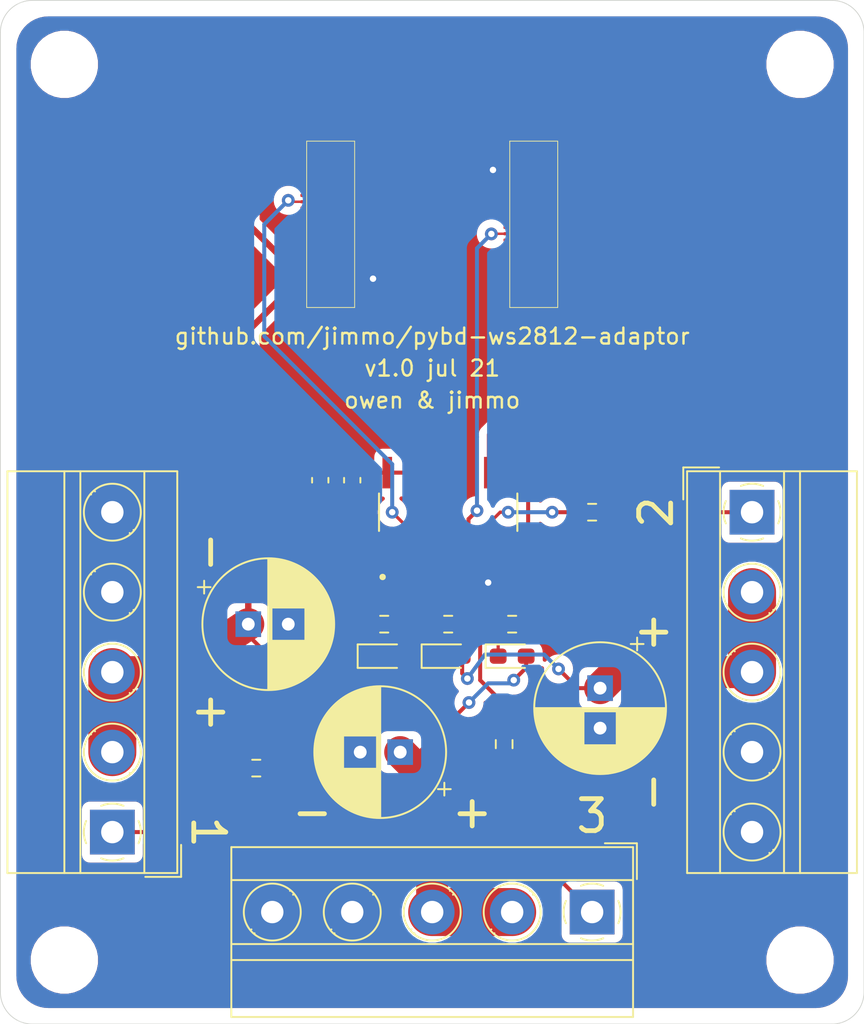
<source format=kicad_pcb>
(kicad_pcb (version 20171130) (host pcbnew 5.1.10)

  (general
    (thickness 1.6)
    (drawings 20)
    (tracks 130)
    (zones 0)
    (modules 23)
    (nets 17)
  )

  (page A4)
  (layers
    (0 F.Cu signal)
    (31 B.Cu signal)
    (32 B.Adhes user)
    (33 F.Adhes user)
    (34 B.Paste user)
    (35 F.Paste user)
    (36 B.SilkS user)
    (37 F.SilkS user)
    (38 B.Mask user)
    (39 F.Mask user)
    (40 Dwgs.User user)
    (41 Cmts.User user)
    (42 Eco1.User user)
    (43 Eco2.User user)
    (44 Edge.Cuts user)
    (45 Margin user)
    (46 B.CrtYd user)
    (47 F.CrtYd user)
    (48 B.Fab user)
    (49 F.Fab user)
  )

  (setup
    (last_trace_width 0.25)
    (user_trace_width 0.15)
    (user_trace_width 0.4)
    (trace_clearance 0.15)
    (zone_clearance 0.508)
    (zone_45_only yes)
    (trace_min 0.15)
    (via_size 0.8)
    (via_drill 0.4)
    (via_min_size 0.4)
    (via_min_drill 0.3)
    (uvia_size 0.3)
    (uvia_drill 0.1)
    (uvias_allowed no)
    (uvia_min_size 0.2)
    (uvia_min_drill 0.1)
    (edge_width 0.05)
    (segment_width 0.2)
    (pcb_text_width 0.3)
    (pcb_text_size 1.5 1.5)
    (mod_edge_width 0.12)
    (mod_text_size 1 1)
    (mod_text_width 0.15)
    (pad_size 1.524 1.524)
    (pad_drill 0.762)
    (pad_to_mask_clearance 0)
    (aux_axis_origin 0 0)
    (visible_elements FFFFFF7F)
    (pcbplotparams
      (layerselection 0x010e0_ffffffff)
      (usegerberextensions false)
      (usegerberattributes true)
      (usegerberadvancedattributes true)
      (creategerberjobfile true)
      (excludeedgelayer true)
      (linewidth 0.050000)
      (plotframeref false)
      (viasonmask false)
      (mode 1)
      (useauxorigin false)
      (hpglpennumber 1)
      (hpglpenspeed 20)
      (hpglpendiameter 15.000000)
      (psnegative false)
      (psa4output false)
      (plotreference true)
      (plotvalue true)
      (plotinvisibletext false)
      (padsonsilk false)
      (subtractmaskfromsilk false)
      (outputformat 1)
      (mirror false)
      (drillshape 0)
      (scaleselection 1)
      (outputdirectory "gerbers/"))
  )

  (net 0 "")
  (net 1 "Net-(D1-Pad1)")
  (net 2 5V_1)
  (net 3 5V_2)
  (net 4 "Net-(D2-Pad1)")
  (net 5 "Net-(D3-Pad1)")
  (net 6 5V_3)
  (net 7 "Net-(J1-Pad1)")
  (net 8 GND)
  (net 9 "Net-(J2-Pad1)")
  (net 10 "Net-(J3-Pad1)")
  (net 11 DATA1)
  (net 12 DATA1_5V)
  (net 13 DATA2_5V)
  (net 14 DATA3_5V)
  (net 15 DATA3)
  (net 16 DATA2)

  (net_class Default "This is the default net class."
    (clearance 0.15)
    (trace_width 0.25)
    (via_dia 0.8)
    (via_drill 0.4)
    (uvia_dia 0.3)
    (uvia_drill 0.1)
    (add_net 5V_1)
    (add_net 5V_2)
    (add_net 5V_3)
    (add_net DATA1)
    (add_net DATA1_5V)
    (add_net DATA2)
    (add_net DATA2_5V)
    (add_net DATA3)
    (add_net DATA3_5V)
    (add_net GND)
    (add_net "Net-(D1-Pad1)")
    (add_net "Net-(D2-Pad1)")
    (add_net "Net-(D3-Pad1)")
    (add_net "Net-(J1-Pad1)")
    (add_net "Net-(J2-Pad1)")
    (add_net "Net-(J3-Pad1)")
  )

  (module MicroPython_Pyboard:PYBD_WBUS_Adaptor (layer F.Cu) (tedit 5CE40D14) (tstamp 60F6E6C5)
    (at 130 47 180)
    (path /60F70AC2)
    (attr smd)
    (fp_text reference P1 (at -1.35 -1.79) (layer F.SilkS) hide
      (effects (font (size 0.6 0.4) (thickness 0.1)))
    )
    (fp_text value PYBD-WBUS-Adaptor (at -0.01 -2.1) (layer F.SilkS) hide
      (effects (font (size 0.6 0.4) (thickness 0.1)))
    )
    (fp_line (start -7.85 5.2) (end -4.85 5.2) (layer F.SilkS) (width 0.05))
    (fp_line (start -4.85 5.2) (end -4.85 -5.2) (layer F.SilkS) (width 0.05))
    (fp_line (start -4.85 -5.2) (end -7.85 -5.2) (layer F.SilkS) (width 0.05))
    (fp_line (start -7.85 -5.2) (end -7.85 5.2) (layer F.SilkS) (width 0.05))
    (fp_line (start 4.85 -5.2) (end 4.85 5.2) (layer F.SilkS) (width 0.05))
    (fp_line (start 7.85 5.2) (end 7.85 -5.2) (layer F.SilkS) (width 0.05))
    (fp_line (start 7.85 -5.2) (end 4.85 -5.2) (layer F.SilkS) (width 0.05))
    (fp_line (start 4.85 5.2) (end 7.85 5.2) (layer F.SilkS) (width 0.05))
    (pad 1 smd roundrect (at 4.81 3.81 180) (size 0.7 0.2) (layers F.Cu F.Paste F.Mask) (roundrect_rratio 0.25))
    (pad 2 smd roundrect (at 7.89 3.81 180) (size 0.7 0.2) (layers F.Cu F.Paste F.Mask) (roundrect_rratio 0.25))
    (pad 3 smd roundrect (at 4.81 3.41 180) (size 0.7 0.2) (layers F.Cu F.Paste F.Mask) (roundrect_rratio 0.25))
    (pad 4 smd roundrect (at 7.89 3.41 180) (size 0.7 0.2) (layers F.Cu F.Paste F.Mask) (roundrect_rratio 0.25))
    (pad 5 smd roundrect (at 4.81 3.01 180) (size 0.7 0.2) (layers F.Cu F.Paste F.Mask) (roundrect_rratio 0.25))
    (pad 6 smd roundrect (at 7.89 3.01 180) (size 0.7 0.2) (layers F.Cu F.Paste F.Mask) (roundrect_rratio 0.25))
    (pad 7 smd roundrect (at 4.81 2.61 180) (size 0.7 0.2) (layers F.Cu F.Paste F.Mask) (roundrect_rratio 0.25))
    (pad 8 smd roundrect (at 7.89 2.61 180) (size 0.7 0.2) (layers F.Cu F.Paste F.Mask) (roundrect_rratio 0.25))
    (pad 9 smd roundrect (at 4.81 2.21 180) (size 0.7 0.2) (layers F.Cu F.Paste F.Mask) (roundrect_rratio 0.25))
    (pad 10 smd roundrect (at 7.89 2.21 180) (size 0.7 0.2) (layers F.Cu F.Paste F.Mask) (roundrect_rratio 0.25))
    (pad 11 smd roundrect (at 4.81 1.81 180) (size 0.7 0.2) (layers F.Cu F.Paste F.Mask) (roundrect_rratio 0.25))
    (pad 12 smd roundrect (at 7.89 1.81 180) (size 0.7 0.2) (layers F.Cu F.Paste F.Mask) (roundrect_rratio 0.25))
    (pad 13 smd roundrect (at 4.81 1.41 180) (size 0.7 0.2) (layers F.Cu F.Paste F.Mask) (roundrect_rratio 0.25))
    (pad 14 smd roundrect (at 7.89 1.41 180) (size 0.7 0.2) (layers F.Cu F.Paste F.Mask) (roundrect_rratio 0.25)
      (net 11 DATA1))
    (pad 15 smd roundrect (at 4.81 1.01 180) (size 0.7 0.2) (layers F.Cu F.Paste F.Mask) (roundrect_rratio 0.25))
    (pad 16 smd roundrect (at 7.89 1.01 180) (size 0.7 0.2) (layers F.Cu F.Paste F.Mask) (roundrect_rratio 0.25))
    (pad 17 smd roundrect (at 4.81 0.61 180) (size 0.7 0.2) (layers F.Cu F.Paste F.Mask) (roundrect_rratio 0.25))
    (pad 18 smd roundrect (at 7.89 0.61 180) (size 0.7 0.2) (layers F.Cu F.Paste F.Mask) (roundrect_rratio 0.25))
    (pad 19 smd roundrect (at 4.81 0.21 180) (size 0.7 0.2) (layers F.Cu F.Paste F.Mask) (roundrect_rratio 0.25))
    (pad 20 smd roundrect (at 7.89 0.21 180) (size 0.7 0.2) (layers F.Cu F.Paste F.Mask) (roundrect_rratio 0.25))
    (pad 21 smd roundrect (at 4.81 -0.19 180) (size 0.7 0.2) (layers F.Cu F.Paste F.Mask) (roundrect_rratio 0.25))
    (pad 22 smd roundrect (at 7.89 -0.19 180) (size 0.7 0.2) (layers F.Cu F.Paste F.Mask) (roundrect_rratio 0.25))
    (pad 23 smd roundrect (at 4.81 -0.59 180) (size 0.7 0.2) (layers F.Cu F.Paste F.Mask) (roundrect_rratio 0.25))
    (pad 24 smd roundrect (at 7.89 -0.59 180) (size 0.7 0.2) (layers F.Cu F.Paste F.Mask) (roundrect_rratio 0.25))
    (pad 25 smd roundrect (at 4.81 -0.99 180) (size 0.7 0.2) (layers F.Cu F.Paste F.Mask) (roundrect_rratio 0.25))
    (pad 26 smd roundrect (at 7.89 -0.99 180) (size 0.7 0.2) (layers F.Cu F.Paste F.Mask) (roundrect_rratio 0.25))
    (pad 27 smd roundrect (at 4.81 -1.39 180) (size 0.7 0.2) (layers F.Cu F.Paste F.Mask) (roundrect_rratio 0.25))
    (pad 28 smd roundrect (at 7.89 -1.39 180) (size 0.7 0.2) (layers F.Cu F.Paste F.Mask) (roundrect_rratio 0.25))
    (pad 29 smd roundrect (at 4.81 -1.79 180) (size 0.7 0.2) (layers F.Cu F.Paste F.Mask) (roundrect_rratio 0.25))
    (pad 30 smd roundrect (at 7.89 -1.79 180) (size 0.7 0.2) (layers F.Cu F.Paste F.Mask) (roundrect_rratio 0.25))
    (pad 31 smd roundrect (at 4.81 -2.19 180) (size 0.7 0.2) (layers F.Cu F.Paste F.Mask) (roundrect_rratio 0.25))
    (pad 32 smd roundrect (at 7.89 -2.19 180) (size 0.7 0.2) (layers F.Cu F.Paste F.Mask) (roundrect_rratio 0.25))
    (pad 33 smd roundrect (at 4.81 -2.59 180) (size 0.7 0.2) (layers F.Cu F.Paste F.Mask) (roundrect_rratio 0.25))
    (pad 34 smd roundrect (at 7.89 -2.59 180) (size 0.7 0.2) (layers F.Cu F.Paste F.Mask) (roundrect_rratio 0.25))
    (pad 35 smd roundrect (at 4.81 -2.99 180) (size 0.7 0.2) (layers F.Cu F.Paste F.Mask) (roundrect_rratio 0.25)
      (net 8 GND))
    (pad 36 smd roundrect (at 7.89 -2.99 180) (size 0.7 0.2) (layers F.Cu F.Paste F.Mask) (roundrect_rratio 0.25)
      (net 2 5V_1))
    (pad 37 smd roundrect (at 4.81 -3.39 180) (size 0.7 0.2) (layers F.Cu F.Paste F.Mask) (roundrect_rratio 0.25)
      (net 8 GND))
    (pad 38 smd roundrect (at 7.89 -3.39 180) (size 0.7 0.2) (layers F.Cu F.Paste F.Mask) (roundrect_rratio 0.25)
      (net 2 5V_1))
    (pad 39 smd roundrect (at 4.81 -3.79 180) (size 0.7 0.2) (layers F.Cu F.Paste F.Mask) (roundrect_rratio 0.25)
      (net 8 GND))
    (pad 40 smd roundrect (at 7.89 -3.79 180) (size 0.7 0.2) (layers F.Cu F.Paste F.Mask) (roundrect_rratio 0.25)
      (net 2 5V_1))
    (pad 41 smd roundrect (at -4.81 -3.79 180) (size 0.7 0.2) (layers F.Cu F.Paste F.Mask) (roundrect_rratio 0.25))
    (pad 42 smd roundrect (at -7.89 -3.79 180) (size 0.7 0.2) (layers F.Cu F.Paste F.Mask) (roundrect_rratio 0.25))
    (pad 43 smd roundrect (at -4.81 -3.39 180) (size 0.7 0.2) (layers F.Cu F.Paste F.Mask) (roundrect_rratio 0.25))
    (pad 44 smd roundrect (at -7.89 -3.39 180) (size 0.7 0.2) (layers F.Cu F.Paste F.Mask) (roundrect_rratio 0.25))
    (pad 45 smd roundrect (at -4.81 -2.99 180) (size 0.7 0.2) (layers F.Cu F.Paste F.Mask) (roundrect_rratio 0.25))
    (pad 46 smd roundrect (at -7.89 -2.99 180) (size 0.7 0.2) (layers F.Cu F.Paste F.Mask) (roundrect_rratio 0.25)
      (net 15 DATA3))
    (pad 47 smd roundrect (at -4.81 -2.59 180) (size 0.7 0.2) (layers F.Cu F.Paste F.Mask) (roundrect_rratio 0.25))
    (pad 48 smd roundrect (at -7.89 -2.59 180) (size 0.7 0.2) (layers F.Cu F.Paste F.Mask) (roundrect_rratio 0.25))
    (pad 49 smd roundrect (at -4.81 -2.19 180) (size 0.7 0.2) (layers F.Cu F.Paste F.Mask) (roundrect_rratio 0.25))
    (pad 50 smd roundrect (at -7.89 -2.19 180) (size 0.7 0.2) (layers F.Cu F.Paste F.Mask) (roundrect_rratio 0.25))
    (pad 51 smd roundrect (at -4.81 -1.79 180) (size 0.7 0.2) (layers F.Cu F.Paste F.Mask) (roundrect_rratio 0.25))
    (pad 52 smd roundrect (at -7.89 -1.79 180) (size 0.7 0.2) (layers F.Cu F.Paste F.Mask) (roundrect_rratio 0.25))
    (pad 53 smd roundrect (at -4.81 -1.39 180) (size 0.7 0.2) (layers F.Cu F.Paste F.Mask) (roundrect_rratio 0.25))
    (pad 54 smd roundrect (at -7.89 -1.39 180) (size 0.7 0.2) (layers F.Cu F.Paste F.Mask) (roundrect_rratio 0.25))
    (pad 55 smd roundrect (at -4.81 -0.99 180) (size 0.7 0.2) (layers F.Cu F.Paste F.Mask) (roundrect_rratio 0.25))
    (pad 56 smd roundrect (at -7.89 -0.99 180) (size 0.7 0.2) (layers F.Cu F.Paste F.Mask) (roundrect_rratio 0.25))
    (pad 57 smd roundrect (at -4.81 -0.59 180) (size 0.7 0.2) (layers F.Cu F.Paste F.Mask) (roundrect_rratio 0.25)
      (net 16 DATA2))
    (pad 58 smd roundrect (at -7.89 -0.59 180) (size 0.7 0.2) (layers F.Cu F.Paste F.Mask) (roundrect_rratio 0.25))
    (pad 59 smd roundrect (at -4.81 -0.19 180) (size 0.7 0.2) (layers F.Cu F.Paste F.Mask) (roundrect_rratio 0.25))
    (pad 60 smd roundrect (at -7.89 -0.19 180) (size 0.7 0.2) (layers F.Cu F.Paste F.Mask) (roundrect_rratio 0.25))
    (pad 61 smd roundrect (at -4.81 0.21 180) (size 0.7 0.2) (layers F.Cu F.Paste F.Mask) (roundrect_rratio 0.25))
    (pad 62 smd roundrect (at -7.89 0.21 180) (size 0.7 0.2) (layers F.Cu F.Paste F.Mask) (roundrect_rratio 0.25))
    (pad 63 smd roundrect (at -4.81 0.61 180) (size 0.7 0.2) (layers F.Cu F.Paste F.Mask) (roundrect_rratio 0.25))
    (pad 64 smd roundrect (at -7.89 0.61 180) (size 0.7 0.2) (layers F.Cu F.Paste F.Mask) (roundrect_rratio 0.25))
    (pad 65 smd roundrect (at -4.81 1.01 180) (size 0.7 0.2) (layers F.Cu F.Paste F.Mask) (roundrect_rratio 0.25))
    (pad 66 smd roundrect (at -7.89 1.01 180) (size 0.7 0.2) (layers F.Cu F.Paste F.Mask) (roundrect_rratio 0.25))
    (pad 67 smd roundrect (at -4.81 1.41 180) (size 0.7 0.2) (layers F.Cu F.Paste F.Mask) (roundrect_rratio 0.25))
    (pad 68 smd roundrect (at -7.89 1.41 180) (size 0.7 0.2) (layers F.Cu F.Paste F.Mask) (roundrect_rratio 0.25))
    (pad 69 smd roundrect (at -4.81 1.81 180) (size 0.7 0.2) (layers F.Cu F.Paste F.Mask) (roundrect_rratio 0.25))
    (pad 70 smd roundrect (at -7.89 1.81 180) (size 0.7 0.2) (layers F.Cu F.Paste F.Mask) (roundrect_rratio 0.25))
    (pad 71 smd roundrect (at -4.81 2.21 180) (size 0.7 0.2) (layers F.Cu F.Paste F.Mask) (roundrect_rratio 0.25))
    (pad 72 smd roundrect (at -7.89 2.21 180) (size 0.7 0.2) (layers F.Cu F.Paste F.Mask) (roundrect_rratio 0.25))
    (pad 73 smd roundrect (at -4.81 2.61 180) (size 0.7 0.2) (layers F.Cu F.Paste F.Mask) (roundrect_rratio 0.25))
    (pad 74 smd roundrect (at -7.89 2.61 180) (size 0.7 0.2) (layers F.Cu F.Paste F.Mask) (roundrect_rratio 0.25))
    (pad 75 smd roundrect (at -4.81 3.01 180) (size 0.7 0.2) (layers F.Cu F.Paste F.Mask) (roundrect_rratio 0.25)
      (net 8 GND))
    (pad 76 smd roundrect (at -7.89 3.01 180) (size 0.7 0.2) (layers F.Cu F.Paste F.Mask) (roundrect_rratio 0.25)
      (net 2 5V_1))
    (pad 77 smd roundrect (at -4.81 3.41 180) (size 0.7 0.2) (layers F.Cu F.Paste F.Mask) (roundrect_rratio 0.25)
      (net 8 GND))
    (pad 78 smd roundrect (at -7.89 3.41 180) (size 0.7 0.2) (layers F.Cu F.Paste F.Mask) (roundrect_rratio 0.25)
      (net 2 5V_1))
    (pad 79 smd roundrect (at -4.81 3.81 180) (size 0.7 0.2) (layers F.Cu F.Paste F.Mask) (roundrect_rratio 0.25)
      (net 8 GND))
    (pad 80 smd roundrect (at -7.89 3.81 180) (size 0.7 0.2) (layers F.Cu F.Paste F.Mask) (roundrect_rratio 0.25)
      (net 2 5V_1))
    (model :MPY:MicroPython_Pyboard.pretty/3D_parts/connectors/HIROSE/DF40C-40DS.stp
      (offset (xyz -6.35 0 0))
      (scale (xyz 1 1 1))
      (rotate (xyz -90 0 0))
    )
    (model :MPY:MicroPython_Pyboard.pretty/3D_parts/connectors/HIROSE/DF40C-40DS.stp
      (offset (xyz 6.35 0 0))
      (scale (xyz 1 1 1))
      (rotate (xyz -90 0 0))
    )
  )

  (module MountingHole:MountingHole_3.2mm_M3 (layer F.Cu) (tedit 56D1B4CB) (tstamp 60F7CB52)
    (at 153 93)
    (descr "Mounting Hole 3.2mm, no annular, M3")
    (tags "mounting hole 3.2mm no annular m3")
    (path /6109778F)
    (attr virtual)
    (fp_text reference H4 (at 0 -4.2) (layer F.SilkS) hide
      (effects (font (size 1 1) (thickness 0.15)))
    )
    (fp_text value MountingHole (at 0 4.2) (layer F.Fab) hide
      (effects (font (size 1 1) (thickness 0.15)))
    )
    (fp_circle (center 0 0) (end 3.45 0) (layer F.CrtYd) (width 0.05))
    (fp_circle (center 0 0) (end 3.2 0) (layer Cmts.User) (width 0.15))
    (fp_text user %R (at 0.3 0) (layer F.Fab)
      (effects (font (size 1 1) (thickness 0.15)))
    )
    (pad 1 np_thru_hole circle (at 0 0) (size 3.2 3.2) (drill 3.2) (layers *.Cu *.Mask))
  )

  (module MountingHole:MountingHole_3.2mm_M3 (layer F.Cu) (tedit 56D1B4CB) (tstamp 60F7CB4A)
    (at 153 37)
    (descr "Mounting Hole 3.2mm, no annular, M3")
    (tags "mounting hole 3.2mm no annular m3")
    (path /610963EB)
    (attr virtual)
    (fp_text reference H3 (at 0 -4.2) (layer F.SilkS) hide
      (effects (font (size 1 1) (thickness 0.15)))
    )
    (fp_text value MountingHole (at 0 4.2) (layer F.Fab) hide
      (effects (font (size 1 1) (thickness 0.15)))
    )
    (fp_circle (center 0 0) (end 3.45 0) (layer F.CrtYd) (width 0.05))
    (fp_circle (center 0 0) (end 3.2 0) (layer Cmts.User) (width 0.15))
    (fp_text user %R (at 0.3 0) (layer F.Fab)
      (effects (font (size 1 1) (thickness 0.15)))
    )
    (pad 1 np_thru_hole circle (at 0 0) (size 3.2 3.2) (drill 3.2) (layers *.Cu *.Mask))
  )

  (module MountingHole:MountingHole_3.2mm_M3 (layer F.Cu) (tedit 56D1B4CB) (tstamp 60F7CB42)
    (at 107 93)
    (descr "Mounting Hole 3.2mm, no annular, M3")
    (tags "mounting hole 3.2mm no annular m3")
    (path /61096A95)
    (attr virtual)
    (fp_text reference H2 (at 0 -4.2) (layer F.SilkS) hide
      (effects (font (size 1 1) (thickness 0.15)))
    )
    (fp_text value MountingHole (at 0 4.2) (layer F.Fab) hide
      (effects (font (size 1 1) (thickness 0.15)))
    )
    (fp_circle (center 0 0) (end 3.45 0) (layer F.CrtYd) (width 0.05))
    (fp_circle (center 0 0) (end 3.2 0) (layer Cmts.User) (width 0.15))
    (fp_text user %R (at 0.3 0) (layer F.Fab)
      (effects (font (size 1 1) (thickness 0.15)))
    )
    (pad 1 np_thru_hole circle (at 0 0) (size 3.2 3.2) (drill 3.2) (layers *.Cu *.Mask))
  )

  (module MountingHole:MountingHole_3.2mm_M3 (layer F.Cu) (tedit 56D1B4CB) (tstamp 60F7CF21)
    (at 107 37)
    (descr "Mounting Hole 3.2mm, no annular, M3")
    (tags "mounting hole 3.2mm no annular m3")
    (path /61095D42)
    (attr virtual)
    (fp_text reference H1 (at 0 -4.2) (layer F.SilkS) hide
      (effects (font (size 1 1) (thickness 0.15)))
    )
    (fp_text value MountingHole (at 0 4.2) (layer F.Fab) hide
      (effects (font (size 1 1) (thickness 0.15)))
    )
    (fp_circle (center 0 0) (end 3.45 0) (layer F.CrtYd) (width 0.05))
    (fp_circle (center 0 0) (end 3.2 0) (layer Cmts.User) (width 0.15))
    (fp_text user %R (at 0.3 0) (layer F.Fab)
      (effects (font (size 1 1) (thickness 0.15)))
    )
    (pad 1 np_thru_hole circle (at 0 0) (size 3.2 3.2) (drill 3.2) (layers *.Cu *.Mask))
  )

  (module LED_SMD:LED_0603_1608Metric_Pad1.05x0.95mm_HandSolder (layer F.Cu) (tedit 5F68FEF1) (tstamp 60EB5339)
    (at 127 74)
    (descr "LED SMD 0603 (1608 Metric), square (rectangular) end terminal, IPC_7351 nominal, (Body size source: http://www.tortai-tech.com/upload/download/2011102023233369053.pdf), generated with kicad-footprint-generator")
    (tags "LED handsolder")
    (path /60F8A08A)
    (attr smd)
    (fp_text reference D1 (at 0 -1.43) (layer F.SilkS) hide
      (effects (font (size 1 1) (thickness 0.15)))
    )
    (fp_text value Ch1_On (at 0 1.43) (layer F.Fab) hide
      (effects (font (size 1 1) (thickness 0.15)))
    )
    (fp_line (start 1.65 0.73) (end -1.65 0.73) (layer F.CrtYd) (width 0.05))
    (fp_line (start 1.65 -0.73) (end 1.65 0.73) (layer F.CrtYd) (width 0.05))
    (fp_line (start -1.65 -0.73) (end 1.65 -0.73) (layer F.CrtYd) (width 0.05))
    (fp_line (start -1.65 0.73) (end -1.65 -0.73) (layer F.CrtYd) (width 0.05))
    (fp_line (start -1.66 0.735) (end 0.8 0.735) (layer F.SilkS) (width 0.12))
    (fp_line (start -1.66 -0.735) (end -1.66 0.735) (layer F.SilkS) (width 0.12))
    (fp_line (start 0.8 -0.735) (end -1.66 -0.735) (layer F.SilkS) (width 0.12))
    (fp_line (start 0.8 0.4) (end 0.8 -0.4) (layer F.Fab) (width 0.1))
    (fp_line (start -0.8 0.4) (end 0.8 0.4) (layer F.Fab) (width 0.1))
    (fp_line (start -0.8 -0.1) (end -0.8 0.4) (layer F.Fab) (width 0.1))
    (fp_line (start -0.5 -0.4) (end -0.8 -0.1) (layer F.Fab) (width 0.1))
    (fp_line (start 0.8 -0.4) (end -0.5 -0.4) (layer F.Fab) (width 0.1))
    (fp_text user %R (at 0 0) (layer F.Fab)
      (effects (font (size 0.4 0.4) (thickness 0.06)))
    )
    (pad 1 smd roundrect (at -0.875 0) (size 1.05 0.95) (layers F.Cu F.Paste F.Mask) (roundrect_rratio 0.25)
      (net 1 "Net-(D1-Pad1)"))
    (pad 2 smd roundrect (at 0.875 0) (size 1.05 0.95) (layers F.Cu F.Paste F.Mask) (roundrect_rratio 0.25)
      (net 2 5V_1))
    (model ${KISYS3DMOD}/LED_SMD.3dshapes/LED_0603_1608Metric.wrl
      (at (xyz 0 0 0))
      (scale (xyz 1 1 1))
      (rotate (xyz 0 0 0))
    )
  )

  (module LED_SMD:LED_0603_1608Metric_Pad1.05x0.95mm_HandSolder (layer F.Cu) (tedit 5F68FEF1) (tstamp 60EB534C)
    (at 131 74)
    (descr "LED SMD 0603 (1608 Metric), square (rectangular) end terminal, IPC_7351 nominal, (Body size source: http://www.tortai-tech.com/upload/download/2011102023233369053.pdf), generated with kicad-footprint-generator")
    (tags "LED handsolder")
    (path /60F8A8B1)
    (attr smd)
    (fp_text reference D2 (at 0 -1.43) (layer F.SilkS) hide
      (effects (font (size 1 1) (thickness 0.15)))
    )
    (fp_text value Ch2_On (at 0 1.43) (layer F.Fab) hide
      (effects (font (size 1 1) (thickness 0.15)))
    )
    (fp_line (start 0.8 -0.4) (end -0.5 -0.4) (layer F.Fab) (width 0.1))
    (fp_line (start -0.5 -0.4) (end -0.8 -0.1) (layer F.Fab) (width 0.1))
    (fp_line (start -0.8 -0.1) (end -0.8 0.4) (layer F.Fab) (width 0.1))
    (fp_line (start -0.8 0.4) (end 0.8 0.4) (layer F.Fab) (width 0.1))
    (fp_line (start 0.8 0.4) (end 0.8 -0.4) (layer F.Fab) (width 0.1))
    (fp_line (start 0.8 -0.735) (end -1.66 -0.735) (layer F.SilkS) (width 0.12))
    (fp_line (start -1.66 -0.735) (end -1.66 0.735) (layer F.SilkS) (width 0.12))
    (fp_line (start -1.66 0.735) (end 0.8 0.735) (layer F.SilkS) (width 0.12))
    (fp_line (start -1.65 0.73) (end -1.65 -0.73) (layer F.CrtYd) (width 0.05))
    (fp_line (start -1.65 -0.73) (end 1.65 -0.73) (layer F.CrtYd) (width 0.05))
    (fp_line (start 1.65 -0.73) (end 1.65 0.73) (layer F.CrtYd) (width 0.05))
    (fp_line (start 1.65 0.73) (end -1.65 0.73) (layer F.CrtYd) (width 0.05))
    (fp_text user %R (at 0 0) (layer F.Fab)
      (effects (font (size 0.4 0.4) (thickness 0.06)))
    )
    (pad 2 smd roundrect (at 0.875 0) (size 1.05 0.95) (layers F.Cu F.Paste F.Mask) (roundrect_rratio 0.25)
      (net 3 5V_2))
    (pad 1 smd roundrect (at -0.875 0) (size 1.05 0.95) (layers F.Cu F.Paste F.Mask) (roundrect_rratio 0.25)
      (net 4 "Net-(D2-Pad1)"))
    (model ${KISYS3DMOD}/LED_SMD.3dshapes/LED_0603_1608Metric.wrl
      (at (xyz 0 0 0))
      (scale (xyz 1 1 1))
      (rotate (xyz 0 0 0))
    )
  )

  (module LED_SMD:LED_0603_1608Metric_Pad1.05x0.95mm_HandSolder (layer F.Cu) (tedit 5F68FEF1) (tstamp 60EB535F)
    (at 135 74)
    (descr "LED SMD 0603 (1608 Metric), square (rectangular) end terminal, IPC_7351 nominal, (Body size source: http://www.tortai-tech.com/upload/download/2011102023233369053.pdf), generated with kicad-footprint-generator")
    (tags "LED handsolder")
    (path /60F8B106)
    (attr smd)
    (fp_text reference D3 (at 0 -1.43) (layer F.SilkS) hide
      (effects (font (size 1 1) (thickness 0.15)))
    )
    (fp_text value Ch3_On (at 0 1.43) (layer F.Fab) hide
      (effects (font (size 1 1) (thickness 0.15)))
    )
    (fp_line (start 1.65 0.73) (end -1.65 0.73) (layer F.CrtYd) (width 0.05))
    (fp_line (start 1.65 -0.73) (end 1.65 0.73) (layer F.CrtYd) (width 0.05))
    (fp_line (start -1.65 -0.73) (end 1.65 -0.73) (layer F.CrtYd) (width 0.05))
    (fp_line (start -1.65 0.73) (end -1.65 -0.73) (layer F.CrtYd) (width 0.05))
    (fp_line (start -1.66 0.735) (end 0.8 0.735) (layer F.SilkS) (width 0.12))
    (fp_line (start -1.66 -0.735) (end -1.66 0.735) (layer F.SilkS) (width 0.12))
    (fp_line (start 0.8 -0.735) (end -1.66 -0.735) (layer F.SilkS) (width 0.12))
    (fp_line (start 0.8 0.4) (end 0.8 -0.4) (layer F.Fab) (width 0.1))
    (fp_line (start -0.8 0.4) (end 0.8 0.4) (layer F.Fab) (width 0.1))
    (fp_line (start -0.8 -0.1) (end -0.8 0.4) (layer F.Fab) (width 0.1))
    (fp_line (start -0.5 -0.4) (end -0.8 -0.1) (layer F.Fab) (width 0.1))
    (fp_line (start 0.8 -0.4) (end -0.5 -0.4) (layer F.Fab) (width 0.1))
    (fp_text user %R (at 0 0) (layer F.Fab)
      (effects (font (size 0.4 0.4) (thickness 0.06)))
    )
    (pad 1 smd roundrect (at -0.875 0) (size 1.05 0.95) (layers F.Cu F.Paste F.Mask) (roundrect_rratio 0.25)
      (net 5 "Net-(D3-Pad1)"))
    (pad 2 smd roundrect (at 0.875 0) (size 1.05 0.95) (layers F.Cu F.Paste F.Mask) (roundrect_rratio 0.25)
      (net 6 5V_3))
    (model ${KISYS3DMOD}/LED_SMD.3dshapes/LED_0603_1608Metric.wrl
      (at (xyz 0 0 0))
      (scale (xyz 1 1 1))
      (rotate (xyz 0 0 0))
    )
  )

  (module TerminalBlock_MetzConnect:TerminalBlock_MetzConnect_Type011_RT05505HBWC_1x05_P5.00mm_Horizontal (layer F.Cu) (tedit 5B294E9A) (tstamp 60EB5C08)
    (at 110 85 90)
    (descr "terminal block Metz Connect Type011_RT05505HBWC, 5 pins, pitch 5mm, size 25x10.5mm^2, drill diamater 1.4mm, pad diameter 2.8mm, see http://www.metz-connect.com/de/system/files/productfiles/Datenblatt_310111_RT055xxHBLC_OFF-022717S.pdf, script-generated using https://github.com/pointhi/kicad-footprint-generator/scripts/TerminalBlock_MetzConnect")
    (tags "THT terminal block Metz Connect Type011_RT05505HBWC pitch 5mm size 25x10.5mm^2 drill 1.4mm pad 2.8mm")
    (path /60EBB1A2)
    (fp_text reference J1 (at 10 -7.56 90) (layer F.SilkS) hide
      (effects (font (size 1 1) (thickness 0.15)))
    )
    (fp_text value Ch1 (at 10 5.06 90) (layer F.Fab) hide
      (effects (font (size 1 1) (thickness 0.15)))
    )
    (fp_line (start 23 -7) (end -3 -7) (layer F.CrtYd) (width 0.05))
    (fp_line (start 23 4.5) (end 23 -7) (layer F.CrtYd) (width 0.05))
    (fp_line (start -3 4.5) (end 23 4.5) (layer F.CrtYd) (width 0.05))
    (fp_line (start -3 -7) (end -3 4.5) (layer F.CrtYd) (width 0.05))
    (fp_line (start -2.8 4.3) (end -0.8 4.3) (layer F.SilkS) (width 0.12))
    (fp_line (start -2.8 2.06) (end -2.8 4.3) (layer F.SilkS) (width 0.12))
    (fp_line (start 18.7 1.083) (end 18.65 1.133) (layer F.SilkS) (width 0.12))
    (fp_line (start 21.133 -1.35) (end 21.108 -1.326) (layer F.SilkS) (width 0.12))
    (fp_line (start 18.892 1.325) (end 18.868 1.35) (layer F.SilkS) (width 0.12))
    (fp_line (start 21.35 -1.133) (end 21.301 -1.083) (layer F.SilkS) (width 0.12))
    (fp_line (start 21.019 -1.214) (end 18.787 1.018) (layer F.Fab) (width 0.1))
    (fp_line (start 21.214 -1.019) (end 18.982 1.214) (layer F.Fab) (width 0.1))
    (fp_line (start 13.7 1.083) (end 13.65 1.133) (layer F.SilkS) (width 0.12))
    (fp_line (start 16.133 -1.35) (end 16.108 -1.326) (layer F.SilkS) (width 0.12))
    (fp_line (start 13.892 1.325) (end 13.868 1.35) (layer F.SilkS) (width 0.12))
    (fp_line (start 16.35 -1.133) (end 16.301 -1.083) (layer F.SilkS) (width 0.12))
    (fp_line (start 16.019 -1.214) (end 13.787 1.018) (layer F.Fab) (width 0.1))
    (fp_line (start 16.214 -1.019) (end 13.982 1.214) (layer F.Fab) (width 0.1))
    (fp_line (start 8.7 1.083) (end 8.65 1.133) (layer F.SilkS) (width 0.12))
    (fp_line (start 11.133 -1.35) (end 11.108 -1.326) (layer F.SilkS) (width 0.12))
    (fp_line (start 8.892 1.325) (end 8.868 1.35) (layer F.SilkS) (width 0.12))
    (fp_line (start 11.35 -1.133) (end 11.301 -1.083) (layer F.SilkS) (width 0.12))
    (fp_line (start 11.019 -1.214) (end 8.787 1.018) (layer F.Fab) (width 0.1))
    (fp_line (start 11.214 -1.019) (end 8.982 1.214) (layer F.Fab) (width 0.1))
    (fp_line (start 3.7 1.083) (end 3.65 1.133) (layer F.SilkS) (width 0.12))
    (fp_line (start 6.133 -1.35) (end 6.108 -1.326) (layer F.SilkS) (width 0.12))
    (fp_line (start 3.892 1.325) (end 3.868 1.35) (layer F.SilkS) (width 0.12))
    (fp_line (start 6.35 -1.133) (end 6.301 -1.083) (layer F.SilkS) (width 0.12))
    (fp_line (start 6.019 -1.214) (end 3.787 1.018) (layer F.Fab) (width 0.1))
    (fp_line (start 6.214 -1.019) (end 3.982 1.214) (layer F.Fab) (width 0.1))
    (fp_line (start 1.019 -1.214) (end -1.214 1.018) (layer F.Fab) (width 0.1))
    (fp_line (start 1.214 -1.019) (end -1.019 1.214) (layer F.Fab) (width 0.1))
    (fp_line (start 22.56 -6.56) (end 22.56 4.06) (layer F.SilkS) (width 0.12))
    (fp_line (start -2.56 -6.56) (end -2.56 4.06) (layer F.SilkS) (width 0.12))
    (fp_line (start -2.56 4.06) (end 22.56 4.06) (layer F.SilkS) (width 0.12))
    (fp_line (start -2.56 -6.56) (end 22.56 -6.56) (layer F.SilkS) (width 0.12))
    (fp_line (start -2.56 -3) (end 22.56 -3) (layer F.SilkS) (width 0.12))
    (fp_line (start -2.5 -3) (end 22.5 -3) (layer F.Fab) (width 0.1))
    (fp_line (start -2.56 -2) (end 22.56 -2) (layer F.SilkS) (width 0.12))
    (fp_line (start -2.5 -2) (end 22.5 -2) (layer F.Fab) (width 0.1))
    (fp_line (start -2.56 2) (end 22.56 2) (layer F.SilkS) (width 0.12))
    (fp_line (start -2.5 2) (end 22.5 2) (layer F.Fab) (width 0.1))
    (fp_line (start -2.5 2) (end -2.5 -6.5) (layer F.Fab) (width 0.1))
    (fp_line (start -0.5 4) (end -2.5 2) (layer F.Fab) (width 0.1))
    (fp_line (start 22.5 4) (end -0.5 4) (layer F.Fab) (width 0.1))
    (fp_line (start 22.5 -6.5) (end 22.5 4) (layer F.Fab) (width 0.1))
    (fp_line (start -2.5 -6.5) (end 22.5 -6.5) (layer F.Fab) (width 0.1))
    (fp_circle (center 20 0) (end 21.78 0) (layer F.SilkS) (width 0.12))
    (fp_circle (center 20 0) (end 21.6 0) (layer F.Fab) (width 0.1))
    (fp_circle (center 15 0) (end 16.78 0) (layer F.SilkS) (width 0.12))
    (fp_circle (center 15 0) (end 16.6 0) (layer F.Fab) (width 0.1))
    (fp_circle (center 10 0) (end 11.78 0) (layer F.SilkS) (width 0.12))
    (fp_circle (center 10 0) (end 11.6 0) (layer F.Fab) (width 0.1))
    (fp_circle (center 5 0) (end 6.78 0) (layer F.SilkS) (width 0.12))
    (fp_circle (center 5 0) (end 6.6 0) (layer F.Fab) (width 0.1))
    (fp_circle (center 0 0) (end 1.6 0) (layer F.Fab) (width 0.1))
    (fp_arc (start 0 0) (end 0 1.78) (angle -23) (layer F.SilkS) (width 0.12))
    (fp_arc (start 0 0) (end 1.639 0.696) (angle -46) (layer F.SilkS) (width 0.12))
    (fp_arc (start 0 0) (end 0.696 -1.639) (angle -46) (layer F.SilkS) (width 0.12))
    (fp_arc (start 0 0) (end -1.639 -0.696) (angle -46) (layer F.SilkS) (width 0.12))
    (fp_arc (start 0 0) (end -0.696 1.639) (angle -24) (layer F.SilkS) (width 0.12))
    (fp_text user %R (at 10 3.25 90) (layer F.Fab) hide
      (effects (font (size 1 1) (thickness 0.15)))
    )
    (pad 1 thru_hole rect (at 0 0 90) (size 2.8 2.8) (drill 1.4) (layers *.Cu *.Mask)
      (net 7 "Net-(J1-Pad1)"))
    (pad 2 thru_hole circle (at 5 0 90) (size 2.8 2.8) (drill 1.4) (layers *.Cu *.Mask)
      (net 2 5V_1))
    (pad 3 thru_hole circle (at 10 0 90) (size 2.8 2.8) (drill 1.4) (layers *.Cu *.Mask)
      (net 2 5V_1))
    (pad 4 thru_hole circle (at 15 0 90) (size 2.8 2.8) (drill 1.4) (layers *.Cu *.Mask)
      (net 8 GND))
    (pad 5 thru_hole circle (at 20 0 90) (size 2.8 2.8) (drill 1.4) (layers *.Cu *.Mask)
      (net 8 GND))
    (model ${KISYS3DMOD}/TerminalBlock_MetzConnect.3dshapes/TerminalBlock_MetzConnect_Type011_RT05505HBWC_1x05_P5.00mm_Horizontal.wrl
      (at (xyz 0 0 0))
      (scale (xyz 1 1 1))
      (rotate (xyz 0 0 0))
    )
  )

  (module TerminalBlock_MetzConnect:TerminalBlock_MetzConnect_Type011_RT05505HBWC_1x05_P5.00mm_Horizontal (layer F.Cu) (tedit 5B294E9A) (tstamp 60EB53ED)
    (at 150 65 270)
    (descr "terminal block Metz Connect Type011_RT05505HBWC, 5 pins, pitch 5mm, size 25x10.5mm^2, drill diamater 1.4mm, pad diameter 2.8mm, see http://www.metz-connect.com/de/system/files/productfiles/Datenblatt_310111_RT055xxHBLC_OFF-022717S.pdf, script-generated using https://github.com/pointhi/kicad-footprint-generator/scripts/TerminalBlock_MetzConnect")
    (tags "THT terminal block Metz Connect Type011_RT05505HBWC pitch 5mm size 25x10.5mm^2 drill 1.4mm pad 2.8mm")
    (path /60F07901)
    (fp_text reference J2 (at 10 -7.56 90) (layer F.SilkS) hide
      (effects (font (size 1 1) (thickness 0.15)))
    )
    (fp_text value Ch2 (at 10 5.06 90) (layer F.Fab) hide
      (effects (font (size 1 1) (thickness 0.15)))
    )
    (fp_circle (center 0 0) (end 1.6 0) (layer F.Fab) (width 0.1))
    (fp_circle (center 5 0) (end 6.6 0) (layer F.Fab) (width 0.1))
    (fp_circle (center 5 0) (end 6.78 0) (layer F.SilkS) (width 0.12))
    (fp_circle (center 10 0) (end 11.6 0) (layer F.Fab) (width 0.1))
    (fp_circle (center 10 0) (end 11.78 0) (layer F.SilkS) (width 0.12))
    (fp_circle (center 15 0) (end 16.6 0) (layer F.Fab) (width 0.1))
    (fp_circle (center 15 0) (end 16.78 0) (layer F.SilkS) (width 0.12))
    (fp_circle (center 20 0) (end 21.6 0) (layer F.Fab) (width 0.1))
    (fp_circle (center 20 0) (end 21.78 0) (layer F.SilkS) (width 0.12))
    (fp_line (start -2.5 -6.5) (end 22.5 -6.5) (layer F.Fab) (width 0.1))
    (fp_line (start 22.5 -6.5) (end 22.5 4) (layer F.Fab) (width 0.1))
    (fp_line (start 22.5 4) (end -0.5 4) (layer F.Fab) (width 0.1))
    (fp_line (start -0.5 4) (end -2.5 2) (layer F.Fab) (width 0.1))
    (fp_line (start -2.5 2) (end -2.5 -6.5) (layer F.Fab) (width 0.1))
    (fp_line (start -2.5 2) (end 22.5 2) (layer F.Fab) (width 0.1))
    (fp_line (start -2.56 2) (end 22.56 2) (layer F.SilkS) (width 0.12))
    (fp_line (start -2.5 -2) (end 22.5 -2) (layer F.Fab) (width 0.1))
    (fp_line (start -2.56 -2) (end 22.56 -2) (layer F.SilkS) (width 0.12))
    (fp_line (start -2.5 -3) (end 22.5 -3) (layer F.Fab) (width 0.1))
    (fp_line (start -2.56 -3) (end 22.56 -3) (layer F.SilkS) (width 0.12))
    (fp_line (start -2.56 -6.56) (end 22.56 -6.56) (layer F.SilkS) (width 0.12))
    (fp_line (start -2.56 4.06) (end 22.56 4.06) (layer F.SilkS) (width 0.12))
    (fp_line (start -2.56 -6.56) (end -2.56 4.06) (layer F.SilkS) (width 0.12))
    (fp_line (start 22.56 -6.56) (end 22.56 4.06) (layer F.SilkS) (width 0.12))
    (fp_line (start 1.214 -1.019) (end -1.019 1.214) (layer F.Fab) (width 0.1))
    (fp_line (start 1.019 -1.214) (end -1.214 1.018) (layer F.Fab) (width 0.1))
    (fp_line (start 6.214 -1.019) (end 3.982 1.214) (layer F.Fab) (width 0.1))
    (fp_line (start 6.019 -1.214) (end 3.787 1.018) (layer F.Fab) (width 0.1))
    (fp_line (start 6.35 -1.133) (end 6.301 -1.083) (layer F.SilkS) (width 0.12))
    (fp_line (start 3.892 1.325) (end 3.868 1.35) (layer F.SilkS) (width 0.12))
    (fp_line (start 6.133 -1.35) (end 6.108 -1.326) (layer F.SilkS) (width 0.12))
    (fp_line (start 3.7 1.083) (end 3.65 1.133) (layer F.SilkS) (width 0.12))
    (fp_line (start 11.214 -1.019) (end 8.982 1.214) (layer F.Fab) (width 0.1))
    (fp_line (start 11.019 -1.214) (end 8.787 1.018) (layer F.Fab) (width 0.1))
    (fp_line (start 11.35 -1.133) (end 11.301 -1.083) (layer F.SilkS) (width 0.12))
    (fp_line (start 8.892 1.325) (end 8.868 1.35) (layer F.SilkS) (width 0.12))
    (fp_line (start 11.133 -1.35) (end 11.108 -1.326) (layer F.SilkS) (width 0.12))
    (fp_line (start 8.7 1.083) (end 8.65 1.133) (layer F.SilkS) (width 0.12))
    (fp_line (start 16.214 -1.019) (end 13.982 1.214) (layer F.Fab) (width 0.1))
    (fp_line (start 16.019 -1.214) (end 13.787 1.018) (layer F.Fab) (width 0.1))
    (fp_line (start 16.35 -1.133) (end 16.301 -1.083) (layer F.SilkS) (width 0.12))
    (fp_line (start 13.892 1.325) (end 13.868 1.35) (layer F.SilkS) (width 0.12))
    (fp_line (start 16.133 -1.35) (end 16.108 -1.326) (layer F.SilkS) (width 0.12))
    (fp_line (start 13.7 1.083) (end 13.65 1.133) (layer F.SilkS) (width 0.12))
    (fp_line (start 21.214 -1.019) (end 18.982 1.214) (layer F.Fab) (width 0.1))
    (fp_line (start 21.019 -1.214) (end 18.787 1.018) (layer F.Fab) (width 0.1))
    (fp_line (start 21.35 -1.133) (end 21.301 -1.083) (layer F.SilkS) (width 0.12))
    (fp_line (start 18.892 1.325) (end 18.868 1.35) (layer F.SilkS) (width 0.12))
    (fp_line (start 21.133 -1.35) (end 21.108 -1.326) (layer F.SilkS) (width 0.12))
    (fp_line (start 18.7 1.083) (end 18.65 1.133) (layer F.SilkS) (width 0.12))
    (fp_line (start -2.8 2.06) (end -2.8 4.3) (layer F.SilkS) (width 0.12))
    (fp_line (start -2.8 4.3) (end -0.8 4.3) (layer F.SilkS) (width 0.12))
    (fp_line (start -3 -7) (end -3 4.5) (layer F.CrtYd) (width 0.05))
    (fp_line (start -3 4.5) (end 23 4.5) (layer F.CrtYd) (width 0.05))
    (fp_line (start 23 4.5) (end 23 -7) (layer F.CrtYd) (width 0.05))
    (fp_line (start 23 -7) (end -3 -7) (layer F.CrtYd) (width 0.05))
    (fp_text user %R (at 10 3.25 90) (layer F.Fab) hide
      (effects (font (size 1 1) (thickness 0.15)))
    )
    (fp_arc (start 0 0) (end -0.696 1.639) (angle -24) (layer F.SilkS) (width 0.12))
    (fp_arc (start 0 0) (end -1.639 -0.696) (angle -46) (layer F.SilkS) (width 0.12))
    (fp_arc (start 0 0) (end 0.696 -1.639) (angle -46) (layer F.SilkS) (width 0.12))
    (fp_arc (start 0 0) (end 1.639 0.696) (angle -46) (layer F.SilkS) (width 0.12))
    (fp_arc (start 0 0) (end 0 1.78) (angle -23) (layer F.SilkS) (width 0.12))
    (pad 5 thru_hole circle (at 20 0 270) (size 2.8 2.8) (drill 1.4) (layers *.Cu *.Mask)
      (net 8 GND))
    (pad 4 thru_hole circle (at 15 0 270) (size 2.8 2.8) (drill 1.4) (layers *.Cu *.Mask)
      (net 8 GND))
    (pad 3 thru_hole circle (at 10 0 270) (size 2.8 2.8) (drill 1.4) (layers *.Cu *.Mask)
      (net 3 5V_2))
    (pad 2 thru_hole circle (at 5 0 270) (size 2.8 2.8) (drill 1.4) (layers *.Cu *.Mask)
      (net 3 5V_2))
    (pad 1 thru_hole rect (at 0 0 270) (size 2.8 2.8) (drill 1.4) (layers *.Cu *.Mask)
      (net 9 "Net-(J2-Pad1)"))
    (model ${KISYS3DMOD}/TerminalBlock_MetzConnect.3dshapes/TerminalBlock_MetzConnect_Type011_RT05505HBWC_1x05_P5.00mm_Horizontal.wrl
      (at (xyz 0 0 0))
      (scale (xyz 1 1 1))
      (rotate (xyz 0 0 0))
    )
  )

  (module TerminalBlock_MetzConnect:TerminalBlock_MetzConnect_Type011_RT05505HBWC_1x05_P5.00mm_Horizontal (layer F.Cu) (tedit 5B294E9A) (tstamp 60EB5434)
    (at 140 90 180)
    (descr "terminal block Metz Connect Type011_RT05505HBWC, 5 pins, pitch 5mm, size 25x10.5mm^2, drill diamater 1.4mm, pad diameter 2.8mm, see http://www.metz-connect.com/de/system/files/productfiles/Datenblatt_310111_RT055xxHBLC_OFF-022717S.pdf, script-generated using https://github.com/pointhi/kicad-footprint-generator/scripts/TerminalBlock_MetzConnect")
    (tags "THT terminal block Metz Connect Type011_RT05505HBWC pitch 5mm size 25x10.5mm^2 drill 1.4mm pad 2.8mm")
    (path /60F08BC4)
    (fp_text reference J3 (at 10 -7.56) (layer F.SilkS) hide
      (effects (font (size 1 1) (thickness 0.15)))
    )
    (fp_text value Ch3 (at 10 5.06) (layer F.Fab) hide
      (effects (font (size 1 1) (thickness 0.15)))
    )
    (fp_line (start 23 -7) (end -3 -7) (layer F.CrtYd) (width 0.05))
    (fp_line (start 23 4.5) (end 23 -7) (layer F.CrtYd) (width 0.05))
    (fp_line (start -3 4.5) (end 23 4.5) (layer F.CrtYd) (width 0.05))
    (fp_line (start -3 -7) (end -3 4.5) (layer F.CrtYd) (width 0.05))
    (fp_line (start -2.8 4.3) (end -0.8 4.3) (layer F.SilkS) (width 0.12))
    (fp_line (start -2.8 2.06) (end -2.8 4.3) (layer F.SilkS) (width 0.12))
    (fp_line (start 18.7 1.083) (end 18.65 1.133) (layer F.SilkS) (width 0.12))
    (fp_line (start 21.133 -1.35) (end 21.108 -1.326) (layer F.SilkS) (width 0.12))
    (fp_line (start 18.892 1.325) (end 18.868 1.35) (layer F.SilkS) (width 0.12))
    (fp_line (start 21.35 -1.133) (end 21.301 -1.083) (layer F.SilkS) (width 0.12))
    (fp_line (start 21.019 -1.214) (end 18.787 1.018) (layer F.Fab) (width 0.1))
    (fp_line (start 21.214 -1.019) (end 18.982 1.214) (layer F.Fab) (width 0.1))
    (fp_line (start 13.7 1.083) (end 13.65 1.133) (layer F.SilkS) (width 0.12))
    (fp_line (start 16.133 -1.35) (end 16.108 -1.326) (layer F.SilkS) (width 0.12))
    (fp_line (start 13.892 1.325) (end 13.868 1.35) (layer F.SilkS) (width 0.12))
    (fp_line (start 16.35 -1.133) (end 16.301 -1.083) (layer F.SilkS) (width 0.12))
    (fp_line (start 16.019 -1.214) (end 13.787 1.018) (layer F.Fab) (width 0.1))
    (fp_line (start 16.214 -1.019) (end 13.982 1.214) (layer F.Fab) (width 0.1))
    (fp_line (start 8.7 1.083) (end 8.65 1.133) (layer F.SilkS) (width 0.12))
    (fp_line (start 11.133 -1.35) (end 11.108 -1.326) (layer F.SilkS) (width 0.12))
    (fp_line (start 8.892 1.325) (end 8.868 1.35) (layer F.SilkS) (width 0.12))
    (fp_line (start 11.35 -1.133) (end 11.301 -1.083) (layer F.SilkS) (width 0.12))
    (fp_line (start 11.019 -1.214) (end 8.787 1.018) (layer F.Fab) (width 0.1))
    (fp_line (start 11.214 -1.019) (end 8.982 1.214) (layer F.Fab) (width 0.1))
    (fp_line (start 3.7 1.083) (end 3.65 1.133) (layer F.SilkS) (width 0.12))
    (fp_line (start 6.133 -1.35) (end 6.108 -1.326) (layer F.SilkS) (width 0.12))
    (fp_line (start 3.892 1.325) (end 3.868 1.35) (layer F.SilkS) (width 0.12))
    (fp_line (start 6.35 -1.133) (end 6.301 -1.083) (layer F.SilkS) (width 0.12))
    (fp_line (start 6.019 -1.214) (end 3.787 1.018) (layer F.Fab) (width 0.1))
    (fp_line (start 6.214 -1.019) (end 3.982 1.214) (layer F.Fab) (width 0.1))
    (fp_line (start 1.019 -1.214) (end -1.214 1.018) (layer F.Fab) (width 0.1))
    (fp_line (start 1.214 -1.019) (end -1.019 1.214) (layer F.Fab) (width 0.1))
    (fp_line (start 22.56 -6.56) (end 22.56 4.06) (layer F.SilkS) (width 0.12))
    (fp_line (start -2.56 -6.56) (end -2.56 4.06) (layer F.SilkS) (width 0.12))
    (fp_line (start -2.56 4.06) (end 22.56 4.06) (layer F.SilkS) (width 0.12))
    (fp_line (start -2.56 -6.56) (end 22.56 -6.56) (layer F.SilkS) (width 0.12))
    (fp_line (start -2.56 -3) (end 22.56 -3) (layer F.SilkS) (width 0.12))
    (fp_line (start -2.5 -3) (end 22.5 -3) (layer F.Fab) (width 0.1))
    (fp_line (start -2.56 -2) (end 22.56 -2) (layer F.SilkS) (width 0.12))
    (fp_line (start -2.5 -2) (end 22.5 -2) (layer F.Fab) (width 0.1))
    (fp_line (start -2.56 2) (end 22.56 2) (layer F.SilkS) (width 0.12))
    (fp_line (start -2.5 2) (end 22.5 2) (layer F.Fab) (width 0.1))
    (fp_line (start -2.5 2) (end -2.5 -6.5) (layer F.Fab) (width 0.1))
    (fp_line (start -0.5 4) (end -2.5 2) (layer F.Fab) (width 0.1))
    (fp_line (start 22.5 4) (end -0.5 4) (layer F.Fab) (width 0.1))
    (fp_line (start 22.5 -6.5) (end 22.5 4) (layer F.Fab) (width 0.1))
    (fp_line (start -2.5 -6.5) (end 22.5 -6.5) (layer F.Fab) (width 0.1))
    (fp_circle (center 20 0) (end 21.78 0) (layer F.SilkS) (width 0.12))
    (fp_circle (center 20 0) (end 21.6 0) (layer F.Fab) (width 0.1))
    (fp_circle (center 15 0) (end 16.78 0) (layer F.SilkS) (width 0.12))
    (fp_circle (center 15 0) (end 16.6 0) (layer F.Fab) (width 0.1))
    (fp_circle (center 10 0) (end 11.78 0) (layer F.SilkS) (width 0.12))
    (fp_circle (center 10 0) (end 11.6 0) (layer F.Fab) (width 0.1))
    (fp_circle (center 5 0) (end 6.78 0) (layer F.SilkS) (width 0.12))
    (fp_circle (center 5 0) (end 6.6 0) (layer F.Fab) (width 0.1))
    (fp_circle (center 0 0) (end 1.6 0) (layer F.Fab) (width 0.1))
    (fp_arc (start 0 0) (end 0 1.78) (angle -23) (layer F.SilkS) (width 0.12))
    (fp_arc (start 0 0) (end 1.639 0.696) (angle -46) (layer F.SilkS) (width 0.12))
    (fp_arc (start 0 0) (end 0.696 -1.639) (angle -46) (layer F.SilkS) (width 0.12))
    (fp_arc (start 0 0) (end -1.639 -0.696) (angle -46) (layer F.SilkS) (width 0.12))
    (fp_arc (start 0 0) (end -0.696 1.639) (angle -24) (layer F.SilkS) (width 0.12))
    (fp_text user %R (at 10 3.25) (layer F.Fab) hide
      (effects (font (size 1 1) (thickness 0.15)))
    )
    (pad 1 thru_hole rect (at 0 0 180) (size 2.8 2.8) (drill 1.4) (layers *.Cu *.Mask)
      (net 10 "Net-(J3-Pad1)"))
    (pad 2 thru_hole circle (at 5 0 180) (size 2.8 2.8) (drill 1.4) (layers *.Cu *.Mask)
      (net 6 5V_3))
    (pad 3 thru_hole circle (at 10 0 180) (size 2.8 2.8) (drill 1.4) (layers *.Cu *.Mask)
      (net 6 5V_3))
    (pad 4 thru_hole circle (at 15 0 180) (size 2.8 2.8) (drill 1.4) (layers *.Cu *.Mask)
      (net 8 GND))
    (pad 5 thru_hole circle (at 20 0 180) (size 2.8 2.8) (drill 1.4) (layers *.Cu *.Mask)
      (net 8 GND))
    (model ${KISYS3DMOD}/TerminalBlock_MetzConnect.3dshapes/TerminalBlock_MetzConnect_Type011_RT05505HBWC_1x05_P5.00mm_Horizontal.wrl
      (at (xyz 0 0 0))
      (scale (xyz 1 1 1))
      (rotate (xyz 0 0 0))
    )
  )

  (module Resistor_SMD:R_0603_1608Metric_Pad0.98x0.95mm_HandSolder (layer F.Cu) (tedit 5F68FEEE) (tstamp 60EB54C5)
    (at 127 72 180)
    (descr "Resistor SMD 0603 (1608 Metric), square (rectangular) end terminal, IPC_7351 nominal with elongated pad for handsoldering. (Body size source: IPC-SM-782 page 72, https://www.pcb-3d.com/wordpress/wp-content/uploads/ipc-sm-782a_amendment_1_and_2.pdf), generated with kicad-footprint-generator")
    (tags "resistor handsolder")
    (path /60F91A8D)
    (attr smd)
    (fp_text reference R1 (at 0 -1.43) (layer F.SilkS) hide
      (effects (font (size 1 1) (thickness 0.15)))
    )
    (fp_text value 330 (at 0 1.43) (layer F.Fab) hide
      (effects (font (size 1 1) (thickness 0.15)))
    )
    (fp_line (start -0.8 0.4125) (end -0.8 -0.4125) (layer F.Fab) (width 0.1))
    (fp_line (start -0.8 -0.4125) (end 0.8 -0.4125) (layer F.Fab) (width 0.1))
    (fp_line (start 0.8 -0.4125) (end 0.8 0.4125) (layer F.Fab) (width 0.1))
    (fp_line (start 0.8 0.4125) (end -0.8 0.4125) (layer F.Fab) (width 0.1))
    (fp_line (start -0.254724 -0.5225) (end 0.254724 -0.5225) (layer F.SilkS) (width 0.12))
    (fp_line (start -0.254724 0.5225) (end 0.254724 0.5225) (layer F.SilkS) (width 0.12))
    (fp_line (start -1.65 0.73) (end -1.65 -0.73) (layer F.CrtYd) (width 0.05))
    (fp_line (start -1.65 -0.73) (end 1.65 -0.73) (layer F.CrtYd) (width 0.05))
    (fp_line (start 1.65 -0.73) (end 1.65 0.73) (layer F.CrtYd) (width 0.05))
    (fp_line (start 1.65 0.73) (end -1.65 0.73) (layer F.CrtYd) (width 0.05))
    (fp_text user %R (at 0 0) (layer F.Fab)
      (effects (font (size 0.4 0.4) (thickness 0.06)))
    )
    (pad 2 smd roundrect (at 0.9125 0 180) (size 0.975 0.95) (layers F.Cu F.Paste F.Mask) (roundrect_rratio 0.25)
      (net 1 "Net-(D1-Pad1)"))
    (pad 1 smd roundrect (at -0.9125 0 180) (size 0.975 0.95) (layers F.Cu F.Paste F.Mask) (roundrect_rratio 0.25)
      (net 8 GND))
    (model ${KISYS3DMOD}/Resistor_SMD.3dshapes/R_0603_1608Metric.wrl
      (at (xyz 0 0 0))
      (scale (xyz 1 1 1))
      (rotate (xyz 0 0 0))
    )
  )

  (module Resistor_SMD:R_0603_1608Metric_Pad0.98x0.95mm_HandSolder (layer F.Cu) (tedit 5F68FEEE) (tstamp 60EB54D6)
    (at 119 81 180)
    (descr "Resistor SMD 0603 (1608 Metric), square (rectangular) end terminal, IPC_7351 nominal with elongated pad for handsoldering. (Body size source: IPC-SM-782 page 72, https://www.pcb-3d.com/wordpress/wp-content/uploads/ipc-sm-782a_amendment_1_and_2.pdf), generated with kicad-footprint-generator")
    (tags "resistor handsolder")
    (path /60EF66CE)
    (attr smd)
    (fp_text reference R2 (at 0 -1.43) (layer F.SilkS) hide
      (effects (font (size 1 1) (thickness 0.15)))
    )
    (fp_text value 100 (at 0 1.43) (layer F.Fab) hide
      (effects (font (size 1 1) (thickness 0.15)))
    )
    (fp_line (start 1.65 0.73) (end -1.65 0.73) (layer F.CrtYd) (width 0.05))
    (fp_line (start 1.65 -0.73) (end 1.65 0.73) (layer F.CrtYd) (width 0.05))
    (fp_line (start -1.65 -0.73) (end 1.65 -0.73) (layer F.CrtYd) (width 0.05))
    (fp_line (start -1.65 0.73) (end -1.65 -0.73) (layer F.CrtYd) (width 0.05))
    (fp_line (start -0.254724 0.5225) (end 0.254724 0.5225) (layer F.SilkS) (width 0.12))
    (fp_line (start -0.254724 -0.5225) (end 0.254724 -0.5225) (layer F.SilkS) (width 0.12))
    (fp_line (start 0.8 0.4125) (end -0.8 0.4125) (layer F.Fab) (width 0.1))
    (fp_line (start 0.8 -0.4125) (end 0.8 0.4125) (layer F.Fab) (width 0.1))
    (fp_line (start -0.8 -0.4125) (end 0.8 -0.4125) (layer F.Fab) (width 0.1))
    (fp_line (start -0.8 0.4125) (end -0.8 -0.4125) (layer F.Fab) (width 0.1))
    (fp_text user %R (at 0 0) (layer F.Fab)
      (effects (font (size 0.4 0.4) (thickness 0.06)))
    )
    (pad 1 smd roundrect (at -0.9125 0 180) (size 0.975 0.95) (layers F.Cu F.Paste F.Mask) (roundrect_rratio 0.25)
      (net 12 DATA1_5V))
    (pad 2 smd roundrect (at 0.9125 0 180) (size 0.975 0.95) (layers F.Cu F.Paste F.Mask) (roundrect_rratio 0.25)
      (net 7 "Net-(J1-Pad1)"))
    (model ${KISYS3DMOD}/Resistor_SMD.3dshapes/R_0603_1608Metric.wrl
      (at (xyz 0 0 0))
      (scale (xyz 1 1 1))
      (rotate (xyz 0 0 0))
    )
  )

  (module Resistor_SMD:R_0603_1608Metric_Pad0.98x0.95mm_HandSolder (layer F.Cu) (tedit 5F68FEEE) (tstamp 60EB65BB)
    (at 140 65)
    (descr "Resistor SMD 0603 (1608 Metric), square (rectangular) end terminal, IPC_7351 nominal with elongated pad for handsoldering. (Body size source: IPC-SM-782 page 72, https://www.pcb-3d.com/wordpress/wp-content/uploads/ipc-sm-782a_amendment_1_and_2.pdf), generated with kicad-footprint-generator")
    (tags "resistor handsolder")
    (path /60F0791C)
    (attr smd)
    (fp_text reference R3 (at 0 -1.43) (layer F.SilkS) hide
      (effects (font (size 1 1) (thickness 0.15)))
    )
    (fp_text value 100 (at 0 1.43) (layer F.Fab) hide
      (effects (font (size 1 1) (thickness 0.15)))
    )
    (fp_line (start -0.8 0.4125) (end -0.8 -0.4125) (layer F.Fab) (width 0.1))
    (fp_line (start -0.8 -0.4125) (end 0.8 -0.4125) (layer F.Fab) (width 0.1))
    (fp_line (start 0.8 -0.4125) (end 0.8 0.4125) (layer F.Fab) (width 0.1))
    (fp_line (start 0.8 0.4125) (end -0.8 0.4125) (layer F.Fab) (width 0.1))
    (fp_line (start -0.254724 -0.5225) (end 0.254724 -0.5225) (layer F.SilkS) (width 0.12))
    (fp_line (start -0.254724 0.5225) (end 0.254724 0.5225) (layer F.SilkS) (width 0.12))
    (fp_line (start -1.65 0.73) (end -1.65 -0.73) (layer F.CrtYd) (width 0.05))
    (fp_line (start -1.65 -0.73) (end 1.65 -0.73) (layer F.CrtYd) (width 0.05))
    (fp_line (start 1.65 -0.73) (end 1.65 0.73) (layer F.CrtYd) (width 0.05))
    (fp_line (start 1.65 0.73) (end -1.65 0.73) (layer F.CrtYd) (width 0.05))
    (fp_text user %R (at 0 0) (layer F.Fab)
      (effects (font (size 0.4 0.4) (thickness 0.06)))
    )
    (pad 2 smd roundrect (at 0.9125 0) (size 0.975 0.95) (layers F.Cu F.Paste F.Mask) (roundrect_rratio 0.25)
      (net 9 "Net-(J2-Pad1)"))
    (pad 1 smd roundrect (at -0.9125 0) (size 0.975 0.95) (layers F.Cu F.Paste F.Mask) (roundrect_rratio 0.25)
      (net 13 DATA2_5V))
    (model ${KISYS3DMOD}/Resistor_SMD.3dshapes/R_0603_1608Metric.wrl
      (at (xyz 0 0 0))
      (scale (xyz 1 1 1))
      (rotate (xyz 0 0 0))
    )
  )

  (module Resistor_SMD:R_0603_1608Metric_Pad0.98x0.95mm_HandSolder (layer F.Cu) (tedit 5F68FEEE) (tstamp 60F73978)
    (at 134.5 79.5 270)
    (descr "Resistor SMD 0603 (1608 Metric), square (rectangular) end terminal, IPC_7351 nominal with elongated pad for handsoldering. (Body size source: IPC-SM-782 page 72, https://www.pcb-3d.com/wordpress/wp-content/uploads/ipc-sm-782a_amendment_1_and_2.pdf), generated with kicad-footprint-generator")
    (tags "resistor handsolder")
    (path /60F08BDF)
    (attr smd)
    (fp_text reference R4 (at 0 -1.43 90) (layer F.SilkS) hide
      (effects (font (size 1 1) (thickness 0.15)))
    )
    (fp_text value 100 (at 0 1.43 90) (layer F.Fab) hide
      (effects (font (size 1 1) (thickness 0.15)))
    )
    (fp_line (start 1.65 0.73) (end -1.65 0.73) (layer F.CrtYd) (width 0.05))
    (fp_line (start 1.65 -0.73) (end 1.65 0.73) (layer F.CrtYd) (width 0.05))
    (fp_line (start -1.65 -0.73) (end 1.65 -0.73) (layer F.CrtYd) (width 0.05))
    (fp_line (start -1.65 0.73) (end -1.65 -0.73) (layer F.CrtYd) (width 0.05))
    (fp_line (start -0.254724 0.5225) (end 0.254724 0.5225) (layer F.SilkS) (width 0.12))
    (fp_line (start -0.254724 -0.5225) (end 0.254724 -0.5225) (layer F.SilkS) (width 0.12))
    (fp_line (start 0.8 0.4125) (end -0.8 0.4125) (layer F.Fab) (width 0.1))
    (fp_line (start 0.8 -0.4125) (end 0.8 0.4125) (layer F.Fab) (width 0.1))
    (fp_line (start -0.8 -0.4125) (end 0.8 -0.4125) (layer F.Fab) (width 0.1))
    (fp_line (start -0.8 0.4125) (end -0.8 -0.4125) (layer F.Fab) (width 0.1))
    (fp_text user %R (at 0 0 90) (layer F.Fab)
      (effects (font (size 0.4 0.4) (thickness 0.06)))
    )
    (pad 1 smd roundrect (at -0.9125 0 270) (size 0.975 0.95) (layers F.Cu F.Paste F.Mask) (roundrect_rratio 0.25)
      (net 14 DATA3_5V))
    (pad 2 smd roundrect (at 0.9125 0 270) (size 0.975 0.95) (layers F.Cu F.Paste F.Mask) (roundrect_rratio 0.25)
      (net 10 "Net-(J3-Pad1)"))
    (model ${KISYS3DMOD}/Resistor_SMD.3dshapes/R_0603_1608Metric.wrl
      (at (xyz 0 0 0))
      (scale (xyz 1 1 1))
      (rotate (xyz 0 0 0))
    )
  )

  (module Resistor_SMD:R_0603_1608Metric_Pad0.98x0.95mm_HandSolder (layer F.Cu) (tedit 5F68FEEE) (tstamp 60EB5509)
    (at 131 72 180)
    (descr "Resistor SMD 0603 (1608 Metric), square (rectangular) end terminal, IPC_7351 nominal with elongated pad for handsoldering. (Body size source: IPC-SM-782 page 72, https://www.pcb-3d.com/wordpress/wp-content/uploads/ipc-sm-782a_amendment_1_and_2.pdf), generated with kicad-footprint-generator")
    (tags "resistor handsolder")
    (path /60F9F51F)
    (attr smd)
    (fp_text reference R5 (at 0 -1.43) (layer F.SilkS) hide
      (effects (font (size 1 1) (thickness 0.15)))
    )
    (fp_text value 330 (at 0 1.43) (layer F.Fab) hide
      (effects (font (size 1 1) (thickness 0.15)))
    )
    (fp_line (start 1.65 0.73) (end -1.65 0.73) (layer F.CrtYd) (width 0.05))
    (fp_line (start 1.65 -0.73) (end 1.65 0.73) (layer F.CrtYd) (width 0.05))
    (fp_line (start -1.65 -0.73) (end 1.65 -0.73) (layer F.CrtYd) (width 0.05))
    (fp_line (start -1.65 0.73) (end -1.65 -0.73) (layer F.CrtYd) (width 0.05))
    (fp_line (start -0.254724 0.5225) (end 0.254724 0.5225) (layer F.SilkS) (width 0.12))
    (fp_line (start -0.254724 -0.5225) (end 0.254724 -0.5225) (layer F.SilkS) (width 0.12))
    (fp_line (start 0.8 0.4125) (end -0.8 0.4125) (layer F.Fab) (width 0.1))
    (fp_line (start 0.8 -0.4125) (end 0.8 0.4125) (layer F.Fab) (width 0.1))
    (fp_line (start -0.8 -0.4125) (end 0.8 -0.4125) (layer F.Fab) (width 0.1))
    (fp_line (start -0.8 0.4125) (end -0.8 -0.4125) (layer F.Fab) (width 0.1))
    (fp_text user %R (at 0 0) (layer F.Fab)
      (effects (font (size 0.4 0.4) (thickness 0.06)))
    )
    (pad 1 smd roundrect (at -0.9125 0 180) (size 0.975 0.95) (layers F.Cu F.Paste F.Mask) (roundrect_rratio 0.25)
      (net 8 GND))
    (pad 2 smd roundrect (at 0.9125 0 180) (size 0.975 0.95) (layers F.Cu F.Paste F.Mask) (roundrect_rratio 0.25)
      (net 4 "Net-(D2-Pad1)"))
    (model ${KISYS3DMOD}/Resistor_SMD.3dshapes/R_0603_1608Metric.wrl
      (at (xyz 0 0 0))
      (scale (xyz 1 1 1))
      (rotate (xyz 0 0 0))
    )
  )

  (module Resistor_SMD:R_0603_1608Metric_Pad0.98x0.95mm_HandSolder (layer F.Cu) (tedit 5F68FEEE) (tstamp 60EB551A)
    (at 135 72 180)
    (descr "Resistor SMD 0603 (1608 Metric), square (rectangular) end terminal, IPC_7351 nominal with elongated pad for handsoldering. (Body size source: IPC-SM-782 page 72, https://www.pcb-3d.com/wordpress/wp-content/uploads/ipc-sm-782a_amendment_1_and_2.pdf), generated with kicad-footprint-generator")
    (tags "resistor handsolder")
    (path /60FA0BD9)
    (attr smd)
    (fp_text reference R6 (at 0 -1.43) (layer F.SilkS) hide
      (effects (font (size 1 1) (thickness 0.15)))
    )
    (fp_text value 330 (at 0 1.43) (layer F.Fab) hide
      (effects (font (size 1 1) (thickness 0.15)))
    )
    (fp_line (start -0.8 0.4125) (end -0.8 -0.4125) (layer F.Fab) (width 0.1))
    (fp_line (start -0.8 -0.4125) (end 0.8 -0.4125) (layer F.Fab) (width 0.1))
    (fp_line (start 0.8 -0.4125) (end 0.8 0.4125) (layer F.Fab) (width 0.1))
    (fp_line (start 0.8 0.4125) (end -0.8 0.4125) (layer F.Fab) (width 0.1))
    (fp_line (start -0.254724 -0.5225) (end 0.254724 -0.5225) (layer F.SilkS) (width 0.12))
    (fp_line (start -0.254724 0.5225) (end 0.254724 0.5225) (layer F.SilkS) (width 0.12))
    (fp_line (start -1.65 0.73) (end -1.65 -0.73) (layer F.CrtYd) (width 0.05))
    (fp_line (start -1.65 -0.73) (end 1.65 -0.73) (layer F.CrtYd) (width 0.05))
    (fp_line (start 1.65 -0.73) (end 1.65 0.73) (layer F.CrtYd) (width 0.05))
    (fp_line (start 1.65 0.73) (end -1.65 0.73) (layer F.CrtYd) (width 0.05))
    (fp_text user %R (at 0 0) (layer F.Fab)
      (effects (font (size 0.4 0.4) (thickness 0.06)))
    )
    (pad 2 smd roundrect (at 0.9125 0 180) (size 0.975 0.95) (layers F.Cu F.Paste F.Mask) (roundrect_rratio 0.25)
      (net 5 "Net-(D3-Pad1)"))
    (pad 1 smd roundrect (at -0.9125 0 180) (size 0.975 0.95) (layers F.Cu F.Paste F.Mask) (roundrect_rratio 0.25)
      (net 8 GND))
    (model ${KISYS3DMOD}/Resistor_SMD.3dshapes/R_0603_1608Metric.wrl
      (at (xyz 0 0 0))
      (scale (xyz 1 1 1))
      (rotate (xyz 0 0 0))
    )
  )

  (module Capacitor_SMD:C_0603_1608Metric_Pad1.08x0.95mm_HandSolder (layer F.Cu) (tedit 5F68FEEF) (tstamp 60F73C31)
    (at 125 63 90)
    (descr "Capacitor SMD 0603 (1608 Metric), square (rectangular) end terminal, IPC_7351 nominal with elongated pad for handsoldering. (Body size source: IPC-SM-782 page 76, https://www.pcb-3d.com/wordpress/wp-content/uploads/ipc-sm-782a_amendment_1_and_2.pdf), generated with kicad-footprint-generator")
    (tags "capacitor handsolder")
    (path /60F78DE2)
    (attr smd)
    (fp_text reference C1 (at 0 -1.43 90) (layer F.SilkS) hide
      (effects (font (size 1 1) (thickness 0.15)))
    )
    (fp_text value 100n (at 0 1.43 90) (layer F.Fab) hide
      (effects (font (size 1 1) (thickness 0.15)))
    )
    (fp_line (start -0.8 0.4) (end -0.8 -0.4) (layer F.Fab) (width 0.1))
    (fp_line (start -0.8 -0.4) (end 0.8 -0.4) (layer F.Fab) (width 0.1))
    (fp_line (start 0.8 -0.4) (end 0.8 0.4) (layer F.Fab) (width 0.1))
    (fp_line (start 0.8 0.4) (end -0.8 0.4) (layer F.Fab) (width 0.1))
    (fp_line (start -0.146267 -0.51) (end 0.146267 -0.51) (layer F.SilkS) (width 0.12))
    (fp_line (start -0.146267 0.51) (end 0.146267 0.51) (layer F.SilkS) (width 0.12))
    (fp_line (start -1.65 0.73) (end -1.65 -0.73) (layer F.CrtYd) (width 0.05))
    (fp_line (start -1.65 -0.73) (end 1.65 -0.73) (layer F.CrtYd) (width 0.05))
    (fp_line (start 1.65 -0.73) (end 1.65 0.73) (layer F.CrtYd) (width 0.05))
    (fp_line (start 1.65 0.73) (end -1.65 0.73) (layer F.CrtYd) (width 0.05))
    (fp_text user %R (at 0 0 90) (layer F.Fab)
      (effects (font (size 0.4 0.4) (thickness 0.06)))
    )
    (pad 1 smd roundrect (at -0.8625 0 90) (size 1.075 0.95) (layers F.Cu F.Paste F.Mask) (roundrect_rratio 0.25)
      (net 8 GND))
    (pad 2 smd roundrect (at 0.8625 0 90) (size 1.075 0.95) (layers F.Cu F.Paste F.Mask) (roundrect_rratio 0.25)
      (net 2 5V_1))
    (model ${KISYS3DMOD}/Capacitor_SMD.3dshapes/C_0603_1608Metric.wrl
      (at (xyz 0 0 0))
      (scale (xyz 1 1 1))
      (rotate (xyz 0 0 0))
    )
  )

  (module Capacitor_SMD:C_0603_1608Metric_Pad1.08x0.95mm_HandSolder (layer F.Cu) (tedit 5F68FEEF) (tstamp 60F7234B)
    (at 123 63 90)
    (descr "Capacitor SMD 0603 (1608 Metric), square (rectangular) end terminal, IPC_7351 nominal with elongated pad for handsoldering. (Body size source: IPC-SM-782 page 76, https://www.pcb-3d.com/wordpress/wp-content/uploads/ipc-sm-782a_amendment_1_and_2.pdf), generated with kicad-footprint-generator")
    (tags "capacitor handsolder")
    (path /60F79565)
    (attr smd)
    (fp_text reference C2 (at 0 -1.43 90) (layer F.SilkS) hide
      (effects (font (size 1 1) (thickness 0.15)))
    )
    (fp_text value 1u (at 0 1.43 90) (layer F.Fab) hide
      (effects (font (size 1 1) (thickness 0.15)))
    )
    (fp_line (start 1.65 0.73) (end -1.65 0.73) (layer F.CrtYd) (width 0.05))
    (fp_line (start 1.65 -0.73) (end 1.65 0.73) (layer F.CrtYd) (width 0.05))
    (fp_line (start -1.65 -0.73) (end 1.65 -0.73) (layer F.CrtYd) (width 0.05))
    (fp_line (start -1.65 0.73) (end -1.65 -0.73) (layer F.CrtYd) (width 0.05))
    (fp_line (start -0.146267 0.51) (end 0.146267 0.51) (layer F.SilkS) (width 0.12))
    (fp_line (start -0.146267 -0.51) (end 0.146267 -0.51) (layer F.SilkS) (width 0.12))
    (fp_line (start 0.8 0.4) (end -0.8 0.4) (layer F.Fab) (width 0.1))
    (fp_line (start 0.8 -0.4) (end 0.8 0.4) (layer F.Fab) (width 0.1))
    (fp_line (start -0.8 -0.4) (end 0.8 -0.4) (layer F.Fab) (width 0.1))
    (fp_line (start -0.8 0.4) (end -0.8 -0.4) (layer F.Fab) (width 0.1))
    (fp_text user %R (at 0 0 90) (layer F.Fab)
      (effects (font (size 0.4 0.4) (thickness 0.06)))
    )
    (pad 2 smd roundrect (at 0.8625 0 90) (size 1.075 0.95) (layers F.Cu F.Paste F.Mask) (roundrect_rratio 0.25)
      (net 2 5V_1))
    (pad 1 smd roundrect (at -0.8625 0 90) (size 1.075 0.95) (layers F.Cu F.Paste F.Mask) (roundrect_rratio 0.25)
      (net 8 GND))
    (model ${KISYS3DMOD}/Capacitor_SMD.3dshapes/C_0603_1608Metric.wrl
      (at (xyz 0 0 0))
      (scale (xyz 1 1 1))
      (rotate (xyz 0 0 0))
    )
  )

  (module Capacitor_THT:CP_Radial_D8.0mm_P2.50mm (layer F.Cu) (tedit 5AE50EF0) (tstamp 60F7304B)
    (at 118.5 72)
    (descr "CP, Radial series, Radial, pin pitch=2.50mm, , diameter=8mm, Electrolytic Capacitor")
    (tags "CP Radial series Radial pin pitch 2.50mm  diameter 8mm Electrolytic Capacitor")
    (path /60FBA539)
    (fp_text reference C3 (at 1.25 -5.25) (layer F.SilkS) hide
      (effects (font (size 1 1) (thickness 0.15)))
    )
    (fp_text value 100u (at 1.25 5.25) (layer F.Fab) hide
      (effects (font (size 1 1) (thickness 0.15)))
    )
    (fp_circle (center 1.25 0) (end 5.25 0) (layer F.Fab) (width 0.1))
    (fp_circle (center 1.25 0) (end 5.37 0) (layer F.SilkS) (width 0.12))
    (fp_circle (center 1.25 0) (end 5.5 0) (layer F.CrtYd) (width 0.05))
    (fp_line (start -2.176759 -1.7475) (end -1.376759 -1.7475) (layer F.Fab) (width 0.1))
    (fp_line (start -1.776759 -2.1475) (end -1.776759 -1.3475) (layer F.Fab) (width 0.1))
    (fp_line (start 1.25 -4.08) (end 1.25 4.08) (layer F.SilkS) (width 0.12))
    (fp_line (start 1.29 -4.08) (end 1.29 4.08) (layer F.SilkS) (width 0.12))
    (fp_line (start 1.33 -4.08) (end 1.33 4.08) (layer F.SilkS) (width 0.12))
    (fp_line (start 1.37 -4.079) (end 1.37 4.079) (layer F.SilkS) (width 0.12))
    (fp_line (start 1.41 -4.077) (end 1.41 4.077) (layer F.SilkS) (width 0.12))
    (fp_line (start 1.45 -4.076) (end 1.45 4.076) (layer F.SilkS) (width 0.12))
    (fp_line (start 1.49 -4.074) (end 1.49 -1.04) (layer F.SilkS) (width 0.12))
    (fp_line (start 1.49 1.04) (end 1.49 4.074) (layer F.SilkS) (width 0.12))
    (fp_line (start 1.53 -4.071) (end 1.53 -1.04) (layer F.SilkS) (width 0.12))
    (fp_line (start 1.53 1.04) (end 1.53 4.071) (layer F.SilkS) (width 0.12))
    (fp_line (start 1.57 -4.068) (end 1.57 -1.04) (layer F.SilkS) (width 0.12))
    (fp_line (start 1.57 1.04) (end 1.57 4.068) (layer F.SilkS) (width 0.12))
    (fp_line (start 1.61 -4.065) (end 1.61 -1.04) (layer F.SilkS) (width 0.12))
    (fp_line (start 1.61 1.04) (end 1.61 4.065) (layer F.SilkS) (width 0.12))
    (fp_line (start 1.65 -4.061) (end 1.65 -1.04) (layer F.SilkS) (width 0.12))
    (fp_line (start 1.65 1.04) (end 1.65 4.061) (layer F.SilkS) (width 0.12))
    (fp_line (start 1.69 -4.057) (end 1.69 -1.04) (layer F.SilkS) (width 0.12))
    (fp_line (start 1.69 1.04) (end 1.69 4.057) (layer F.SilkS) (width 0.12))
    (fp_line (start 1.73 -4.052) (end 1.73 -1.04) (layer F.SilkS) (width 0.12))
    (fp_line (start 1.73 1.04) (end 1.73 4.052) (layer F.SilkS) (width 0.12))
    (fp_line (start 1.77 -4.048) (end 1.77 -1.04) (layer F.SilkS) (width 0.12))
    (fp_line (start 1.77 1.04) (end 1.77 4.048) (layer F.SilkS) (width 0.12))
    (fp_line (start 1.81 -4.042) (end 1.81 -1.04) (layer F.SilkS) (width 0.12))
    (fp_line (start 1.81 1.04) (end 1.81 4.042) (layer F.SilkS) (width 0.12))
    (fp_line (start 1.85 -4.037) (end 1.85 -1.04) (layer F.SilkS) (width 0.12))
    (fp_line (start 1.85 1.04) (end 1.85 4.037) (layer F.SilkS) (width 0.12))
    (fp_line (start 1.89 -4.03) (end 1.89 -1.04) (layer F.SilkS) (width 0.12))
    (fp_line (start 1.89 1.04) (end 1.89 4.03) (layer F.SilkS) (width 0.12))
    (fp_line (start 1.93 -4.024) (end 1.93 -1.04) (layer F.SilkS) (width 0.12))
    (fp_line (start 1.93 1.04) (end 1.93 4.024) (layer F.SilkS) (width 0.12))
    (fp_line (start 1.971 -4.017) (end 1.971 -1.04) (layer F.SilkS) (width 0.12))
    (fp_line (start 1.971 1.04) (end 1.971 4.017) (layer F.SilkS) (width 0.12))
    (fp_line (start 2.011 -4.01) (end 2.011 -1.04) (layer F.SilkS) (width 0.12))
    (fp_line (start 2.011 1.04) (end 2.011 4.01) (layer F.SilkS) (width 0.12))
    (fp_line (start 2.051 -4.002) (end 2.051 -1.04) (layer F.SilkS) (width 0.12))
    (fp_line (start 2.051 1.04) (end 2.051 4.002) (layer F.SilkS) (width 0.12))
    (fp_line (start 2.091 -3.994) (end 2.091 -1.04) (layer F.SilkS) (width 0.12))
    (fp_line (start 2.091 1.04) (end 2.091 3.994) (layer F.SilkS) (width 0.12))
    (fp_line (start 2.131 -3.985) (end 2.131 -1.04) (layer F.SilkS) (width 0.12))
    (fp_line (start 2.131 1.04) (end 2.131 3.985) (layer F.SilkS) (width 0.12))
    (fp_line (start 2.171 -3.976) (end 2.171 -1.04) (layer F.SilkS) (width 0.12))
    (fp_line (start 2.171 1.04) (end 2.171 3.976) (layer F.SilkS) (width 0.12))
    (fp_line (start 2.211 -3.967) (end 2.211 -1.04) (layer F.SilkS) (width 0.12))
    (fp_line (start 2.211 1.04) (end 2.211 3.967) (layer F.SilkS) (width 0.12))
    (fp_line (start 2.251 -3.957) (end 2.251 -1.04) (layer F.SilkS) (width 0.12))
    (fp_line (start 2.251 1.04) (end 2.251 3.957) (layer F.SilkS) (width 0.12))
    (fp_line (start 2.291 -3.947) (end 2.291 -1.04) (layer F.SilkS) (width 0.12))
    (fp_line (start 2.291 1.04) (end 2.291 3.947) (layer F.SilkS) (width 0.12))
    (fp_line (start 2.331 -3.936) (end 2.331 -1.04) (layer F.SilkS) (width 0.12))
    (fp_line (start 2.331 1.04) (end 2.331 3.936) (layer F.SilkS) (width 0.12))
    (fp_line (start 2.371 -3.925) (end 2.371 -1.04) (layer F.SilkS) (width 0.12))
    (fp_line (start 2.371 1.04) (end 2.371 3.925) (layer F.SilkS) (width 0.12))
    (fp_line (start 2.411 -3.914) (end 2.411 -1.04) (layer F.SilkS) (width 0.12))
    (fp_line (start 2.411 1.04) (end 2.411 3.914) (layer F.SilkS) (width 0.12))
    (fp_line (start 2.451 -3.902) (end 2.451 -1.04) (layer F.SilkS) (width 0.12))
    (fp_line (start 2.451 1.04) (end 2.451 3.902) (layer F.SilkS) (width 0.12))
    (fp_line (start 2.491 -3.889) (end 2.491 -1.04) (layer F.SilkS) (width 0.12))
    (fp_line (start 2.491 1.04) (end 2.491 3.889) (layer F.SilkS) (width 0.12))
    (fp_line (start 2.531 -3.877) (end 2.531 -1.04) (layer F.SilkS) (width 0.12))
    (fp_line (start 2.531 1.04) (end 2.531 3.877) (layer F.SilkS) (width 0.12))
    (fp_line (start 2.571 -3.863) (end 2.571 -1.04) (layer F.SilkS) (width 0.12))
    (fp_line (start 2.571 1.04) (end 2.571 3.863) (layer F.SilkS) (width 0.12))
    (fp_line (start 2.611 -3.85) (end 2.611 -1.04) (layer F.SilkS) (width 0.12))
    (fp_line (start 2.611 1.04) (end 2.611 3.85) (layer F.SilkS) (width 0.12))
    (fp_line (start 2.651 -3.835) (end 2.651 -1.04) (layer F.SilkS) (width 0.12))
    (fp_line (start 2.651 1.04) (end 2.651 3.835) (layer F.SilkS) (width 0.12))
    (fp_line (start 2.691 -3.821) (end 2.691 -1.04) (layer F.SilkS) (width 0.12))
    (fp_line (start 2.691 1.04) (end 2.691 3.821) (layer F.SilkS) (width 0.12))
    (fp_line (start 2.731 -3.805) (end 2.731 -1.04) (layer F.SilkS) (width 0.12))
    (fp_line (start 2.731 1.04) (end 2.731 3.805) (layer F.SilkS) (width 0.12))
    (fp_line (start 2.771 -3.79) (end 2.771 -1.04) (layer F.SilkS) (width 0.12))
    (fp_line (start 2.771 1.04) (end 2.771 3.79) (layer F.SilkS) (width 0.12))
    (fp_line (start 2.811 -3.774) (end 2.811 -1.04) (layer F.SilkS) (width 0.12))
    (fp_line (start 2.811 1.04) (end 2.811 3.774) (layer F.SilkS) (width 0.12))
    (fp_line (start 2.851 -3.757) (end 2.851 -1.04) (layer F.SilkS) (width 0.12))
    (fp_line (start 2.851 1.04) (end 2.851 3.757) (layer F.SilkS) (width 0.12))
    (fp_line (start 2.891 -3.74) (end 2.891 -1.04) (layer F.SilkS) (width 0.12))
    (fp_line (start 2.891 1.04) (end 2.891 3.74) (layer F.SilkS) (width 0.12))
    (fp_line (start 2.931 -3.722) (end 2.931 -1.04) (layer F.SilkS) (width 0.12))
    (fp_line (start 2.931 1.04) (end 2.931 3.722) (layer F.SilkS) (width 0.12))
    (fp_line (start 2.971 -3.704) (end 2.971 -1.04) (layer F.SilkS) (width 0.12))
    (fp_line (start 2.971 1.04) (end 2.971 3.704) (layer F.SilkS) (width 0.12))
    (fp_line (start 3.011 -3.686) (end 3.011 -1.04) (layer F.SilkS) (width 0.12))
    (fp_line (start 3.011 1.04) (end 3.011 3.686) (layer F.SilkS) (width 0.12))
    (fp_line (start 3.051 -3.666) (end 3.051 -1.04) (layer F.SilkS) (width 0.12))
    (fp_line (start 3.051 1.04) (end 3.051 3.666) (layer F.SilkS) (width 0.12))
    (fp_line (start 3.091 -3.647) (end 3.091 -1.04) (layer F.SilkS) (width 0.12))
    (fp_line (start 3.091 1.04) (end 3.091 3.647) (layer F.SilkS) (width 0.12))
    (fp_line (start 3.131 -3.627) (end 3.131 -1.04) (layer F.SilkS) (width 0.12))
    (fp_line (start 3.131 1.04) (end 3.131 3.627) (layer F.SilkS) (width 0.12))
    (fp_line (start 3.171 -3.606) (end 3.171 -1.04) (layer F.SilkS) (width 0.12))
    (fp_line (start 3.171 1.04) (end 3.171 3.606) (layer F.SilkS) (width 0.12))
    (fp_line (start 3.211 -3.584) (end 3.211 -1.04) (layer F.SilkS) (width 0.12))
    (fp_line (start 3.211 1.04) (end 3.211 3.584) (layer F.SilkS) (width 0.12))
    (fp_line (start 3.251 -3.562) (end 3.251 -1.04) (layer F.SilkS) (width 0.12))
    (fp_line (start 3.251 1.04) (end 3.251 3.562) (layer F.SilkS) (width 0.12))
    (fp_line (start 3.291 -3.54) (end 3.291 -1.04) (layer F.SilkS) (width 0.12))
    (fp_line (start 3.291 1.04) (end 3.291 3.54) (layer F.SilkS) (width 0.12))
    (fp_line (start 3.331 -3.517) (end 3.331 -1.04) (layer F.SilkS) (width 0.12))
    (fp_line (start 3.331 1.04) (end 3.331 3.517) (layer F.SilkS) (width 0.12))
    (fp_line (start 3.371 -3.493) (end 3.371 -1.04) (layer F.SilkS) (width 0.12))
    (fp_line (start 3.371 1.04) (end 3.371 3.493) (layer F.SilkS) (width 0.12))
    (fp_line (start 3.411 -3.469) (end 3.411 -1.04) (layer F.SilkS) (width 0.12))
    (fp_line (start 3.411 1.04) (end 3.411 3.469) (layer F.SilkS) (width 0.12))
    (fp_line (start 3.451 -3.444) (end 3.451 -1.04) (layer F.SilkS) (width 0.12))
    (fp_line (start 3.451 1.04) (end 3.451 3.444) (layer F.SilkS) (width 0.12))
    (fp_line (start 3.491 -3.418) (end 3.491 -1.04) (layer F.SilkS) (width 0.12))
    (fp_line (start 3.491 1.04) (end 3.491 3.418) (layer F.SilkS) (width 0.12))
    (fp_line (start 3.531 -3.392) (end 3.531 -1.04) (layer F.SilkS) (width 0.12))
    (fp_line (start 3.531 1.04) (end 3.531 3.392) (layer F.SilkS) (width 0.12))
    (fp_line (start 3.571 -3.365) (end 3.571 3.365) (layer F.SilkS) (width 0.12))
    (fp_line (start 3.611 -3.338) (end 3.611 3.338) (layer F.SilkS) (width 0.12))
    (fp_line (start 3.651 -3.309) (end 3.651 3.309) (layer F.SilkS) (width 0.12))
    (fp_line (start 3.691 -3.28) (end 3.691 3.28) (layer F.SilkS) (width 0.12))
    (fp_line (start 3.731 -3.25) (end 3.731 3.25) (layer F.SilkS) (width 0.12))
    (fp_line (start 3.771 -3.22) (end 3.771 3.22) (layer F.SilkS) (width 0.12))
    (fp_line (start 3.811 -3.189) (end 3.811 3.189) (layer F.SilkS) (width 0.12))
    (fp_line (start 3.851 -3.156) (end 3.851 3.156) (layer F.SilkS) (width 0.12))
    (fp_line (start 3.891 -3.124) (end 3.891 3.124) (layer F.SilkS) (width 0.12))
    (fp_line (start 3.931 -3.09) (end 3.931 3.09) (layer F.SilkS) (width 0.12))
    (fp_line (start 3.971 -3.055) (end 3.971 3.055) (layer F.SilkS) (width 0.12))
    (fp_line (start 4.011 -3.019) (end 4.011 3.019) (layer F.SilkS) (width 0.12))
    (fp_line (start 4.051 -2.983) (end 4.051 2.983) (layer F.SilkS) (width 0.12))
    (fp_line (start 4.091 -2.945) (end 4.091 2.945) (layer F.SilkS) (width 0.12))
    (fp_line (start 4.131 -2.907) (end 4.131 2.907) (layer F.SilkS) (width 0.12))
    (fp_line (start 4.171 -2.867) (end 4.171 2.867) (layer F.SilkS) (width 0.12))
    (fp_line (start 4.211 -2.826) (end 4.211 2.826) (layer F.SilkS) (width 0.12))
    (fp_line (start 4.251 -2.784) (end 4.251 2.784) (layer F.SilkS) (width 0.12))
    (fp_line (start 4.291 -2.741) (end 4.291 2.741) (layer F.SilkS) (width 0.12))
    (fp_line (start 4.331 -2.697) (end 4.331 2.697) (layer F.SilkS) (width 0.12))
    (fp_line (start 4.371 -2.651) (end 4.371 2.651) (layer F.SilkS) (width 0.12))
    (fp_line (start 4.411 -2.604) (end 4.411 2.604) (layer F.SilkS) (width 0.12))
    (fp_line (start 4.451 -2.556) (end 4.451 2.556) (layer F.SilkS) (width 0.12))
    (fp_line (start 4.491 -2.505) (end 4.491 2.505) (layer F.SilkS) (width 0.12))
    (fp_line (start 4.531 -2.454) (end 4.531 2.454) (layer F.SilkS) (width 0.12))
    (fp_line (start 4.571 -2.4) (end 4.571 2.4) (layer F.SilkS) (width 0.12))
    (fp_line (start 4.611 -2.345) (end 4.611 2.345) (layer F.SilkS) (width 0.12))
    (fp_line (start 4.651 -2.287) (end 4.651 2.287) (layer F.SilkS) (width 0.12))
    (fp_line (start 4.691 -2.228) (end 4.691 2.228) (layer F.SilkS) (width 0.12))
    (fp_line (start 4.731 -2.166) (end 4.731 2.166) (layer F.SilkS) (width 0.12))
    (fp_line (start 4.771 -2.102) (end 4.771 2.102) (layer F.SilkS) (width 0.12))
    (fp_line (start 4.811 -2.034) (end 4.811 2.034) (layer F.SilkS) (width 0.12))
    (fp_line (start 4.851 -1.964) (end 4.851 1.964) (layer F.SilkS) (width 0.12))
    (fp_line (start 4.891 -1.89) (end 4.891 1.89) (layer F.SilkS) (width 0.12))
    (fp_line (start 4.931 -1.813) (end 4.931 1.813) (layer F.SilkS) (width 0.12))
    (fp_line (start 4.971 -1.731) (end 4.971 1.731) (layer F.SilkS) (width 0.12))
    (fp_line (start 5.011 -1.645) (end 5.011 1.645) (layer F.SilkS) (width 0.12))
    (fp_line (start 5.051 -1.552) (end 5.051 1.552) (layer F.SilkS) (width 0.12))
    (fp_line (start 5.091 -1.453) (end 5.091 1.453) (layer F.SilkS) (width 0.12))
    (fp_line (start 5.131 -1.346) (end 5.131 1.346) (layer F.SilkS) (width 0.12))
    (fp_line (start 5.171 -1.229) (end 5.171 1.229) (layer F.SilkS) (width 0.12))
    (fp_line (start 5.211 -1.098) (end 5.211 1.098) (layer F.SilkS) (width 0.12))
    (fp_line (start 5.251 -0.948) (end 5.251 0.948) (layer F.SilkS) (width 0.12))
    (fp_line (start 5.291 -0.768) (end 5.291 0.768) (layer F.SilkS) (width 0.12))
    (fp_line (start 5.331 -0.533) (end 5.331 0.533) (layer F.SilkS) (width 0.12))
    (fp_line (start -3.159698 -2.315) (end -2.359698 -2.315) (layer F.SilkS) (width 0.12))
    (fp_line (start -2.759698 -2.715) (end -2.759698 -1.915) (layer F.SilkS) (width 0.12))
    (fp_text user %R (at 1.25 0) (layer F.Fab)
      (effects (font (size 1 1) (thickness 0.15)))
    )
    (pad 1 thru_hole rect (at 0 0) (size 1.6 1.6) (drill 0.8) (layers *.Cu *.Mask)
      (net 2 5V_1))
    (pad 2 thru_hole circle (at 2.5 0) (size 1.6 1.6) (drill 0.8) (layers *.Cu *.Mask)
      (net 8 GND))
    (model ${KISYS3DMOD}/Capacitor_THT.3dshapes/CP_Radial_D8.0mm_P2.50mm.wrl
      (at (xyz 0 0 0))
      (scale (xyz 1 1 1))
      (rotate (xyz 0 0 0))
    )
  )

  (module Capacitor_THT:CP_Radial_D8.0mm_P2.50mm (layer F.Cu) (tedit 5AE50EF0) (tstamp 60F7249D)
    (at 140.5 76 270)
    (descr "CP, Radial series, Radial, pin pitch=2.50mm, , diameter=8mm, Electrolytic Capacitor")
    (tags "CP Radial series Radial pin pitch 2.50mm  diameter 8mm Electrolytic Capacitor")
    (path /60FC9652)
    (fp_text reference C4 (at 1.25 -5.25 90) (layer F.SilkS) hide
      (effects (font (size 1 1) (thickness 0.15)))
    )
    (fp_text value 100u (at 1.25 5.25 90) (layer F.Fab) hide
      (effects (font (size 1 1) (thickness 0.15)))
    )
    (fp_line (start -2.759698 -2.715) (end -2.759698 -1.915) (layer F.SilkS) (width 0.12))
    (fp_line (start -3.159698 -2.315) (end -2.359698 -2.315) (layer F.SilkS) (width 0.12))
    (fp_line (start 5.331 -0.533) (end 5.331 0.533) (layer F.SilkS) (width 0.12))
    (fp_line (start 5.291 -0.768) (end 5.291 0.768) (layer F.SilkS) (width 0.12))
    (fp_line (start 5.251 -0.948) (end 5.251 0.948) (layer F.SilkS) (width 0.12))
    (fp_line (start 5.211 -1.098) (end 5.211 1.098) (layer F.SilkS) (width 0.12))
    (fp_line (start 5.171 -1.229) (end 5.171 1.229) (layer F.SilkS) (width 0.12))
    (fp_line (start 5.131 -1.346) (end 5.131 1.346) (layer F.SilkS) (width 0.12))
    (fp_line (start 5.091 -1.453) (end 5.091 1.453) (layer F.SilkS) (width 0.12))
    (fp_line (start 5.051 -1.552) (end 5.051 1.552) (layer F.SilkS) (width 0.12))
    (fp_line (start 5.011 -1.645) (end 5.011 1.645) (layer F.SilkS) (width 0.12))
    (fp_line (start 4.971 -1.731) (end 4.971 1.731) (layer F.SilkS) (width 0.12))
    (fp_line (start 4.931 -1.813) (end 4.931 1.813) (layer F.SilkS) (width 0.12))
    (fp_line (start 4.891 -1.89) (end 4.891 1.89) (layer F.SilkS) (width 0.12))
    (fp_line (start 4.851 -1.964) (end 4.851 1.964) (layer F.SilkS) (width 0.12))
    (fp_line (start 4.811 -2.034) (end 4.811 2.034) (layer F.SilkS) (width 0.12))
    (fp_line (start 4.771 -2.102) (end 4.771 2.102) (layer F.SilkS) (width 0.12))
    (fp_line (start 4.731 -2.166) (end 4.731 2.166) (layer F.SilkS) (width 0.12))
    (fp_line (start 4.691 -2.228) (end 4.691 2.228) (layer F.SilkS) (width 0.12))
    (fp_line (start 4.651 -2.287) (end 4.651 2.287) (layer F.SilkS) (width 0.12))
    (fp_line (start 4.611 -2.345) (end 4.611 2.345) (layer F.SilkS) (width 0.12))
    (fp_line (start 4.571 -2.4) (end 4.571 2.4) (layer F.SilkS) (width 0.12))
    (fp_line (start 4.531 -2.454) (end 4.531 2.454) (layer F.SilkS) (width 0.12))
    (fp_line (start 4.491 -2.505) (end 4.491 2.505) (layer F.SilkS) (width 0.12))
    (fp_line (start 4.451 -2.556) (end 4.451 2.556) (layer F.SilkS) (width 0.12))
    (fp_line (start 4.411 -2.604) (end 4.411 2.604) (layer F.SilkS) (width 0.12))
    (fp_line (start 4.371 -2.651) (end 4.371 2.651) (layer F.SilkS) (width 0.12))
    (fp_line (start 4.331 -2.697) (end 4.331 2.697) (layer F.SilkS) (width 0.12))
    (fp_line (start 4.291 -2.741) (end 4.291 2.741) (layer F.SilkS) (width 0.12))
    (fp_line (start 4.251 -2.784) (end 4.251 2.784) (layer F.SilkS) (width 0.12))
    (fp_line (start 4.211 -2.826) (end 4.211 2.826) (layer F.SilkS) (width 0.12))
    (fp_line (start 4.171 -2.867) (end 4.171 2.867) (layer F.SilkS) (width 0.12))
    (fp_line (start 4.131 -2.907) (end 4.131 2.907) (layer F.SilkS) (width 0.12))
    (fp_line (start 4.091 -2.945) (end 4.091 2.945) (layer F.SilkS) (width 0.12))
    (fp_line (start 4.051 -2.983) (end 4.051 2.983) (layer F.SilkS) (width 0.12))
    (fp_line (start 4.011 -3.019) (end 4.011 3.019) (layer F.SilkS) (width 0.12))
    (fp_line (start 3.971 -3.055) (end 3.971 3.055) (layer F.SilkS) (width 0.12))
    (fp_line (start 3.931 -3.09) (end 3.931 3.09) (layer F.SilkS) (width 0.12))
    (fp_line (start 3.891 -3.124) (end 3.891 3.124) (layer F.SilkS) (width 0.12))
    (fp_line (start 3.851 -3.156) (end 3.851 3.156) (layer F.SilkS) (width 0.12))
    (fp_line (start 3.811 -3.189) (end 3.811 3.189) (layer F.SilkS) (width 0.12))
    (fp_line (start 3.771 -3.22) (end 3.771 3.22) (layer F.SilkS) (width 0.12))
    (fp_line (start 3.731 -3.25) (end 3.731 3.25) (layer F.SilkS) (width 0.12))
    (fp_line (start 3.691 -3.28) (end 3.691 3.28) (layer F.SilkS) (width 0.12))
    (fp_line (start 3.651 -3.309) (end 3.651 3.309) (layer F.SilkS) (width 0.12))
    (fp_line (start 3.611 -3.338) (end 3.611 3.338) (layer F.SilkS) (width 0.12))
    (fp_line (start 3.571 -3.365) (end 3.571 3.365) (layer F.SilkS) (width 0.12))
    (fp_line (start 3.531 1.04) (end 3.531 3.392) (layer F.SilkS) (width 0.12))
    (fp_line (start 3.531 -3.392) (end 3.531 -1.04) (layer F.SilkS) (width 0.12))
    (fp_line (start 3.491 1.04) (end 3.491 3.418) (layer F.SilkS) (width 0.12))
    (fp_line (start 3.491 -3.418) (end 3.491 -1.04) (layer F.SilkS) (width 0.12))
    (fp_line (start 3.451 1.04) (end 3.451 3.444) (layer F.SilkS) (width 0.12))
    (fp_line (start 3.451 -3.444) (end 3.451 -1.04) (layer F.SilkS) (width 0.12))
    (fp_line (start 3.411 1.04) (end 3.411 3.469) (layer F.SilkS) (width 0.12))
    (fp_line (start 3.411 -3.469) (end 3.411 -1.04) (layer F.SilkS) (width 0.12))
    (fp_line (start 3.371 1.04) (end 3.371 3.493) (layer F.SilkS) (width 0.12))
    (fp_line (start 3.371 -3.493) (end 3.371 -1.04) (layer F.SilkS) (width 0.12))
    (fp_line (start 3.331 1.04) (end 3.331 3.517) (layer F.SilkS) (width 0.12))
    (fp_line (start 3.331 -3.517) (end 3.331 -1.04) (layer F.SilkS) (width 0.12))
    (fp_line (start 3.291 1.04) (end 3.291 3.54) (layer F.SilkS) (width 0.12))
    (fp_line (start 3.291 -3.54) (end 3.291 -1.04) (layer F.SilkS) (width 0.12))
    (fp_line (start 3.251 1.04) (end 3.251 3.562) (layer F.SilkS) (width 0.12))
    (fp_line (start 3.251 -3.562) (end 3.251 -1.04) (layer F.SilkS) (width 0.12))
    (fp_line (start 3.211 1.04) (end 3.211 3.584) (layer F.SilkS) (width 0.12))
    (fp_line (start 3.211 -3.584) (end 3.211 -1.04) (layer F.SilkS) (width 0.12))
    (fp_line (start 3.171 1.04) (end 3.171 3.606) (layer F.SilkS) (width 0.12))
    (fp_line (start 3.171 -3.606) (end 3.171 -1.04) (layer F.SilkS) (width 0.12))
    (fp_line (start 3.131 1.04) (end 3.131 3.627) (layer F.SilkS) (width 0.12))
    (fp_line (start 3.131 -3.627) (end 3.131 -1.04) (layer F.SilkS) (width 0.12))
    (fp_line (start 3.091 1.04) (end 3.091 3.647) (layer F.SilkS) (width 0.12))
    (fp_line (start 3.091 -3.647) (end 3.091 -1.04) (layer F.SilkS) (width 0.12))
    (fp_line (start 3.051 1.04) (end 3.051 3.666) (layer F.SilkS) (width 0.12))
    (fp_line (start 3.051 -3.666) (end 3.051 -1.04) (layer F.SilkS) (width 0.12))
    (fp_line (start 3.011 1.04) (end 3.011 3.686) (layer F.SilkS) (width 0.12))
    (fp_line (start 3.011 -3.686) (end 3.011 -1.04) (layer F.SilkS) (width 0.12))
    (fp_line (start 2.971 1.04) (end 2.971 3.704) (layer F.SilkS) (width 0.12))
    (fp_line (start 2.971 -3.704) (end 2.971 -1.04) (layer F.SilkS) (width 0.12))
    (fp_line (start 2.931 1.04) (end 2.931 3.722) (layer F.SilkS) (width 0.12))
    (fp_line (start 2.931 -3.722) (end 2.931 -1.04) (layer F.SilkS) (width 0.12))
    (fp_line (start 2.891 1.04) (end 2.891 3.74) (layer F.SilkS) (width 0.12))
    (fp_line (start 2.891 -3.74) (end 2.891 -1.04) (layer F.SilkS) (width 0.12))
    (fp_line (start 2.851 1.04) (end 2.851 3.757) (layer F.SilkS) (width 0.12))
    (fp_line (start 2.851 -3.757) (end 2.851 -1.04) (layer F.SilkS) (width 0.12))
    (fp_line (start 2.811 1.04) (end 2.811 3.774) (layer F.SilkS) (width 0.12))
    (fp_line (start 2.811 -3.774) (end 2.811 -1.04) (layer F.SilkS) (width 0.12))
    (fp_line (start 2.771 1.04) (end 2.771 3.79) (layer F.SilkS) (width 0.12))
    (fp_line (start 2.771 -3.79) (end 2.771 -1.04) (layer F.SilkS) (width 0.12))
    (fp_line (start 2.731 1.04) (end 2.731 3.805) (layer F.SilkS) (width 0.12))
    (fp_line (start 2.731 -3.805) (end 2.731 -1.04) (layer F.SilkS) (width 0.12))
    (fp_line (start 2.691 1.04) (end 2.691 3.821) (layer F.SilkS) (width 0.12))
    (fp_line (start 2.691 -3.821) (end 2.691 -1.04) (layer F.SilkS) (width 0.12))
    (fp_line (start 2.651 1.04) (end 2.651 3.835) (layer F.SilkS) (width 0.12))
    (fp_line (start 2.651 -3.835) (end 2.651 -1.04) (layer F.SilkS) (width 0.12))
    (fp_line (start 2.611 1.04) (end 2.611 3.85) (layer F.SilkS) (width 0.12))
    (fp_line (start 2.611 -3.85) (end 2.611 -1.04) (layer F.SilkS) (width 0.12))
    (fp_line (start 2.571 1.04) (end 2.571 3.863) (layer F.SilkS) (width 0.12))
    (fp_line (start 2.571 -3.863) (end 2.571 -1.04) (layer F.SilkS) (width 0.12))
    (fp_line (start 2.531 1.04) (end 2.531 3.877) (layer F.SilkS) (width 0.12))
    (fp_line (start 2.531 -3.877) (end 2.531 -1.04) (layer F.SilkS) (width 0.12))
    (fp_line (start 2.491 1.04) (end 2.491 3.889) (layer F.SilkS) (width 0.12))
    (fp_line (start 2.491 -3.889) (end 2.491 -1.04) (layer F.SilkS) (width 0.12))
    (fp_line (start 2.451 1.04) (end 2.451 3.902) (layer F.SilkS) (width 0.12))
    (fp_line (start 2.451 -3.902) (end 2.451 -1.04) (layer F.SilkS) (width 0.12))
    (fp_line (start 2.411 1.04) (end 2.411 3.914) (layer F.SilkS) (width 0.12))
    (fp_line (start 2.411 -3.914) (end 2.411 -1.04) (layer F.SilkS) (width 0.12))
    (fp_line (start 2.371 1.04) (end 2.371 3.925) (layer F.SilkS) (width 0.12))
    (fp_line (start 2.371 -3.925) (end 2.371 -1.04) (layer F.SilkS) (width 0.12))
    (fp_line (start 2.331 1.04) (end 2.331 3.936) (layer F.SilkS) (width 0.12))
    (fp_line (start 2.331 -3.936) (end 2.331 -1.04) (layer F.SilkS) (width 0.12))
    (fp_line (start 2.291 1.04) (end 2.291 3.947) (layer F.SilkS) (width 0.12))
    (fp_line (start 2.291 -3.947) (end 2.291 -1.04) (layer F.SilkS) (width 0.12))
    (fp_line (start 2.251 1.04) (end 2.251 3.957) (layer F.SilkS) (width 0.12))
    (fp_line (start 2.251 -3.957) (end 2.251 -1.04) (layer F.SilkS) (width 0.12))
    (fp_line (start 2.211 1.04) (end 2.211 3.967) (layer F.SilkS) (width 0.12))
    (fp_line (start 2.211 -3.967) (end 2.211 -1.04) (layer F.SilkS) (width 0.12))
    (fp_line (start 2.171 1.04) (end 2.171 3.976) (layer F.SilkS) (width 0.12))
    (fp_line (start 2.171 -3.976) (end 2.171 -1.04) (layer F.SilkS) (width 0.12))
    (fp_line (start 2.131 1.04) (end 2.131 3.985) (layer F.SilkS) (width 0.12))
    (fp_line (start 2.131 -3.985) (end 2.131 -1.04) (layer F.SilkS) (width 0.12))
    (fp_line (start 2.091 1.04) (end 2.091 3.994) (layer F.SilkS) (width 0.12))
    (fp_line (start 2.091 -3.994) (end 2.091 -1.04) (layer F.SilkS) (width 0.12))
    (fp_line (start 2.051 1.04) (end 2.051 4.002) (layer F.SilkS) (width 0.12))
    (fp_line (start 2.051 -4.002) (end 2.051 -1.04) (layer F.SilkS) (width 0.12))
    (fp_line (start 2.011 1.04) (end 2.011 4.01) (layer F.SilkS) (width 0.12))
    (fp_line (start 2.011 -4.01) (end 2.011 -1.04) (layer F.SilkS) (width 0.12))
    (fp_line (start 1.971 1.04) (end 1.971 4.017) (layer F.SilkS) (width 0.12))
    (fp_line (start 1.971 -4.017) (end 1.971 -1.04) (layer F.SilkS) (width 0.12))
    (fp_line (start 1.93 1.04) (end 1.93 4.024) (layer F.SilkS) (width 0.12))
    (fp_line (start 1.93 -4.024) (end 1.93 -1.04) (layer F.SilkS) (width 0.12))
    (fp_line (start 1.89 1.04) (end 1.89 4.03) (layer F.SilkS) (width 0.12))
    (fp_line (start 1.89 -4.03) (end 1.89 -1.04) (layer F.SilkS) (width 0.12))
    (fp_line (start 1.85 1.04) (end 1.85 4.037) (layer F.SilkS) (width 0.12))
    (fp_line (start 1.85 -4.037) (end 1.85 -1.04) (layer F.SilkS) (width 0.12))
    (fp_line (start 1.81 1.04) (end 1.81 4.042) (layer F.SilkS) (width 0.12))
    (fp_line (start 1.81 -4.042) (end 1.81 -1.04) (layer F.SilkS) (width 0.12))
    (fp_line (start 1.77 1.04) (end 1.77 4.048) (layer F.SilkS) (width 0.12))
    (fp_line (start 1.77 -4.048) (end 1.77 -1.04) (layer F.SilkS) (width 0.12))
    (fp_line (start 1.73 1.04) (end 1.73 4.052) (layer F.SilkS) (width 0.12))
    (fp_line (start 1.73 -4.052) (end 1.73 -1.04) (layer F.SilkS) (width 0.12))
    (fp_line (start 1.69 1.04) (end 1.69 4.057) (layer F.SilkS) (width 0.12))
    (fp_line (start 1.69 -4.057) (end 1.69 -1.04) (layer F.SilkS) (width 0.12))
    (fp_line (start 1.65 1.04) (end 1.65 4.061) (layer F.SilkS) (width 0.12))
    (fp_line (start 1.65 -4.061) (end 1.65 -1.04) (layer F.SilkS) (width 0.12))
    (fp_line (start 1.61 1.04) (end 1.61 4.065) (layer F.SilkS) (width 0.12))
    (fp_line (start 1.61 -4.065) (end 1.61 -1.04) (layer F.SilkS) (width 0.12))
    (fp_line (start 1.57 1.04) (end 1.57 4.068) (layer F.SilkS) (width 0.12))
    (fp_line (start 1.57 -4.068) (end 1.57 -1.04) (layer F.SilkS) (width 0.12))
    (fp_line (start 1.53 1.04) (end 1.53 4.071) (layer F.SilkS) (width 0.12))
    (fp_line (start 1.53 -4.071) (end 1.53 -1.04) (layer F.SilkS) (width 0.12))
    (fp_line (start 1.49 1.04) (end 1.49 4.074) (layer F.SilkS) (width 0.12))
    (fp_line (start 1.49 -4.074) (end 1.49 -1.04) (layer F.SilkS) (width 0.12))
    (fp_line (start 1.45 -4.076) (end 1.45 4.076) (layer F.SilkS) (width 0.12))
    (fp_line (start 1.41 -4.077) (end 1.41 4.077) (layer F.SilkS) (width 0.12))
    (fp_line (start 1.37 -4.079) (end 1.37 4.079) (layer F.SilkS) (width 0.12))
    (fp_line (start 1.33 -4.08) (end 1.33 4.08) (layer F.SilkS) (width 0.12))
    (fp_line (start 1.29 -4.08) (end 1.29 4.08) (layer F.SilkS) (width 0.12))
    (fp_line (start 1.25 -4.08) (end 1.25 4.08) (layer F.SilkS) (width 0.12))
    (fp_line (start -1.776759 -2.1475) (end -1.776759 -1.3475) (layer F.Fab) (width 0.1))
    (fp_line (start -2.176759 -1.7475) (end -1.376759 -1.7475) (layer F.Fab) (width 0.1))
    (fp_circle (center 1.25 0) (end 5.5 0) (layer F.CrtYd) (width 0.05))
    (fp_circle (center 1.25 0) (end 5.37 0) (layer F.SilkS) (width 0.12))
    (fp_circle (center 1.25 0) (end 5.25 0) (layer F.Fab) (width 0.1))
    (fp_text user %R (at 1.25 0 90) (layer F.Fab)
      (effects (font (size 1 1) (thickness 0.15)))
    )
    (pad 2 thru_hole circle (at 2.5 0 270) (size 1.6 1.6) (drill 0.8) (layers *.Cu *.Mask)
      (net 8 GND))
    (pad 1 thru_hole rect (at 0 0 270) (size 1.6 1.6) (drill 0.8) (layers *.Cu *.Mask)
      (net 3 5V_2))
    (model ${KISYS3DMOD}/Capacitor_THT.3dshapes/CP_Radial_D8.0mm_P2.50mm.wrl
      (at (xyz 0 0 0))
      (scale (xyz 1 1 1))
      (rotate (xyz 0 0 0))
    )
  )

  (module Capacitor_THT:CP_Radial_D8.0mm_P2.50mm (layer F.Cu) (tedit 5AE50EF0) (tstamp 60F72546)
    (at 128 80 180)
    (descr "CP, Radial series, Radial, pin pitch=2.50mm, , diameter=8mm, Electrolytic Capacitor")
    (tags "CP Radial series Radial pin pitch 2.50mm  diameter 8mm Electrolytic Capacitor")
    (path /60FCBB52)
    (fp_text reference C5 (at 1.25 -5.25) (layer F.SilkS) hide
      (effects (font (size 1 1) (thickness 0.15)))
    )
    (fp_text value 100u (at 1.25 5.25) (layer F.Fab) hide
      (effects (font (size 1 1) (thickness 0.15)))
    )
    (fp_circle (center 1.25 0) (end 5.25 0) (layer F.Fab) (width 0.1))
    (fp_circle (center 1.25 0) (end 5.37 0) (layer F.SilkS) (width 0.12))
    (fp_circle (center 1.25 0) (end 5.5 0) (layer F.CrtYd) (width 0.05))
    (fp_line (start -2.176759 -1.7475) (end -1.376759 -1.7475) (layer F.Fab) (width 0.1))
    (fp_line (start -1.776759 -2.1475) (end -1.776759 -1.3475) (layer F.Fab) (width 0.1))
    (fp_line (start 1.25 -4.08) (end 1.25 4.08) (layer F.SilkS) (width 0.12))
    (fp_line (start 1.29 -4.08) (end 1.29 4.08) (layer F.SilkS) (width 0.12))
    (fp_line (start 1.33 -4.08) (end 1.33 4.08) (layer F.SilkS) (width 0.12))
    (fp_line (start 1.37 -4.079) (end 1.37 4.079) (layer F.SilkS) (width 0.12))
    (fp_line (start 1.41 -4.077) (end 1.41 4.077) (layer F.SilkS) (width 0.12))
    (fp_line (start 1.45 -4.076) (end 1.45 4.076) (layer F.SilkS) (width 0.12))
    (fp_line (start 1.49 -4.074) (end 1.49 -1.04) (layer F.SilkS) (width 0.12))
    (fp_line (start 1.49 1.04) (end 1.49 4.074) (layer F.SilkS) (width 0.12))
    (fp_line (start 1.53 -4.071) (end 1.53 -1.04) (layer F.SilkS) (width 0.12))
    (fp_line (start 1.53 1.04) (end 1.53 4.071) (layer F.SilkS) (width 0.12))
    (fp_line (start 1.57 -4.068) (end 1.57 -1.04) (layer F.SilkS) (width 0.12))
    (fp_line (start 1.57 1.04) (end 1.57 4.068) (layer F.SilkS) (width 0.12))
    (fp_line (start 1.61 -4.065) (end 1.61 -1.04) (layer F.SilkS) (width 0.12))
    (fp_line (start 1.61 1.04) (end 1.61 4.065) (layer F.SilkS) (width 0.12))
    (fp_line (start 1.65 -4.061) (end 1.65 -1.04) (layer F.SilkS) (width 0.12))
    (fp_line (start 1.65 1.04) (end 1.65 4.061) (layer F.SilkS) (width 0.12))
    (fp_line (start 1.69 -4.057) (end 1.69 -1.04) (layer F.SilkS) (width 0.12))
    (fp_line (start 1.69 1.04) (end 1.69 4.057) (layer F.SilkS) (width 0.12))
    (fp_line (start 1.73 -4.052) (end 1.73 -1.04) (layer F.SilkS) (width 0.12))
    (fp_line (start 1.73 1.04) (end 1.73 4.052) (layer F.SilkS) (width 0.12))
    (fp_line (start 1.77 -4.048) (end 1.77 -1.04) (layer F.SilkS) (width 0.12))
    (fp_line (start 1.77 1.04) (end 1.77 4.048) (layer F.SilkS) (width 0.12))
    (fp_line (start 1.81 -4.042) (end 1.81 -1.04) (layer F.SilkS) (width 0.12))
    (fp_line (start 1.81 1.04) (end 1.81 4.042) (layer F.SilkS) (width 0.12))
    (fp_line (start 1.85 -4.037) (end 1.85 -1.04) (layer F.SilkS) (width 0.12))
    (fp_line (start 1.85 1.04) (end 1.85 4.037) (layer F.SilkS) (width 0.12))
    (fp_line (start 1.89 -4.03) (end 1.89 -1.04) (layer F.SilkS) (width 0.12))
    (fp_line (start 1.89 1.04) (end 1.89 4.03) (layer F.SilkS) (width 0.12))
    (fp_line (start 1.93 -4.024) (end 1.93 -1.04) (layer F.SilkS) (width 0.12))
    (fp_line (start 1.93 1.04) (end 1.93 4.024) (layer F.SilkS) (width 0.12))
    (fp_line (start 1.971 -4.017) (end 1.971 -1.04) (layer F.SilkS) (width 0.12))
    (fp_line (start 1.971 1.04) (end 1.971 4.017) (layer F.SilkS) (width 0.12))
    (fp_line (start 2.011 -4.01) (end 2.011 -1.04) (layer F.SilkS) (width 0.12))
    (fp_line (start 2.011 1.04) (end 2.011 4.01) (layer F.SilkS) (width 0.12))
    (fp_line (start 2.051 -4.002) (end 2.051 -1.04) (layer F.SilkS) (width 0.12))
    (fp_line (start 2.051 1.04) (end 2.051 4.002) (layer F.SilkS) (width 0.12))
    (fp_line (start 2.091 -3.994) (end 2.091 -1.04) (layer F.SilkS) (width 0.12))
    (fp_line (start 2.091 1.04) (end 2.091 3.994) (layer F.SilkS) (width 0.12))
    (fp_line (start 2.131 -3.985) (end 2.131 -1.04) (layer F.SilkS) (width 0.12))
    (fp_line (start 2.131 1.04) (end 2.131 3.985) (layer F.SilkS) (width 0.12))
    (fp_line (start 2.171 -3.976) (end 2.171 -1.04) (layer F.SilkS) (width 0.12))
    (fp_line (start 2.171 1.04) (end 2.171 3.976) (layer F.SilkS) (width 0.12))
    (fp_line (start 2.211 -3.967) (end 2.211 -1.04) (layer F.SilkS) (width 0.12))
    (fp_line (start 2.211 1.04) (end 2.211 3.967) (layer F.SilkS) (width 0.12))
    (fp_line (start 2.251 -3.957) (end 2.251 -1.04) (layer F.SilkS) (width 0.12))
    (fp_line (start 2.251 1.04) (end 2.251 3.957) (layer F.SilkS) (width 0.12))
    (fp_line (start 2.291 -3.947) (end 2.291 -1.04) (layer F.SilkS) (width 0.12))
    (fp_line (start 2.291 1.04) (end 2.291 3.947) (layer F.SilkS) (width 0.12))
    (fp_line (start 2.331 -3.936) (end 2.331 -1.04) (layer F.SilkS) (width 0.12))
    (fp_line (start 2.331 1.04) (end 2.331 3.936) (layer F.SilkS) (width 0.12))
    (fp_line (start 2.371 -3.925) (end 2.371 -1.04) (layer F.SilkS) (width 0.12))
    (fp_line (start 2.371 1.04) (end 2.371 3.925) (layer F.SilkS) (width 0.12))
    (fp_line (start 2.411 -3.914) (end 2.411 -1.04) (layer F.SilkS) (width 0.12))
    (fp_line (start 2.411 1.04) (end 2.411 3.914) (layer F.SilkS) (width 0.12))
    (fp_line (start 2.451 -3.902) (end 2.451 -1.04) (layer F.SilkS) (width 0.12))
    (fp_line (start 2.451 1.04) (end 2.451 3.902) (layer F.SilkS) (width 0.12))
    (fp_line (start 2.491 -3.889) (end 2.491 -1.04) (layer F.SilkS) (width 0.12))
    (fp_line (start 2.491 1.04) (end 2.491 3.889) (layer F.SilkS) (width 0.12))
    (fp_line (start 2.531 -3.877) (end 2.531 -1.04) (layer F.SilkS) (width 0.12))
    (fp_line (start 2.531 1.04) (end 2.531 3.877) (layer F.SilkS) (width 0.12))
    (fp_line (start 2.571 -3.863) (end 2.571 -1.04) (layer F.SilkS) (width 0.12))
    (fp_line (start 2.571 1.04) (end 2.571 3.863) (layer F.SilkS) (width 0.12))
    (fp_line (start 2.611 -3.85) (end 2.611 -1.04) (layer F.SilkS) (width 0.12))
    (fp_line (start 2.611 1.04) (end 2.611 3.85) (layer F.SilkS) (width 0.12))
    (fp_line (start 2.651 -3.835) (end 2.651 -1.04) (layer F.SilkS) (width 0.12))
    (fp_line (start 2.651 1.04) (end 2.651 3.835) (layer F.SilkS) (width 0.12))
    (fp_line (start 2.691 -3.821) (end 2.691 -1.04) (layer F.SilkS) (width 0.12))
    (fp_line (start 2.691 1.04) (end 2.691 3.821) (layer F.SilkS) (width 0.12))
    (fp_line (start 2.731 -3.805) (end 2.731 -1.04) (layer F.SilkS) (width 0.12))
    (fp_line (start 2.731 1.04) (end 2.731 3.805) (layer F.SilkS) (width 0.12))
    (fp_line (start 2.771 -3.79) (end 2.771 -1.04) (layer F.SilkS) (width 0.12))
    (fp_line (start 2.771 1.04) (end 2.771 3.79) (layer F.SilkS) (width 0.12))
    (fp_line (start 2.811 -3.774) (end 2.811 -1.04) (layer F.SilkS) (width 0.12))
    (fp_line (start 2.811 1.04) (end 2.811 3.774) (layer F.SilkS) (width 0.12))
    (fp_line (start 2.851 -3.757) (end 2.851 -1.04) (layer F.SilkS) (width 0.12))
    (fp_line (start 2.851 1.04) (end 2.851 3.757) (layer F.SilkS) (width 0.12))
    (fp_line (start 2.891 -3.74) (end 2.891 -1.04) (layer F.SilkS) (width 0.12))
    (fp_line (start 2.891 1.04) (end 2.891 3.74) (layer F.SilkS) (width 0.12))
    (fp_line (start 2.931 -3.722) (end 2.931 -1.04) (layer F.SilkS) (width 0.12))
    (fp_line (start 2.931 1.04) (end 2.931 3.722) (layer F.SilkS) (width 0.12))
    (fp_line (start 2.971 -3.704) (end 2.971 -1.04) (layer F.SilkS) (width 0.12))
    (fp_line (start 2.971 1.04) (end 2.971 3.704) (layer F.SilkS) (width 0.12))
    (fp_line (start 3.011 -3.686) (end 3.011 -1.04) (layer F.SilkS) (width 0.12))
    (fp_line (start 3.011 1.04) (end 3.011 3.686) (layer F.SilkS) (width 0.12))
    (fp_line (start 3.051 -3.666) (end 3.051 -1.04) (layer F.SilkS) (width 0.12))
    (fp_line (start 3.051 1.04) (end 3.051 3.666) (layer F.SilkS) (width 0.12))
    (fp_line (start 3.091 -3.647) (end 3.091 -1.04) (layer F.SilkS) (width 0.12))
    (fp_line (start 3.091 1.04) (end 3.091 3.647) (layer F.SilkS) (width 0.12))
    (fp_line (start 3.131 -3.627) (end 3.131 -1.04) (layer F.SilkS) (width 0.12))
    (fp_line (start 3.131 1.04) (end 3.131 3.627) (layer F.SilkS) (width 0.12))
    (fp_line (start 3.171 -3.606) (end 3.171 -1.04) (layer F.SilkS) (width 0.12))
    (fp_line (start 3.171 1.04) (end 3.171 3.606) (layer F.SilkS) (width 0.12))
    (fp_line (start 3.211 -3.584) (end 3.211 -1.04) (layer F.SilkS) (width 0.12))
    (fp_line (start 3.211 1.04) (end 3.211 3.584) (layer F.SilkS) (width 0.12))
    (fp_line (start 3.251 -3.562) (end 3.251 -1.04) (layer F.SilkS) (width 0.12))
    (fp_line (start 3.251 1.04) (end 3.251 3.562) (layer F.SilkS) (width 0.12))
    (fp_line (start 3.291 -3.54) (end 3.291 -1.04) (layer F.SilkS) (width 0.12))
    (fp_line (start 3.291 1.04) (end 3.291 3.54) (layer F.SilkS) (width 0.12))
    (fp_line (start 3.331 -3.517) (end 3.331 -1.04) (layer F.SilkS) (width 0.12))
    (fp_line (start 3.331 1.04) (end 3.331 3.517) (layer F.SilkS) (width 0.12))
    (fp_line (start 3.371 -3.493) (end 3.371 -1.04) (layer F.SilkS) (width 0.12))
    (fp_line (start 3.371 1.04) (end 3.371 3.493) (layer F.SilkS) (width 0.12))
    (fp_line (start 3.411 -3.469) (end 3.411 -1.04) (layer F.SilkS) (width 0.12))
    (fp_line (start 3.411 1.04) (end 3.411 3.469) (layer F.SilkS) (width 0.12))
    (fp_line (start 3.451 -3.444) (end 3.451 -1.04) (layer F.SilkS) (width 0.12))
    (fp_line (start 3.451 1.04) (end 3.451 3.444) (layer F.SilkS) (width 0.12))
    (fp_line (start 3.491 -3.418) (end 3.491 -1.04) (layer F.SilkS) (width 0.12))
    (fp_line (start 3.491 1.04) (end 3.491 3.418) (layer F.SilkS) (width 0.12))
    (fp_line (start 3.531 -3.392) (end 3.531 -1.04) (layer F.SilkS) (width 0.12))
    (fp_line (start 3.531 1.04) (end 3.531 3.392) (layer F.SilkS) (width 0.12))
    (fp_line (start 3.571 -3.365) (end 3.571 3.365) (layer F.SilkS) (width 0.12))
    (fp_line (start 3.611 -3.338) (end 3.611 3.338) (layer F.SilkS) (width 0.12))
    (fp_line (start 3.651 -3.309) (end 3.651 3.309) (layer F.SilkS) (width 0.12))
    (fp_line (start 3.691 -3.28) (end 3.691 3.28) (layer F.SilkS) (width 0.12))
    (fp_line (start 3.731 -3.25) (end 3.731 3.25) (layer F.SilkS) (width 0.12))
    (fp_line (start 3.771 -3.22) (end 3.771 3.22) (layer F.SilkS) (width 0.12))
    (fp_line (start 3.811 -3.189) (end 3.811 3.189) (layer F.SilkS) (width 0.12))
    (fp_line (start 3.851 -3.156) (end 3.851 3.156) (layer F.SilkS) (width 0.12))
    (fp_line (start 3.891 -3.124) (end 3.891 3.124) (layer F.SilkS) (width 0.12))
    (fp_line (start 3.931 -3.09) (end 3.931 3.09) (layer F.SilkS) (width 0.12))
    (fp_line (start 3.971 -3.055) (end 3.971 3.055) (layer F.SilkS) (width 0.12))
    (fp_line (start 4.011 -3.019) (end 4.011 3.019) (layer F.SilkS) (width 0.12))
    (fp_line (start 4.051 -2.983) (end 4.051 2.983) (layer F.SilkS) (width 0.12))
    (fp_line (start 4.091 -2.945) (end 4.091 2.945) (layer F.SilkS) (width 0.12))
    (fp_line (start 4.131 -2.907) (end 4.131 2.907) (layer F.SilkS) (width 0.12))
    (fp_line (start 4.171 -2.867) (end 4.171 2.867) (layer F.SilkS) (width 0.12))
    (fp_line (start 4.211 -2.826) (end 4.211 2.826) (layer F.SilkS) (width 0.12))
    (fp_line (start 4.251 -2.784) (end 4.251 2.784) (layer F.SilkS) (width 0.12))
    (fp_line (start 4.291 -2.741) (end 4.291 2.741) (layer F.SilkS) (width 0.12))
    (fp_line (start 4.331 -2.697) (end 4.331 2.697) (layer F.SilkS) (width 0.12))
    (fp_line (start 4.371 -2.651) (end 4.371 2.651) (layer F.SilkS) (width 0.12))
    (fp_line (start 4.411 -2.604) (end 4.411 2.604) (layer F.SilkS) (width 0.12))
    (fp_line (start 4.451 -2.556) (end 4.451 2.556) (layer F.SilkS) (width 0.12))
    (fp_line (start 4.491 -2.505) (end 4.491 2.505) (layer F.SilkS) (width 0.12))
    (fp_line (start 4.531 -2.454) (end 4.531 2.454) (layer F.SilkS) (width 0.12))
    (fp_line (start 4.571 -2.4) (end 4.571 2.4) (layer F.SilkS) (width 0.12))
    (fp_line (start 4.611 -2.345) (end 4.611 2.345) (layer F.SilkS) (width 0.12))
    (fp_line (start 4.651 -2.287) (end 4.651 2.287) (layer F.SilkS) (width 0.12))
    (fp_line (start 4.691 -2.228) (end 4.691 2.228) (layer F.SilkS) (width 0.12))
    (fp_line (start 4.731 -2.166) (end 4.731 2.166) (layer F.SilkS) (width 0.12))
    (fp_line (start 4.771 -2.102) (end 4.771 2.102) (layer F.SilkS) (width 0.12))
    (fp_line (start 4.811 -2.034) (end 4.811 2.034) (layer F.SilkS) (width 0.12))
    (fp_line (start 4.851 -1.964) (end 4.851 1.964) (layer F.SilkS) (width 0.12))
    (fp_line (start 4.891 -1.89) (end 4.891 1.89) (layer F.SilkS) (width 0.12))
    (fp_line (start 4.931 -1.813) (end 4.931 1.813) (layer F.SilkS) (width 0.12))
    (fp_line (start 4.971 -1.731) (end 4.971 1.731) (layer F.SilkS) (width 0.12))
    (fp_line (start 5.011 -1.645) (end 5.011 1.645) (layer F.SilkS) (width 0.12))
    (fp_line (start 5.051 -1.552) (end 5.051 1.552) (layer F.SilkS) (width 0.12))
    (fp_line (start 5.091 -1.453) (end 5.091 1.453) (layer F.SilkS) (width 0.12))
    (fp_line (start 5.131 -1.346) (end 5.131 1.346) (layer F.SilkS) (width 0.12))
    (fp_line (start 5.171 -1.229) (end 5.171 1.229) (layer F.SilkS) (width 0.12))
    (fp_line (start 5.211 -1.098) (end 5.211 1.098) (layer F.SilkS) (width 0.12))
    (fp_line (start 5.251 -0.948) (end 5.251 0.948) (layer F.SilkS) (width 0.12))
    (fp_line (start 5.291 -0.768) (end 5.291 0.768) (layer F.SilkS) (width 0.12))
    (fp_line (start 5.331 -0.533) (end 5.331 0.533) (layer F.SilkS) (width 0.12))
    (fp_line (start -3.159698 -2.315) (end -2.359698 -2.315) (layer F.SilkS) (width 0.12))
    (fp_line (start -2.759698 -2.715) (end -2.759698 -1.915) (layer F.SilkS) (width 0.12))
    (fp_text user %R (at 1.25 0) (layer F.Fab)
      (effects (font (size 1 1) (thickness 0.15)))
    )
    (pad 1 thru_hole rect (at 0 0 180) (size 1.6 1.6) (drill 0.8) (layers *.Cu *.Mask)
      (net 6 5V_3))
    (pad 2 thru_hole circle (at 2.5 0 180) (size 1.6 1.6) (drill 0.8) (layers *.Cu *.Mask)
      (net 8 GND))
    (model ${KISYS3DMOD}/Capacitor_THT.3dshapes/CP_Radial_D8.0mm_P2.50mm.wrl
      (at (xyz 0 0 0))
      (scale (xyz 1 1 1))
      (rotate (xyz 0 0 0))
    )
  )

  (module SOIC127P600X175-14N:SOIC127P600X175-14N (layer F.Cu) (tedit 60F6BC9D) (tstamp 60F72A27)
    (at 131 65 90)
    (path /60F7126D)
    (fp_text reference U1 (at -0.425 -5.435 90) (layer F.SilkS) hide
      (effects (font (size 1 1) (thickness 0.15)))
    )
    (fp_text value SN74AHCT125DR (at 5 0 180) (layer F.Fab) hide
      (effects (font (size 1 1) (thickness 0.15)))
    )
    (fp_line (start -1.17 4.325) (end 1.17 4.325) (layer F.SilkS) (width 0.127))
    (fp_line (start -1.17 -4.325) (end 1.17 -4.325) (layer F.SilkS) (width 0.127))
    (fp_line (start -1.95 -4.325) (end 1.95 -4.325) (layer F.Fab) (width 0.127))
    (fp_line (start 1.95 -4.325) (end 1.95 4.325) (layer F.Fab) (width 0.127))
    (fp_line (start 1.95 4.325) (end -1.95 4.325) (layer F.Fab) (width 0.127))
    (fp_line (start -1.95 4.325) (end -1.95 -4.325) (layer F.Fab) (width 0.127))
    (fp_line (start -3.71 -4.575) (end 3.71 -4.575) (layer F.CrtYd) (width 0.05))
    (fp_line (start 3.71 -4.575) (end 3.71 4.575) (layer F.CrtYd) (width 0.05))
    (fp_line (start 3.71 4.575) (end -3.71 4.575) (layer F.CrtYd) (width 0.05))
    (fp_line (start -3.71 4.575) (end -3.71 -4.575) (layer F.CrtYd) (width 0.05))
    (fp_circle (center -4.05 -4.1) (end -3.95 -4.1) (layer F.SilkS) (width 0.2))
    (fp_circle (center -4.05 -4.1) (end -3.95 -4.1) (layer F.Fab) (width 0.2))
    (pad 1 smd rect (at -2.475 -3.81 90) (size 1.97 0.6) (layers F.Cu F.Paste F.Mask)
      (net 8 GND))
    (pad 2 smd rect (at -2.475 -2.54 90) (size 1.97 0.6) (layers F.Cu F.Paste F.Mask)
      (net 11 DATA1))
    (pad 3 smd rect (at -2.475 -1.27 90) (size 1.97 0.6) (layers F.Cu F.Paste F.Mask)
      (net 12 DATA1_5V))
    (pad 4 smd rect (at -2.475 0 90) (size 1.97 0.6) (layers F.Cu F.Paste F.Mask)
      (net 8 GND))
    (pad 5 smd rect (at -2.475 1.27 90) (size 1.97 0.6) (layers F.Cu F.Paste F.Mask)
      (net 16 DATA2))
    (pad 6 smd rect (at -2.475 2.54 90) (size 1.97 0.6) (layers F.Cu F.Paste F.Mask)
      (net 13 DATA2_5V))
    (pad 7 smd rect (at -2.475 3.81 90) (size 1.97 0.6) (layers F.Cu F.Paste F.Mask)
      (net 8 GND))
    (pad 8 smd rect (at 2.475 3.81 90) (size 1.97 0.6) (layers F.Cu F.Paste F.Mask)
      (net 14 DATA3_5V))
    (pad 9 smd rect (at 2.475 2.54 90) (size 1.97 0.6) (layers F.Cu F.Paste F.Mask)
      (net 15 DATA3))
    (pad 10 smd rect (at 2.475 1.27 90) (size 1.97 0.6) (layers F.Cu F.Paste F.Mask)
      (net 8 GND))
    (pad 11 smd rect (at 2.475 0 90) (size 1.97 0.6) (layers F.Cu F.Paste F.Mask))
    (pad 12 smd rect (at 2.475 -1.27 90) (size 1.97 0.6) (layers F.Cu F.Paste F.Mask))
    (pad 13 smd rect (at 2.475 -2.54 90) (size 1.97 0.6) (layers F.Cu F.Paste F.Mask)
      (net 2 5V_1))
    (pad 14 smd rect (at 2.475 -3.81 90) (size 1.97 0.6) (layers F.Cu F.Paste F.Mask)
      (net 2 5V_1))
  )

  (gr_text "owen & jimmo" (at 130 58) (layer F.SilkS)
    (effects (font (size 1 1) (thickness 0.15)))
  )
  (gr_text "v1.0 jul 21" (at 130 56) (layer F.SilkS)
    (effects (font (size 1 1) (thickness 0.15)))
  )
  (gr_text github.com/jimmo/pybd-ws2812-adaptor (at 130 54) (layer F.SilkS)
    (effects (font (size 1 1) (thickness 0.15)))
  )
  (gr_text - (at 144 82.5 270) (layer F.SilkS) (tstamp 60F7522B)
    (effects (font (size 2 2) (thickness 0.3)))
  )
  (gr_text + (at 144 72.5 270) (layer F.SilkS) (tstamp 60F7522A)
    (effects (font (size 2 2) (thickness 0.3)))
  )
  (gr_text 2 (at 144 65 90) (layer F.SilkS) (tstamp 60F75229)
    (effects (font (size 2 2) (thickness 0.3)))
  )
  (gr_text 3 (at 140 84) (layer F.SilkS) (tstamp 60F75203)
    (effects (font (size 2 2) (thickness 0.3)))
  )
  (gr_text - (at 122.5 84 180) (layer F.SilkS) (tstamp 60F75202)
    (effects (font (size 2 2) (thickness 0.3)))
  )
  (gr_text + (at 132.5 84 180) (layer F.SilkS) (tstamp 60F75201)
    (effects (font (size 2 2) (thickness 0.3)))
  )
  (gr_text 1 (at 116 85 270) (layer F.SilkS) (tstamp 60F75077)
    (effects (font (size 2 2) (thickness 0.3)))
  )
  (gr_text + (at 116 77.5 90) (layer F.SilkS) (tstamp 60F75071)
    (effects (font (size 2 2) (thickness 0.3)))
  )
  (gr_text - (at 116 67.5 90) (layer F.SilkS) (tstamp 60F75216)
    (effects (font (size 2 2) (thickness 0.3)))
  )
  (gr_arc (start 155 95) (end 155 97) (angle -90) (layer Edge.Cuts) (width 0.05) (tstamp 60EB64BB))
  (gr_arc (start 105 95) (end 103 95) (angle -90) (layer Edge.Cuts) (width 0.05) (tstamp 60EB64BB))
  (gr_line (start 155 97) (end 105 97) (layer Edge.Cuts) (width 0.05) (tstamp 60EB64B2))
  (gr_line (start 103 35) (end 103 95) (layer Edge.Cuts) (width 0.05) (tstamp 60EB64A5))
  (gr_line (start 157 35) (end 157 95) (layer Edge.Cuts) (width 0.05))
  (gr_arc (start 155 35) (end 157 35) (angle -90) (layer Edge.Cuts) (width 0.05) (tstamp 60EB6499))
  (gr_arc (start 105 35) (end 105 33) (angle -90) (layer Edge.Cuts) (width 0.05))
  (gr_line (start 155 33) (end 105 33) (layer Edge.Cuts) (width 0.05))

  (segment (start 134.995 46.4) (end 135.0025 46.3925) (width 0.15) (layer F.Cu) (net 0))
  (segment (start 126.125 72.0375) (end 126.0875 72) (width 0.2) (layer F.Cu) (net 1))
  (segment (start 126.125 74) (end 126.125 72.0375) (width 0.2) (layer F.Cu) (net 1))
  (segment (start 128.46 62.525) (end 127.19 62.525) (width 0.25) (layer F.Cu) (net 2))
  (segment (start 125.3875 62.525) (end 125 62.1375) (width 0.25) (layer F.Cu) (net 2))
  (segment (start 127.19 62.525) (end 125.3875 62.525) (width 0.25) (layer F.Cu) (net 2))
  (segment (start 125 62.1375) (end 123 62.1375) (width 0.25) (layer F.Cu) (net 2))
  (segment (start 114 75) (end 110 75) (width 2) (layer F.Cu) (net 2))
  (segment (start 118.5 72) (end 114 75) (width 2) (layer F.Cu) (net 2))
  (segment (start 110 75) (end 110 80) (width 3) (layer F.Cu) (net 2))
  (segment (start 118.5 72) (end 118.5 72.7) (width 0.25) (layer F.Cu) (net 2))
  (segment (start 118.5 72.7) (end 121.6 75.8) (width 0.25) (layer F.Cu) (net 2))
  (segment (start 126.075 75.8) (end 127.875 74) (width 0.25) (layer F.Cu) (net 2))
  (segment (start 121.6 75.8) (end 126.075 75.8) (width 0.25) (layer F.Cu) (net 2))
  (segment (start 118.5 72) (end 118.5 65.1) (width 0.4) (layer F.Cu) (net 2))
  (segment (start 121.4625 62.1375) (end 123 62.1375) (width 0.4) (layer F.Cu) (net 2))
  (segment (start 118.5 65.1) (end 121.4625 62.1375) (width 0.4) (layer F.Cu) (net 2))
  (segment (start 118.5 65.1) (end 118.5 58.9) (width 0.4) (layer F.Cu) (net 2))
  (segment (start 137.89 43.19) (end 138.94 43.19) (width 0.15) (layer F.Cu) (net 2))
  (segment (start 137.89 43.59) (end 138.94 43.59) (width 0.15) (layer F.Cu) (net 2))
  (segment (start 137.89 43.99) (end 138.94 43.99) (width 0.15) (layer F.Cu) (net 2))
  (segment (start 122.11 50.79) (end 121.06 50.79) (width 0.15) (layer F.Cu) (net 2))
  (segment (start 122.11 50.39) (end 121.06 50.39) (width 0.15) (layer F.Cu) (net 2))
  (segment (start 122.11 49.99) (end 121.06 49.99) (width 0.15) (layer F.Cu) (net 2))
  (segment (start 118.5 58.9) (end 118.5 53.65) (width 0.4) (layer F.Cu) (net 2))
  (segment (start 118.5 53.65) (end 121.05 51.1) (width 0.4) (layer F.Cu) (net 2))
  (segment (start 121.05 51.1) (end 121.05 50) (width 0.4) (layer F.Cu) (net 2))
  (segment (start 121.05 50) (end 121.05 49.55) (width 0.4) (layer F.Cu) (net 2))
  (segment (start 121.05 49.55) (end 118.5 47) (width 0.4) (layer F.Cu) (net 2))
  (segment (start 118.5 47) (end 118.5 41) (width 0.4) (layer F.Cu) (net 2))
  (segment (start 118.5 41) (end 120 39.5) (width 0.4) (layer F.Cu) (net 2))
  (segment (start 120 39.5) (end 137 39.5) (width 0.4) (layer F.Cu) (net 2))
  (segment (start 137 39.5) (end 137.5 39.5) (width 0.4) (layer F.Cu) (net 2))
  (segment (start 137.5 39.5) (end 139 41) (width 0.4) (layer F.Cu) (net 2))
  (segment (start 139 41) (end 139 44) (width 0.4) (layer F.Cu) (net 2))
  (segment (start 150 75) (end 150 70) (width 3) (layer F.Cu) (net 3))
  (segment (start 141.5 75) (end 140.5 76) (width 2) (layer F.Cu) (net 3))
  (segment (start 150 75) (end 141.5 75) (width 2) (layer F.Cu) (net 3))
  (via (at 137.9 74.8) (size 0.8) (drill 0.4) (layers F.Cu B.Cu) (net 3))
  (segment (start 139.1 76) (end 137.9 74.8) (width 0.25) (layer F.Cu) (net 3))
  (segment (start 140.5 76) (end 139.1 76) (width 0.25) (layer F.Cu) (net 3))
  (segment (start 131.875 75.075) (end 131.875 74) (width 0.25) (layer F.Cu) (net 3))
  (segment (start 132.2 75.4) (end 131.875 75.075) (width 0.25) (layer F.Cu) (net 3))
  (segment (start 137 73.9) (end 137.9 74.8) (width 0.25) (layer B.Cu) (net 3))
  (segment (start 133.3 73.9) (end 137 73.9) (width 0.25) (layer B.Cu) (net 3))
  (segment (start 132.2 75.4) (end 133.3 73.9) (width 0.25) (layer B.Cu) (net 3))
  (via (at 132.2 75.4) (size 0.8) (drill 0.4) (layers F.Cu B.Cu) (net 3))
  (segment (start 130.125 72.0375) (end 130.0875 72) (width 0.2) (layer F.Cu) (net 4))
  (segment (start 130.125 74) (end 130.125 72.0375) (width 0.2) (layer F.Cu) (net 4))
  (segment (start 134.125 72.0375) (end 134.0875 72) (width 0.2) (layer F.Cu) (net 5))
  (segment (start 134.125 74) (end 134.125 72.0375) (width 0.2) (layer F.Cu) (net 5))
  (segment (start 130 90) (end 135 90) (width 3) (layer F.Cu) (net 6))
  (segment (start 130 82) (end 128 80) (width 2) (layer F.Cu) (net 6))
  (segment (start 130 90) (end 130 82) (width 2) (layer F.Cu) (net 6))
  (via (at 132.3 76.9) (size 0.8) (drill 0.4) (layers F.Cu B.Cu) (net 6))
  (segment (start 129.2 80) (end 132.3 76.9) (width 0.25) (layer F.Cu) (net 6))
  (segment (start 128 80) (end 129.2 80) (width 0.25) (layer F.Cu) (net 6))
  (segment (start 132.3 76.9) (end 133.5 75.7) (width 0.25) (layer B.Cu) (net 6))
  (via (at 135.1 75.5) (size 0.8) (drill 0.4) (layers F.Cu B.Cu) (net 6))
  (segment (start 134.9 75.7) (end 135.1 75.5) (width 0.25) (layer B.Cu) (net 6))
  (segment (start 133.5 75.7) (end 134.9 75.7) (width 0.25) (layer B.Cu) (net 6))
  (segment (start 135.875 74.725) (end 135.875 74) (width 0.25) (layer F.Cu) (net 6))
  (segment (start 135.1 75.5) (end 135.875 74.725) (width 0.25) (layer F.Cu) (net 6))
  (segment (start 114.0875 85) (end 118.0875 81) (width 0.25) (layer F.Cu) (net 7))
  (segment (start 110 85) (end 114.0875 85) (width 0.25) (layer F.Cu) (net 7))
  (via (at 133.5 69.4) (size 0.8) (drill 0.4) (layers F.Cu B.Cu) (net 8))
  (segment (start 134.81 68.09) (end 133.5 69.4) (width 0.25) (layer F.Cu) (net 8))
  (segment (start 134.81 67.475) (end 134.81 68.09) (width 0.25) (layer F.Cu) (net 8))
  (segment (start 134.81 43.99) (end 133.76 43.99) (width 0.15) (layer F.Cu) (net 8))
  (segment (start 134.81 43.59) (end 133.76 43.59) (width 0.15) (layer F.Cu) (net 8))
  (segment (start 134.81 43.19) (end 133.76 43.19) (width 0.15) (layer F.Cu) (net 8))
  (segment (start 134.81 43.19) (end 135.84 43.19) (width 0.15) (layer F.Cu) (net 8))
  (segment (start 134.81 43.59) (end 135.84 43.59) (width 0.15) (layer F.Cu) (net 8))
  (segment (start 134.81 43.99) (end 135.84 43.99) (width 0.15) (layer F.Cu) (net 8))
  (segment (start 125.19 49.99) (end 126.29 49.99) (width 0.15) (layer F.Cu) (net 8))
  (segment (start 125.19 50.39) (end 126.29 50.39) (width 0.15) (layer F.Cu) (net 8))
  (segment (start 125.19 50.79) (end 126.29 50.79) (width 0.15) (layer F.Cu) (net 8))
  (segment (start 125.19 49.99) (end 124.11 49.99) (width 0.15) (layer F.Cu) (net 8))
  (segment (start 125.19 50.39) (end 124.11 50.39) (width 0.15) (layer F.Cu) (net 8))
  (segment (start 125.19 50.79) (end 124.11 50.79) (width 0.15) (layer F.Cu) (net 8))
  (via (at 126.3 50.4) (size 0.8) (drill 0.4) (layers F.Cu B.Cu) (net 8))
  (segment (start 126.29 50.39) (end 126.3 50.4) (width 0.25) (layer F.Cu) (net 8))
  (via (at 133.8 43.6) (size 0.8) (drill 0.4) (layers F.Cu B.Cu) (net 8))
  (segment (start 133.79 43.59) (end 133.8 43.6) (width 0.25) (layer F.Cu) (net 8))
  (segment (start 133.76 43.59) (end 133.79 43.59) (width 0.25) (layer F.Cu) (net 8))
  (segment (start 150 65) (end 140.9125 65) (width 0.25) (layer F.Cu) (net 9))
  (segment (start 134.5 84.5) (end 140 90) (width 0.25) (layer F.Cu) (net 10))
  (segment (start 134.5 80.4125) (end 134.5 84.5) (width 0.25) (layer F.Cu) (net 10))
  (via (at 127.5 65) (size 0.8) (drill 0.4) (layers F.Cu B.Cu) (net 11))
  (segment (start 128.46 67.475) (end 128.46 65.96) (width 0.2) (layer F.Cu) (net 11))
  (segment (start 128.46 65.96) (end 127.5 65) (width 0.2) (layer F.Cu) (net 11))
  (segment (start 127.5 65) (end 127.5 62) (width 0.25) (layer B.Cu) (net 11))
  (segment (start 127.5 62) (end 119.5 54) (width 0.25) (layer B.Cu) (net 11))
  (segment (start 119.5 54) (end 119.5 50) (width 0.25) (layer B.Cu) (net 11))
  (segment (start 122.11 45.59) (end 121.06 45.59) (width 0.15) (layer F.Cu) (net 11))
  (via (at 121 45.5) (size 0.8) (drill 0.4) (layers F.Cu B.Cu) (net 11))
  (segment (start 119.5 47) (end 121 45.5) (width 0.25) (layer B.Cu) (net 11))
  (segment (start 119.5 50) (end 119.5 47) (width 0.25) (layer B.Cu) (net 11))
  (segment (start 127.25 77) (end 123.9125 77) (width 0.25) (layer F.Cu) (net 12))
  (segment (start 123.9125 77) (end 119.9125 81) (width 0.25) (layer F.Cu) (net 12))
  (segment (start 129 75.25) (end 127.25 77) (width 0.25) (layer F.Cu) (net 12))
  (segment (start 129 70.5) (end 129 75.25) (width 0.25) (layer F.Cu) (net 12))
  (segment (start 129.75 69.75) (end 129 70.5) (width 0.25) (layer F.Cu) (net 12))
  (segment (start 129.73 67.475) (end 129.75 69.75) (width 0.25) (layer F.Cu) (net 12))
  (via (at 137.5 65) (size 0.8) (drill 0.4) (layers F.Cu B.Cu) (net 13))
  (segment (start 139.0875 65) (end 137.5 65) (width 0.25) (layer F.Cu) (net 13))
  (via (at 134.75 65) (size 0.8) (drill 0.4) (layers F.Cu B.Cu) (net 13))
  (segment (start 137.5 65) (end 134.75 65) (width 0.25) (layer B.Cu) (net 13))
  (segment (start 134.75 65) (end 134.25 65) (width 0.2) (layer F.Cu) (net 13))
  (segment (start 133.54 65.71) (end 133.54 67.475) (width 0.2) (layer F.Cu) (net 13))
  (segment (start 134.25 65) (end 133.54 65.71) (width 0.2) (layer F.Cu) (net 13))
  (segment (start 136 63.715) (end 134.81 62.525) (width 0.25) (layer F.Cu) (net 14))
  (segment (start 136 68.200002) (end 136 63.715) (width 0.25) (layer F.Cu) (net 14))
  (segment (start 133 75.5) (end 133 71.2) (width 0.25) (layer F.Cu) (net 14))
  (segment (start 133 71.2) (end 136 68.200002) (width 0.25) (layer F.Cu) (net 14))
  (segment (start 134.5 77) (end 133 75.5) (width 0.25) (layer F.Cu) (net 14))
  (segment (start 134.5 78.5875) (end 134.5 77) (width 0.25) (layer F.Cu) (net 14))
  (segment (start 133.54 62.525) (end 133.54 60.16) (width 0.25) (layer F.Cu) (net 15))
  (segment (start 133.54 60.16) (end 140 53.7) (width 0.25) (layer F.Cu) (net 15))
  (segment (start 137.89 49.99) (end 139.44 49.99) (width 0.15) (layer F.Cu) (net 15))
  (segment (start 140 53.7) (end 140 50.5) (width 0.25) (layer F.Cu) (net 15))
  (segment (start 140 50.5) (end 139.5 50) (width 0.25) (layer F.Cu) (net 15))
  (via (at 132.8 64.9) (size 0.8) (drill 0.4) (layers F.Cu B.Cu) (net 16))
  (segment (start 132.27 65.43) (end 132.8 64.9) (width 0.25) (layer F.Cu) (net 16))
  (segment (start 132.27 67.475) (end 132.27 65.43) (width 0.25) (layer F.Cu) (net 16))
  (segment (start 134.81 47.59) (end 133.71 47.59) (width 0.15) (layer F.Cu) (net 16))
  (segment (start 132.8 60.3) (end 132.8 48.5) (width 0.25) (layer B.Cu) (net 16))
  (segment (start 132.8 64.9) (end 132.8 60.3) (width 0.25) (layer B.Cu) (net 16))
  (via (at 133.7 47.6) (size 0.8) (drill 0.4) (layers F.Cu B.Cu) (net 16))
  (segment (start 132.8 48.5) (end 133.7 47.6) (width 0.25) (layer B.Cu) (net 16))

  (zone (net 8) (net_name GND) (layer F.Cu) (tstamp 60F6EC57) (hatch edge 0.508)
    (connect_pads yes (clearance 0.508))
    (min_thickness 0.254)
    (fill yes (arc_segments 32) (thermal_gap 0.508) (thermal_bridge_width 0.508) (smoothing fillet) (radius 2))
    (polygon
      (pts
        (xy 156 96) (xy 104 96) (xy 104 34) (xy 156 34)
      )
    )
    (filled_polygon
      (pts
        (xy 154.266504 34.146385) (xy 154.527593 34.203181) (xy 154.77794 34.296556) (xy 155.012445 34.424605) (xy 155.226338 34.584724)
        (xy 155.415276 34.773662) (xy 155.575395 34.987555) (xy 155.703444 35.22206) (xy 155.796819 35.472407) (xy 155.853615 35.733496)
        (xy 155.873 36.00453) (xy 155.873 93.99547) (xy 155.853615 94.266504) (xy 155.796819 94.527593) (xy 155.703444 94.77794)
        (xy 155.575395 95.012445) (xy 155.415276 95.226338) (xy 155.226338 95.415276) (xy 155.012445 95.575395) (xy 154.77794 95.703444)
        (xy 154.527593 95.796819) (xy 154.266504 95.853615) (xy 153.99547 95.873) (xy 106.00453 95.873) (xy 105.733496 95.853615)
        (xy 105.472407 95.796819) (xy 105.22206 95.703444) (xy 104.987555 95.575395) (xy 104.773662 95.415276) (xy 104.584724 95.226338)
        (xy 104.424605 95.012445) (xy 104.296556 94.77794) (xy 104.203181 94.527593) (xy 104.146385 94.266504) (xy 104.127 93.99547)
        (xy 104.127 92.779872) (xy 104.765 92.779872) (xy 104.765 93.220128) (xy 104.85089 93.651925) (xy 105.019369 94.058669)
        (xy 105.263962 94.424729) (xy 105.575271 94.736038) (xy 105.941331 94.980631) (xy 106.348075 95.14911) (xy 106.779872 95.235)
        (xy 107.220128 95.235) (xy 107.651925 95.14911) (xy 108.058669 94.980631) (xy 108.424729 94.736038) (xy 108.736038 94.424729)
        (xy 108.980631 94.058669) (xy 109.14911 93.651925) (xy 109.235 93.220128) (xy 109.235 92.779872) (xy 150.765 92.779872)
        (xy 150.765 93.220128) (xy 150.85089 93.651925) (xy 151.019369 94.058669) (xy 151.263962 94.424729) (xy 151.575271 94.736038)
        (xy 151.941331 94.980631) (xy 152.348075 95.14911) (xy 152.779872 95.235) (xy 153.220128 95.235) (xy 153.651925 95.14911)
        (xy 154.058669 94.980631) (xy 154.424729 94.736038) (xy 154.736038 94.424729) (xy 154.980631 94.058669) (xy 155.14911 93.651925)
        (xy 155.235 93.220128) (xy 155.235 92.779872) (xy 155.14911 92.348075) (xy 154.980631 91.941331) (xy 154.736038 91.575271)
        (xy 154.424729 91.263962) (xy 154.058669 91.019369) (xy 153.651925 90.85089) (xy 153.220128 90.765) (xy 152.779872 90.765)
        (xy 152.348075 90.85089) (xy 151.941331 91.019369) (xy 151.575271 91.263962) (xy 151.263962 91.575271) (xy 151.019369 91.941331)
        (xy 150.85089 92.348075) (xy 150.765 92.779872) (xy 109.235 92.779872) (xy 109.14911 92.348075) (xy 108.980631 91.941331)
        (xy 108.736038 91.575271) (xy 108.424729 91.263962) (xy 108.058669 91.019369) (xy 107.651925 90.85089) (xy 107.220128 90.765)
        (xy 106.779872 90.765) (xy 106.348075 90.85089) (xy 105.941331 91.019369) (xy 105.575271 91.263962) (xy 105.263962 91.575271)
        (xy 105.019369 91.941331) (xy 104.85089 92.348075) (xy 104.765 92.779872) (xy 104.127 92.779872) (xy 104.127 74.895119)
        (xy 107.865 74.895119) (xy 107.865001 80.104882) (xy 107.895893 80.418533) (xy 108.017975 80.820982) (xy 108.216224 81.191881)
        (xy 108.483024 81.516977) (xy 108.80812 81.783777) (xy 109.179019 81.982026) (xy 109.581468 82.104108) (xy 110 82.14533)
        (xy 110.418533 82.104108) (xy 110.820982 81.982026) (xy 111.191881 81.783777) (xy 111.516977 81.516977) (xy 111.783777 81.191881)
        (xy 111.982026 80.820982) (xy 112.104108 80.418533) (xy 112.135 80.104882) (xy 112.135 76.635) (xy 113.918822 76.635)
        (xy 113.998283 76.64291) (xy 114.079464 76.635) (xy 114.080322 76.635) (xy 114.159589 76.627193) (xy 114.31883 76.611677)
        (xy 114.319654 76.611428) (xy 114.320516 76.611343) (xy 114.474495 76.564634) (xy 114.627126 76.518508) (xy 114.627883 76.518104)
        (xy 114.628715 76.517852) (xy 114.771055 76.44177) (xy 114.840102 76.404956) (xy 114.840804 76.404488) (xy 114.912752 76.366031)
        (xy 114.974491 76.315364) (xy 118.614134 73.888936) (xy 121.036201 76.311003) (xy 121.059999 76.340001) (xy 121.088997 76.363799)
        (xy 121.175723 76.434974) (xy 121.276792 76.488997) (xy 121.307753 76.505546) (xy 121.451014 76.549003) (xy 121.562667 76.56)
        (xy 121.562676 76.56) (xy 121.599999 76.563676) (xy 121.637322 76.56) (xy 123.277698 76.56) (xy 119.950771 79.886928)
        (xy 119.6625 79.886928) (xy 119.491684 79.903752) (xy 119.327433 79.953577) (xy 119.176058 80.034488) (xy 119.043377 80.143377)
        (xy 119 80.196232) (xy 118.956623 80.143377) (xy 118.823942 80.034488) (xy 118.672567 79.953577) (xy 118.508316 79.903752)
        (xy 118.3375 79.886928) (xy 117.8375 79.886928) (xy 117.666684 79.903752) (xy 117.502433 79.953577) (xy 117.351058 80.034488)
        (xy 117.218377 80.143377) (xy 117.109488 80.276058) (xy 117.028577 80.427433) (xy 116.978752 80.591684) (xy 116.961928 80.7625)
        (xy 116.961928 81.05077) (xy 113.772699 84.24) (xy 112.038072 84.24) (xy 112.038072 83.6) (xy 112.025812 83.475518)
        (xy 111.989502 83.35582) (xy 111.930537 83.245506) (xy 111.851185 83.148815) (xy 111.754494 83.069463) (xy 111.64418 83.010498)
        (xy 111.524482 82.974188) (xy 111.4 82.961928) (xy 108.6 82.961928) (xy 108.475518 82.974188) (xy 108.35582 83.010498)
        (xy 108.245506 83.069463) (xy 108.148815 83.148815) (xy 108.069463 83.245506) (xy 108.010498 83.35582) (xy 107.974188 83.475518)
        (xy 107.961928 83.6) (xy 107.961928 86.4) (xy 107.974188 86.524482) (xy 108.010498 86.64418) (xy 108.069463 86.754494)
        (xy 108.148815 86.851185) (xy 108.245506 86.930537) (xy 108.35582 86.989502) (xy 108.475518 87.025812) (xy 108.6 87.038072)
        (xy 111.4 87.038072) (xy 111.524482 87.025812) (xy 111.64418 86.989502) (xy 111.754494 86.930537) (xy 111.851185 86.851185)
        (xy 111.930537 86.754494) (xy 111.989502 86.64418) (xy 112.025812 86.524482) (xy 112.038072 86.4) (xy 112.038072 85.76)
        (xy 114.050178 85.76) (xy 114.0875 85.763676) (xy 114.124822 85.76) (xy 114.124833 85.76) (xy 114.236486 85.749003)
        (xy 114.379747 85.705546) (xy 114.511776 85.634974) (xy 114.627501 85.540001) (xy 114.651304 85.510997) (xy 118.04923 82.113072)
        (xy 118.3375 82.113072) (xy 118.508316 82.096248) (xy 118.672567 82.046423) (xy 118.823942 81.965512) (xy 118.956623 81.856623)
        (xy 119 81.803768) (xy 119.043377 81.856623) (xy 119.176058 81.965512) (xy 119.327433 82.046423) (xy 119.491684 82.096248)
        (xy 119.6625 82.113072) (xy 120.1625 82.113072) (xy 120.333316 82.096248) (xy 120.497567 82.046423) (xy 120.648942 81.965512)
        (xy 120.781623 81.856623) (xy 120.890512 81.723942) (xy 120.971423 81.572567) (xy 121.021248 81.408316) (xy 121.038072 81.2375)
        (xy 121.038072 80.949229) (xy 124.227302 77.76) (xy 127.212678 77.76) (xy 127.25 77.763676) (xy 127.287322 77.76)
        (xy 127.287333 77.76) (xy 127.398986 77.749003) (xy 127.542247 77.705546) (xy 127.674276 77.634974) (xy 127.790001 77.540001)
        (xy 127.813804 77.510997) (xy 129.511003 75.813799) (xy 129.540001 75.790001) (xy 129.634974 75.674276) (xy 129.705546 75.542247)
        (xy 129.749003 75.398986) (xy 129.76 75.287333) (xy 129.76 75.287325) (xy 129.763676 75.25) (xy 129.76 75.212675)
        (xy 129.76 75.105439) (xy 129.8375 75.113072) (xy 130.4125 75.113072) (xy 130.583316 75.096248) (xy 130.747567 75.046423)
        (xy 130.898942 74.965512) (xy 131 74.882575) (xy 131.101058 74.965512) (xy 131.115 74.972964) (xy 131.115 75.037677)
        (xy 131.111324 75.075) (xy 131.115 75.112322) (xy 131.115 75.112332) (xy 131.125997 75.223985) (xy 131.165 75.352563)
        (xy 131.165 75.501939) (xy 131.204774 75.701898) (xy 131.282795 75.890256) (xy 131.396063 76.059774) (xy 131.536289 76.2)
        (xy 131.496063 76.240226) (xy 131.382795 76.409744) (xy 131.304774 76.598102) (xy 131.265 76.798061) (xy 131.265 76.860198)
        (xy 129.307619 78.81758) (xy 129.251185 78.748815) (xy 129.154494 78.669463) (xy 129.04418 78.610498) (xy 128.924482 78.574188)
        (xy 128.8 78.561928) (xy 128.777971 78.561928) (xy 128.628714 78.482148) (xy 128.320516 78.388658) (xy 128 78.357089)
        (xy 127.679484 78.388658) (xy 127.371286 78.482148) (xy 127.222029 78.561928) (xy 127.2 78.561928) (xy 127.075518 78.574188)
        (xy 126.95582 78.610498) (xy 126.845506 78.669463) (xy 126.748815 78.748815) (xy 126.669463 78.845506) (xy 126.610498 78.95582)
        (xy 126.574188 79.075518) (xy 126.561928 79.2) (xy 126.561928 79.222029) (xy 126.482148 79.371286) (xy 126.388658 79.679484)
        (xy 126.357089 80) (xy 126.388658 80.320516) (xy 126.482148 80.628714) (xy 126.561928 80.777971) (xy 126.561928 80.8)
        (xy 126.574188 80.924482) (xy 126.610498 81.04418) (xy 126.669463 81.154494) (xy 126.748815 81.251185) (xy 126.845506 81.330537)
        (xy 126.95582 81.389502) (xy 127.075518 81.425812) (xy 127.117731 81.42997) (xy 128.365001 82.67724) (xy 128.365 88.626834)
        (xy 128.216223 88.808119) (xy 128.017974 89.179018) (xy 127.895892 89.581467) (xy 127.85467 90) (xy 127.895892 90.418533)
        (xy 128.017974 90.820982) (xy 128.216223 91.191881) (xy 128.483023 91.516977) (xy 128.808119 91.783777) (xy 129.179018 91.982026)
        (xy 129.581467 92.104108) (xy 129.895118 92.135) (xy 135.104882 92.135) (xy 135.418533 92.104108) (xy 135.820982 91.982026)
        (xy 136.191881 91.783777) (xy 136.516977 91.516977) (xy 136.783777 91.191881) (xy 136.982026 90.820982) (xy 137.104108 90.418533)
        (xy 137.14533 90) (xy 137.104108 89.581467) (xy 136.982026 89.179018) (xy 136.783777 88.808119) (xy 136.516977 88.483023)
        (xy 136.191881 88.216223) (xy 135.820982 88.017974) (xy 135.418533 87.895892) (xy 135.104882 87.865) (xy 131.635 87.865)
        (xy 131.635 82.080319) (xy 131.642911 81.999999) (xy 131.635 81.919678) (xy 131.611343 81.679484) (xy 131.517852 81.371285)
        (xy 131.366031 81.087248) (xy 131.161714 80.838286) (xy 131.099318 80.78708) (xy 130.29352 79.981281) (xy 132.339802 77.935)
        (xy 132.401939 77.935) (xy 132.601898 77.895226) (xy 132.790256 77.817205) (xy 132.959774 77.703937) (xy 133.103937 77.559774)
        (xy 133.217205 77.390256) (xy 133.295226 77.201898) (xy 133.335 77.001939) (xy 133.335 76.909802) (xy 133.740001 77.314803)
        (xy 133.740001 77.63908) (xy 133.643377 77.718377) (xy 133.534488 77.851058) (xy 133.453577 78.002433) (xy 133.403752 78.166684)
        (xy 133.386928 78.3375) (xy 133.386928 78.8375) (xy 133.403752 79.008316) (xy 133.453577 79.172567) (xy 133.534488 79.323942)
        (xy 133.643377 79.456623) (xy 133.696232 79.5) (xy 133.643377 79.543377) (xy 133.534488 79.676058) (xy 133.453577 79.827433)
        (xy 133.403752 79.991684) (xy 133.386928 80.1625) (xy 133.386928 80.6625) (xy 133.403752 80.833316) (xy 133.453577 80.997567)
        (xy 133.534488 81.148942) (xy 133.643377 81.281623) (xy 133.74 81.36092) (xy 133.740001 84.462668) (xy 133.736324 84.5)
        (xy 133.750998 84.648985) (xy 133.794454 84.792246) (xy 133.865026 84.924276) (xy 133.927172 85) (xy 133.96 85.040001)
        (xy 133.988998 85.063799) (xy 137.961928 89.03673) (xy 137.961928 91.4) (xy 137.974188 91.524482) (xy 138.010498 91.64418)
        (xy 138.069463 91.754494) (xy 138.148815 91.851185) (xy 138.245506 91.930537) (xy 138.35582 91.989502) (xy 138.475518 92.025812)
        (xy 138.6 92.038072) (xy 141.4 92.038072) (xy 141.524482 92.025812) (xy 141.64418 91.989502) (xy 141.754494 91.930537)
        (xy 141.851185 91.851185) (xy 141.930537 91.754494) (xy 141.989502 91.64418) (xy 142.025812 91.524482) (xy 142.038072 91.4)
        (xy 142.038072 88.6) (xy 142.025812 88.475518) (xy 141.989502 88.35582) (xy 141.930537 88.245506) (xy 141.851185 88.148815)
        (xy 141.754494 88.069463) (xy 141.64418 88.010498) (xy 141.524482 87.974188) (xy 141.4 87.961928) (xy 139.03673 87.961928)
        (xy 135.26 84.185199) (xy 135.26 81.36092) (xy 135.356623 81.281623) (xy 135.465512 81.148942) (xy 135.546423 80.997567)
        (xy 135.596248 80.833316) (xy 135.613072 80.6625) (xy 135.613072 80.1625) (xy 135.596248 79.991684) (xy 135.546423 79.827433)
        (xy 135.465512 79.676058) (xy 135.356623 79.543377) (xy 135.303768 79.5) (xy 135.356623 79.456623) (xy 135.465512 79.323942)
        (xy 135.546423 79.172567) (xy 135.596248 79.008316) (xy 135.613072 78.8375) (xy 135.613072 78.3375) (xy 135.596248 78.166684)
        (xy 135.546423 78.002433) (xy 135.465512 77.851058) (xy 135.356623 77.718377) (xy 135.26 77.63908) (xy 135.26 77.037322)
        (xy 135.263676 76.999999) (xy 135.26 76.962676) (xy 135.26 76.962667) (xy 135.249003 76.851014) (xy 135.205546 76.707753)
        (xy 135.134974 76.575724) (xy 135.101553 76.535) (xy 135.201939 76.535) (xy 135.401898 76.495226) (xy 135.590256 76.417205)
        (xy 135.759774 76.303937) (xy 135.903937 76.159774) (xy 136.017205 75.990256) (xy 136.095226 75.801898) (xy 136.135 75.601939)
        (xy 136.135 75.539802) (xy 136.386004 75.288798) (xy 136.415001 75.265001) (xy 136.509974 75.149276) (xy 136.580546 75.017247)
        (xy 136.586041 74.999133) (xy 136.648942 74.965512) (xy 136.781623 74.856623) (xy 136.865 74.755028) (xy 136.865 74.901939)
        (xy 136.904774 75.101898) (xy 136.982795 75.290256) (xy 137.096063 75.459774) (xy 137.240226 75.603937) (xy 137.409744 75.717205)
        (xy 137.598102 75.795226) (xy 137.798061 75.835) (xy 137.860199 75.835) (xy 138.536201 76.511003) (xy 138.559999 76.540001)
        (xy 138.675724 76.634974) (xy 138.807753 76.705546) (xy 138.951014 76.749003) (xy 139.051747 76.758924) (xy 139.061928 76.777971)
        (xy 139.061928 76.8) (xy 139.074188 76.924482) (xy 139.110498 77.04418) (xy 139.169463 77.154494) (xy 139.248815 77.251185)
        (xy 139.345506 77.330537) (xy 139.45582 77.389502) (xy 139.575518 77.425812) (xy 139.7 77.438072) (xy 139.722029 77.438072)
        (xy 139.871286 77.517852) (xy 140.179484 77.611342) (xy 140.5 77.642911) (xy 140.820516 77.611342) (xy 141.128714 77.517852)
        (xy 141.277971 77.438072) (xy 141.3 77.438072) (xy 141.424482 77.425812) (xy 141.54418 77.389502) (xy 141.654494 77.330537)
        (xy 141.751185 77.251185) (xy 141.830537 77.154494) (xy 141.889502 77.04418) (xy 141.925812 76.924482) (xy 141.929969 76.882269)
        (xy 142.177239 76.635) (xy 148.626834 76.635) (xy 148.808119 76.783777) (xy 149.179018 76.982026) (xy 149.581467 77.104108)
        (xy 150 77.14533) (xy 150.418532 77.104108) (xy 150.820981 76.982026) (xy 151.191881 76.783777) (xy 151.516977 76.516977)
        (xy 151.783777 76.191881) (xy 151.982026 75.820982) (xy 152.104108 75.418533) (xy 152.135 75.104882) (xy 152.135 69.895118)
        (xy 152.104108 69.581467) (xy 151.982026 69.179018) (xy 151.783777 68.808119) (xy 151.516977 68.483023) (xy 151.191881 68.216223)
        (xy 150.820982 68.017974) (xy 150.418533 67.895892) (xy 150 67.85467) (xy 149.581468 67.895892) (xy 149.179019 68.017974)
        (xy 148.80812 68.216223) (xy 148.483024 68.483023) (xy 148.216224 68.808119) (xy 148.017975 69.179018) (xy 147.895893 69.581467)
        (xy 147.865001 69.895118) (xy 147.865 73.365) (xy 141.58033 73.365) (xy 141.5 73.357088) (xy 141.179483 73.388657)
        (xy 140.944297 73.46) (xy 140.871285 73.482148) (xy 140.587248 73.633969) (xy 140.338286 73.838286) (xy 140.287079 73.900682)
        (xy 139.617731 74.570031) (xy 139.575518 74.574188) (xy 139.45582 74.610498) (xy 139.345506 74.669463) (xy 139.248815 74.748815)
        (xy 139.169463 74.845506) (xy 139.117508 74.942706) (xy 138.935 74.760199) (xy 138.935 74.698061) (xy 138.895226 74.498102)
        (xy 138.817205 74.309744) (xy 138.703937 74.140226) (xy 138.559774 73.996063) (xy 138.390256 73.882795) (xy 138.201898 73.804774)
        (xy 138.001939 73.765) (xy 137.798061 73.765) (xy 137.598102 73.804774) (xy 137.409744 73.882795) (xy 137.240226 73.996063)
        (xy 137.096063 74.140226) (xy 137.038072 74.227016) (xy 137.038072 73.7625) (xy 137.021248 73.591684) (xy 136.971423 73.427433)
        (xy 136.890512 73.276058) (xy 136.781623 73.143377) (xy 136.648942 73.034488) (xy 136.497567 72.953577) (xy 136.333316 72.903752)
        (xy 136.1625 72.886928) (xy 135.5875 72.886928) (xy 135.416684 72.903752) (xy 135.252433 72.953577) (xy 135.101058 73.034488)
        (xy 135 73.117425) (xy 134.898942 73.034488) (xy 134.86 73.013673) (xy 134.86 72.93592) (xy 134.956623 72.856623)
        (xy 135.065512 72.723942) (xy 135.146423 72.572567) (xy 135.196248 72.408316) (xy 135.213072 72.2375) (xy 135.213072 71.7625)
        (xy 135.196248 71.591684) (xy 135.146423 71.427433) (xy 135.065512 71.276058) (xy 134.956623 71.143377) (xy 134.823942 71.034488)
        (xy 134.672567 70.953577) (xy 134.508316 70.903752) (xy 134.383358 70.891445) (xy 136.511009 68.763796) (xy 136.540001 68.740003)
        (xy 136.563795 68.71101) (xy 136.563799 68.711006) (xy 136.634973 68.624279) (xy 136.634974 68.624278) (xy 136.705546 68.492249)
        (xy 136.749003 68.348988) (xy 136.76 68.237335) (xy 136.76 68.237326) (xy 136.763676 68.200003) (xy 136.76 68.16268)
        (xy 136.76 65.723711) (xy 136.840226 65.803937) (xy 137.009744 65.917205) (xy 137.198102 65.995226) (xy 137.398061 66.035)
        (xy 137.601939 66.035) (xy 137.801898 65.995226) (xy 137.990256 65.917205) (xy 138.159774 65.803937) (xy 138.168213 65.795498)
        (xy 138.218377 65.856623) (xy 138.351058 65.965512) (xy 138.502433 66.046423) (xy 138.666684 66.096248) (xy 138.8375 66.113072)
        (xy 139.3375 66.113072) (xy 139.508316 66.096248) (xy 139.672567 66.046423) (xy 139.823942 65.965512) (xy 139.956623 65.856623)
        (xy 140 65.803768) (xy 140.043377 65.856623) (xy 140.176058 65.965512) (xy 140.327433 66.046423) (xy 140.491684 66.096248)
        (xy 140.6625 66.113072) (xy 141.1625 66.113072) (xy 141.333316 66.096248) (xy 141.497567 66.046423) (xy 141.648942 65.965512)
        (xy 141.781623 65.856623) (xy 141.86092 65.76) (xy 147.961928 65.76) (xy 147.961928 66.4) (xy 147.974188 66.524482)
        (xy 148.010498 66.64418) (xy 148.069463 66.754494) (xy 148.148815 66.851185) (xy 148.245506 66.930537) (xy 148.35582 66.989502)
        (xy 148.475518 67.025812) (xy 148.6 67.038072) (xy 151.4 67.038072) (xy 151.524482 67.025812) (xy 151.64418 66.989502)
        (xy 151.754494 66.930537) (xy 151.851185 66.851185) (xy 151.930537 66.754494) (xy 151.989502 66.64418) (xy 152.025812 66.524482)
        (xy 152.038072 66.4) (xy 152.038072 63.6) (xy 152.025812 63.475518) (xy 151.989502 63.35582) (xy 151.930537 63.245506)
        (xy 151.851185 63.148815) (xy 151.754494 63.069463) (xy 151.64418 63.010498) (xy 151.524482 62.974188) (xy 151.4 62.961928)
        (xy 148.6 62.961928) (xy 148.475518 62.974188) (xy 148.35582 63.010498) (xy 148.245506 63.069463) (xy 148.148815 63.148815)
        (xy 148.069463 63.245506) (xy 148.010498 63.35582) (xy 147.974188 63.475518) (xy 147.961928 63.6) (xy 147.961928 64.24)
        (xy 141.86092 64.24) (xy 141.781623 64.143377) (xy 141.648942 64.034488) (xy 141.497567 63.953577) (xy 141.333316 63.903752)
        (xy 141.1625 63.886928) (xy 140.6625 63.886928) (xy 140.491684 63.903752) (xy 140.327433 63.953577) (xy 140.176058 64.034488)
        (xy 140.043377 64.143377) (xy 140 64.196232) (xy 139.956623 64.143377) (xy 139.823942 64.034488) (xy 139.672567 63.953577)
        (xy 139.508316 63.903752) (xy 139.3375 63.886928) (xy 138.8375 63.886928) (xy 138.666684 63.903752) (xy 138.502433 63.953577)
        (xy 138.351058 64.034488) (xy 138.218377 64.143377) (xy 138.168213 64.204502) (xy 138.159774 64.196063) (xy 137.990256 64.082795)
        (xy 137.801898 64.004774) (xy 137.601939 63.965) (xy 137.398061 63.965) (xy 137.198102 64.004774) (xy 137.009744 64.082795)
        (xy 136.840226 64.196063) (xy 136.76 64.276289) (xy 136.76 63.752322) (xy 136.763676 63.714999) (xy 136.76 63.677676)
        (xy 136.76 63.677667) (xy 136.749003 63.566014) (xy 136.705546 63.422753) (xy 136.669769 63.35582) (xy 136.634974 63.290723)
        (xy 136.563799 63.203997) (xy 136.540001 63.174999) (xy 136.511003 63.151201) (xy 135.748072 62.388271) (xy 135.748072 61.54)
        (xy 135.735812 61.415518) (xy 135.699502 61.29582) (xy 135.640537 61.185506) (xy 135.561185 61.088815) (xy 135.464494 61.009463)
        (xy 135.35418 60.950498) (xy 135.234482 60.914188) (xy 135.11 60.901928) (xy 134.51 60.901928) (xy 134.385518 60.914188)
        (xy 134.3 60.94013) (xy 134.3 60.474801) (xy 140.511004 54.263798) (xy 140.540001 54.240001) (xy 140.634974 54.124276)
        (xy 140.705546 53.992247) (xy 140.749003 53.848986) (xy 140.76 53.737333) (xy 140.76 53.737332) (xy 140.763677 53.7)
        (xy 140.76 53.662667) (xy 140.76 50.537325) (xy 140.763676 50.5) (xy 140.76 50.462675) (xy 140.76 50.462667)
        (xy 140.749003 50.351014) (xy 140.705546 50.207753) (xy 140.634974 50.075724) (xy 140.540001 49.959999) (xy 140.510997 49.936196)
        (xy 140.011002 49.436201) (xy 139.924276 49.365026) (xy 139.792246 49.294454) (xy 139.648985 49.250998) (xy 139.5 49.236324)
        (xy 139.351015 49.250998) (xy 139.255404 49.28) (xy 138.874132 49.28) (xy 138.878072 49.24) (xy 138.878072 49.14)
        (xy 138.864851 49.005764) (xy 138.860069 48.99) (xy 138.864851 48.974236) (xy 138.878072 48.84) (xy 138.878072 48.74)
        (xy 138.864851 48.605764) (xy 138.860069 48.59) (xy 138.864851 48.574236) (xy 138.878072 48.44) (xy 138.878072 48.34)
        (xy 138.864851 48.205764) (xy 138.860069 48.19) (xy 138.864851 48.174236) (xy 138.878072 48.04) (xy 138.878072 47.94)
        (xy 138.864851 47.805764) (xy 138.860069 47.79) (xy 138.864851 47.774236) (xy 138.878072 47.64) (xy 138.878072 47.54)
        (xy 138.864851 47.405764) (xy 138.860069 47.39) (xy 138.864851 47.374236) (xy 138.878072 47.24) (xy 138.878072 47.14)
        (xy 138.864851 47.005764) (xy 138.860069 46.99) (xy 138.864851 46.974236) (xy 138.878072 46.84) (xy 138.878072 46.74)
        (xy 138.864851 46.605764) (xy 138.860069 46.59) (xy 138.864851 46.574236) (xy 138.878072 46.44) (xy 138.878072 46.34)
        (xy 138.864851 46.205764) (xy 138.860069 46.19) (xy 138.864851 46.174236) (xy 138.878072 46.04) (xy 138.878072 45.94)
        (xy 138.864851 45.805764) (xy 138.860069 45.79) (xy 138.864851 45.774236) (xy 138.878072 45.64) (xy 138.878072 45.54)
        (xy 138.864851 45.405764) (xy 138.860069 45.39) (xy 138.864851 45.374236) (xy 138.878072 45.24) (xy 138.878072 45.14)
        (xy 138.864851 45.005764) (xy 138.860069 44.99) (xy 138.864851 44.974236) (xy 138.878072 44.84) (xy 138.878072 44.827031)
        (xy 139 44.83904) (xy 139.163689 44.822918) (xy 139.321087 44.775172) (xy 139.466146 44.697636) (xy 139.593291 44.593291)
        (xy 139.697636 44.466146) (xy 139.775172 44.321087) (xy 139.822918 44.163689) (xy 139.835 44.041019) (xy 139.835 41.041007)
        (xy 139.839039 40.999999) (xy 139.835 40.958991) (xy 139.835 40.958981) (xy 139.822918 40.836311) (xy 139.775172 40.678913)
        (xy 139.697636 40.533854) (xy 139.593291 40.406709) (xy 139.561428 40.38056) (xy 138.119446 38.938579) (xy 138.093291 38.906709)
        (xy 137.966146 38.802364) (xy 137.821087 38.724828) (xy 137.663689 38.677082) (xy 137.541019 38.665) (xy 137.541018 38.665)
        (xy 137.5 38.66096) (xy 137.458982 38.665) (xy 120.041007 38.665) (xy 119.999999 38.660961) (xy 119.958991 38.665)
        (xy 119.958981 38.665) (xy 119.836311 38.677082) (xy 119.678913 38.724828) (xy 119.533854 38.802364) (xy 119.406709 38.906709)
        (xy 119.380559 38.938574) (xy 117.938574 40.380559) (xy 117.90671 40.406709) (xy 117.880562 40.438571) (xy 117.802364 40.533855)
        (xy 117.724828 40.678914) (xy 117.677082 40.836312) (xy 117.66096 41) (xy 117.665001 41.041028) (xy 117.665 46.958981)
        (xy 117.66096 47) (xy 117.669384 47.085525) (xy 117.677082 47.163688) (xy 117.724828 47.321086) (xy 117.802364 47.466145)
        (xy 117.906709 47.593291) (xy 117.938579 47.619446) (xy 120.215 49.895869) (xy 120.215 50.041018) (xy 120.215001 50.041027)
        (xy 120.215 50.754131) (xy 117.938574 53.030559) (xy 117.90671 53.056709) (xy 117.880562 53.088571) (xy 117.802364 53.183855)
        (xy 117.724828 53.328914) (xy 117.677082 53.486312) (xy 117.66096 53.65) (xy 117.665001 53.691028) (xy 117.665 58.941018)
        (xy 117.665001 58.941028) (xy 117.665 65.058981) (xy 117.66096 65.1) (xy 117.665 65.141018) (xy 117.665001 65.141028)
        (xy 117.665 70.565375) (xy 117.575518 70.574188) (xy 117.45582 70.610498) (xy 117.345506 70.669463) (xy 117.248815 70.748815)
        (xy 117.169463 70.845506) (xy 117.110498 70.95582) (xy 117.10841 70.962702) (xy 113.504963 73.365) (xy 111.373166 73.365)
        (xy 111.191881 73.216223) (xy 110.820981 73.017974) (xy 110.418532 72.895892) (xy 110 72.85467) (xy 109.581467 72.895892)
        (xy 109.179018 73.017974) (xy 108.808119 73.216223) (xy 108.483023 73.483023) (xy 108.216223 73.808119) (xy 108.017974 74.179019)
        (xy 107.895892 74.581468) (xy 107.865 74.895119) (xy 104.127 74.895119) (xy 104.127 36.779872) (xy 104.765 36.779872)
        (xy 104.765 37.220128) (xy 104.85089 37.651925) (xy 105.019369 38.058669) (xy 105.263962 38.424729) (xy 105.575271 38.736038)
        (xy 105.941331 38.980631) (xy 106.348075 39.14911) (xy 106.779872 39.235) (xy 107.220128 39.235) (xy 107.651925 39.14911)
        (xy 108.058669 38.980631) (xy 108.424729 38.736038) (xy 108.736038 38.424729) (xy 108.980631 38.058669) (xy 109.14911 37.651925)
        (xy 109.235 37.220128) (xy 109.235 36.779872) (xy 150.765 36.779872) (xy 150.765 37.220128) (xy 150.85089 37.651925)
        (xy 151.019369 38.058669) (xy 151.263962 38.424729) (xy 151.575271 38.736038) (xy 151.941331 38.980631) (xy 152.348075 39.14911)
        (xy 152.779872 39.235) (xy 153.220128 39.235) (xy 153.651925 39.14911) (xy 154.058669 38.980631) (xy 154.424729 38.736038)
        (xy 154.736038 38.424729) (xy 154.980631 38.058669) (xy 155.14911 37.651925) (xy 155.235 37.220128) (xy 155.235 36.779872)
        (xy 155.14911 36.348075) (xy 154.980631 35.941331) (xy 154.736038 35.575271) (xy 154.424729 35.263962) (xy 154.058669 35.019369)
        (xy 153.651925 34.85089) (xy 153.220128 34.765) (xy 152.779872 34.765) (xy 152.348075 34.85089) (xy 151.941331 35.019369)
        (xy 151.575271 35.263962) (xy 151.263962 35.575271) (xy 151.019369 35.941331) (xy 150.85089 36.348075) (xy 150.765 36.779872)
        (xy 109.235 36.779872) (xy 109.14911 36.348075) (xy 108.980631 35.941331) (xy 108.736038 35.575271) (xy 108.424729 35.263962)
        (xy 108.058669 35.019369) (xy 107.651925 34.85089) (xy 107.220128 34.765) (xy 106.779872 34.765) (xy 106.348075 34.85089)
        (xy 105.941331 35.019369) (xy 105.575271 35.263962) (xy 105.263962 35.575271) (xy 105.019369 35.941331) (xy 104.85089 36.348075)
        (xy 104.765 36.779872) (xy 104.127 36.779872) (xy 104.127 36.00453) (xy 104.146385 35.733496) (xy 104.203181 35.472407)
        (xy 104.296556 35.22206) (xy 104.424605 34.987555) (xy 104.584724 34.773662) (xy 104.773662 34.584724) (xy 104.987555 34.424605)
        (xy 105.22206 34.296556) (xy 105.472407 34.203181) (xy 105.733496 34.146385) (xy 106.00453 34.127) (xy 153.99547 34.127)
      )
    )
    (filled_polygon
      (pts
        (xy 124.034488 62.923942) (xy 124.143377 63.056623) (xy 124.276058 63.165512) (xy 124.427433 63.246423) (xy 124.591684 63.296248)
        (xy 124.7625 63.313072) (xy 125.2375 63.313072) (xy 125.408316 63.296248) (xy 125.445396 63.285) (xy 126.251928 63.285)
        (xy 126.251928 63.51) (xy 126.264188 63.634482) (xy 126.300498 63.75418) (xy 126.359463 63.864494) (xy 126.438815 63.961185)
        (xy 126.535506 64.040537) (xy 126.64582 64.099502) (xy 126.765518 64.135812) (xy 126.89 64.148072) (xy 126.91205 64.148072)
        (xy 126.840226 64.196063) (xy 126.696063 64.340226) (xy 126.582795 64.509744) (xy 126.504774 64.698102) (xy 126.465 64.898061)
        (xy 126.465 65.101939) (xy 126.504774 65.301898) (xy 126.582795 65.490256) (xy 126.696063 65.659774) (xy 126.840226 65.803937)
        (xy 127.009744 65.917205) (xy 127.198102 65.995226) (xy 127.398061 66.035) (xy 127.495553 66.035) (xy 127.617827 66.157274)
        (xy 127.570498 66.24582) (xy 127.534188 66.365518) (xy 127.521928 66.49) (xy 127.521928 68.46) (xy 127.534188 68.584482)
        (xy 127.570498 68.70418) (xy 127.629463 68.814494) (xy 127.708815 68.911185) (xy 127.805506 68.990537) (xy 127.91582 69.049502)
        (xy 128.035518 69.085812) (xy 128.16 69.098072) (xy 128.76 69.098072) (xy 128.884482 69.085812) (xy 128.983867 69.055664)
        (xy 128.987228 69.43797) (xy 128.489002 69.936197) (xy 128.459999 69.959999) (xy 128.404871 70.027174) (xy 128.365026 70.075724)
        (xy 128.315341 70.168677) (xy 128.294454 70.207754) (xy 128.250997 70.351015) (xy 128.24 70.462668) (xy 128.24 70.462678)
        (xy 128.236324 70.5) (xy 128.24 70.537323) (xy 128.240001 72.894561) (xy 128.1625 72.886928) (xy 127.5875 72.886928)
        (xy 127.416684 72.903752) (xy 127.252433 72.953577) (xy 127.101058 73.034488) (xy 127 73.117425) (xy 126.898942 73.034488)
        (xy 126.86 73.013673) (xy 126.86 72.93592) (xy 126.956623 72.856623) (xy 127.065512 72.723942) (xy 127.146423 72.572567)
        (xy 127.196248 72.408316) (xy 127.213072 72.2375) (xy 127.213072 71.7625) (xy 127.196248 71.591684) (xy 127.146423 71.427433)
        (xy 127.065512 71.276058) (xy 126.956623 71.143377) (xy 126.823942 71.034488) (xy 126.672567 70.953577) (xy 126.508316 70.903752)
        (xy 126.3375 70.886928) (xy 125.8375 70.886928) (xy 125.666684 70.903752) (xy 125.502433 70.953577) (xy 125.351058 71.034488)
        (xy 125.218377 71.143377) (xy 125.109488 71.276058) (xy 125.028577 71.427433) (xy 124.978752 71.591684) (xy 124.961928 71.7625)
        (xy 124.961928 72.2375) (xy 124.978752 72.408316) (xy 125.028577 72.572567) (xy 125.109488 72.723942) (xy 125.218377 72.856623)
        (xy 125.351058 72.965512) (xy 125.390001 72.986327) (xy 125.390001 73.013673) (xy 125.351058 73.034488) (xy 125.218377 73.143377)
        (xy 125.109488 73.276058) (xy 125.028577 73.427433) (xy 124.978752 73.591684) (xy 124.961928 73.7625) (xy 124.961928 74.2375)
        (xy 124.978752 74.408316) (xy 125.028577 74.572567) (xy 125.109488 74.723942) (xy 125.218377 74.856623) (xy 125.351058 74.965512)
        (xy 125.490416 75.04) (xy 121.914802 75.04) (xy 119.896363 73.021562) (xy 119.925812 72.924482) (xy 119.938072 72.8)
        (xy 119.938072 72.777956) (xy 120.017193 72.630303) (xy 120.111007 72.322202) (xy 120.14291 72.001718) (xy 120.111677 71.68117)
        (xy 120.018508 71.372874) (xy 119.938072 71.222009) (xy 119.938072 71.2) (xy 119.925812 71.075518) (xy 119.889502 70.95582)
        (xy 119.830537 70.845506) (xy 119.751185 70.748815) (xy 119.654494 70.669463) (xy 119.54418 70.610498) (xy 119.424482 70.574188)
        (xy 119.335 70.565375) (xy 119.335 65.445867) (xy 121.808369 62.9725) (xy 122.074339 62.9725) (xy 122.143377 63.056623)
        (xy 122.276058 63.165512) (xy 122.427433 63.246423) (xy 122.591684 63.296248) (xy 122.7625 63.313072) (xy 123.2375 63.313072)
        (xy 123.408316 63.296248) (xy 123.572567 63.246423) (xy 123.723942 63.165512) (xy 123.856623 63.056623) (xy 123.965512 62.923942)
        (xy 123.979645 62.8975) (xy 124.020355 62.8975)
      )
    )
    (filled_polygon
      (pts
        (xy 138.165 41.345868) (xy 138.165 42.451928) (xy 137.59 42.451928) (xy 137.455764 42.465149) (xy 137.326686 42.504304)
        (xy 137.207728 42.567889) (xy 137.10346 42.65346) (xy 137.017889 42.757728) (xy 136.954304 42.876686) (xy 136.915149 43.005764)
        (xy 136.901928 43.14) (xy 136.901928 43.24) (xy 136.915149 43.374236) (xy 136.919931 43.39) (xy 136.915149 43.405764)
        (xy 136.901928 43.54) (xy 136.901928 43.64) (xy 136.915149 43.774236) (xy 136.919931 43.79) (xy 136.915149 43.805764)
        (xy 136.901928 43.94) (xy 136.901928 44.04) (xy 136.915149 44.174236) (xy 136.919931 44.19) (xy 136.915149 44.205764)
        (xy 136.901928 44.34) (xy 136.901928 44.44) (xy 136.915149 44.574236) (xy 136.919931 44.59) (xy 136.915149 44.605764)
        (xy 136.901928 44.74) (xy 136.901928 44.84) (xy 136.915149 44.974236) (xy 136.919931 44.99) (xy 136.915149 45.005764)
        (xy 136.901928 45.14) (xy 136.901928 45.24) (xy 136.915149 45.374236) (xy 136.919931 45.39) (xy 136.915149 45.405764)
        (xy 136.901928 45.54) (xy 136.901928 45.64) (xy 136.915149 45.774236) (xy 136.919931 45.79) (xy 136.915149 45.805764)
        (xy 136.901928 45.94) (xy 136.901928 46.04) (xy 136.915149 46.174236) (xy 136.919931 46.19) (xy 136.915149 46.205764)
        (xy 136.901928 46.34) (xy 136.901928 46.44) (xy 136.915149 46.574236) (xy 136.919931 46.59) (xy 136.915149 46.605764)
        (xy 136.901928 46.74) (xy 136.901928 46.84) (xy 136.915149 46.974236) (xy 136.919931 46.99) (xy 136.915149 47.005764)
        (xy 136.901928 47.14) (xy 136.901928 47.24) (xy 136.915149 47.374236) (xy 136.919931 47.39) (xy 136.915149 47.405764)
        (xy 136.901928 47.54) (xy 136.901928 47.64) (xy 136.915149 47.774236) (xy 136.919931 47.79) (xy 136.915149 47.805764)
        (xy 136.901928 47.94) (xy 136.901928 48.04) (xy 136.915149 48.174236) (xy 136.919931 48.19) (xy 136.915149 48.205764)
        (xy 136.901928 48.34) (xy 136.901928 48.44) (xy 136.915149 48.574236) (xy 136.919931 48.59) (xy 136.915149 48.605764)
        (xy 136.901928 48.74) (xy 136.901928 48.84) (xy 136.915149 48.974236) (xy 136.919931 48.99) (xy 136.915149 49.005764)
        (xy 136.901928 49.14) (xy 136.901928 49.24) (xy 136.915149 49.374236) (xy 136.919931 49.39) (xy 136.915149 49.405764)
        (xy 136.901928 49.54) (xy 136.901928 49.64) (xy 136.915149 49.774236) (xy 136.919931 49.79) (xy 136.915149 49.805764)
        (xy 136.901928 49.94) (xy 136.901928 50.04) (xy 136.915149 50.174236) (xy 136.919931 50.19) (xy 136.915149 50.205764)
        (xy 136.901928 50.34) (xy 136.901928 50.44) (xy 136.915149 50.574236) (xy 136.919931 50.59) (xy 136.915149 50.605764)
        (xy 136.901928 50.74) (xy 136.901928 50.84) (xy 136.915149 50.974236) (xy 136.954304 51.103314) (xy 137.017889 51.222272)
        (xy 137.10346 51.32654) (xy 137.207728 51.412111) (xy 137.326686 51.475696) (xy 137.455764 51.514851) (xy 137.59 51.528072)
        (xy 138.19 51.528072) (xy 138.324236 51.514851) (xy 138.453314 51.475696) (xy 138.572272 51.412111) (xy 138.67654 51.32654)
        (xy 138.762111 51.222272) (xy 138.825696 51.103314) (xy 138.864851 50.974236) (xy 138.878072 50.84) (xy 138.878072 50.74)
        (xy 138.874132 50.7) (xy 139.125199 50.7) (xy 139.240001 50.814802) (xy 139.24 53.385198) (xy 133.028998 59.596201)
        (xy 133 59.619999) (xy 132.976202 59.648997) (xy 132.976201 59.648998) (xy 132.905026 59.735724) (xy 132.834454 59.867754)
        (xy 132.790998 60.011015) (xy 132.776324 60.16) (xy 132.780001 60.197332) (xy 132.780001 61.099555) (xy 132.709463 61.185506)
        (xy 132.650498 61.29582) (xy 132.614188 61.415518) (xy 132.601928 61.54) (xy 132.601928 63.51) (xy 132.614188 63.634482)
        (xy 132.650498 63.75418) (xy 132.709463 63.864494) (xy 132.709878 63.865) (xy 132.698061 63.865) (xy 132.498102 63.904774)
        (xy 132.309744 63.982795) (xy 132.140226 64.096063) (xy 131.996063 64.240226) (xy 131.882795 64.409744) (xy 131.804774 64.598102)
        (xy 131.765 64.798061) (xy 131.765 64.860199) (xy 131.758998 64.866201) (xy 131.73 64.889999) (xy 131.706202 64.918997)
        (xy 131.706201 64.918998) (xy 131.635026 65.005724) (xy 131.564454 65.137754) (xy 131.544997 65.201898) (xy 131.520998 65.281014)
        (xy 131.510001 65.392667) (xy 131.506324 65.43) (xy 131.510001 65.467332) (xy 131.510001 66.049555) (xy 131.439463 66.135506)
        (xy 131.380498 66.24582) (xy 131.344188 66.365518) (xy 131.331928 66.49) (xy 131.331928 68.46) (xy 131.344188 68.584482)
        (xy 131.380498 68.70418) (xy 131.439463 68.814494) (xy 131.518815 68.911185) (xy 131.615506 68.990537) (xy 131.72582 69.049502)
        (xy 131.845518 69.085812) (xy 131.97 69.098072) (xy 132.57 69.098072) (xy 132.694482 69.085812) (xy 132.81418 69.049502)
        (xy 132.905 69.000957) (xy 132.99582 69.049502) (xy 133.115518 69.085812) (xy 133.24 69.098072) (xy 133.84 69.098072)
        (xy 133.964482 69.085812) (xy 134.072004 69.053196) (xy 132.488998 70.636201) (xy 132.46 70.659999) (xy 132.436202 70.688997)
        (xy 132.436201 70.688998) (xy 132.365027 70.775724) (xy 132.294454 70.907754) (xy 132.250998 71.051014) (xy 132.236324 71.2)
        (xy 132.240001 71.237332) (xy 132.240001 72.894561) (xy 132.1625 72.886928) (xy 131.5875 72.886928) (xy 131.416684 72.903752)
        (xy 131.252433 72.953577) (xy 131.101058 73.034488) (xy 131 73.117425) (xy 130.898942 73.034488) (xy 130.86 73.013673)
        (xy 130.86 72.93592) (xy 130.956623 72.856623) (xy 131.065512 72.723942) (xy 131.146423 72.572567) (xy 131.196248 72.408316)
        (xy 131.213072 72.2375) (xy 131.213072 71.7625) (xy 131.196248 71.591684) (xy 131.146423 71.427433) (xy 131.065512 71.276058)
        (xy 130.956623 71.143377) (xy 130.823942 71.034488) (xy 130.672567 70.953577) (xy 130.508316 70.903752) (xy 130.3375 70.886928)
        (xy 129.8375 70.886928) (xy 129.76 70.894561) (xy 129.76 70.814801) (xy 130.263373 70.311429) (xy 130.294727 70.285233)
        (xy 130.339584 70.229583) (xy 130.384973 70.174277) (xy 130.386563 70.171302) (xy 130.388679 70.168677) (xy 130.421806 70.105369)
        (xy 130.455546 70.042247) (xy 130.456526 70.039016) (xy 130.458087 70.036033) (xy 130.478225 69.967481) (xy 130.499002 69.898987)
        (xy 130.499333 69.89563) (xy 130.500283 69.892395) (xy 130.506667 69.821163) (xy 130.513676 69.750001) (xy 130.509671 69.709339)
        (xy 130.502427 68.885302) (xy 130.560537 68.814494) (xy 130.619502 68.70418) (xy 130.655812 68.584482) (xy 130.668072 68.46)
        (xy 130.668072 66.49) (xy 130.655812 66.365518) (xy 130.619502 66.24582) (xy 130.560537 66.135506) (xy 130.481185 66.038815)
        (xy 130.384494 65.959463) (xy 130.27418 65.900498) (xy 130.154482 65.864188) (xy 130.03 65.851928) (xy 129.43 65.851928)
        (xy 129.305518 65.864188) (xy 129.192496 65.898473) (xy 129.184365 65.815914) (xy 129.167403 65.76) (xy 129.142337 65.677367)
        (xy 129.074087 65.54968) (xy 128.982238 65.437762) (xy 128.954193 65.414746) (xy 128.535 64.995553) (xy 128.535 64.898061)
        (xy 128.495226 64.698102) (xy 128.417205 64.509744) (xy 128.303937 64.340226) (xy 128.159774 64.196063) (xy 128.075494 64.139749)
        (xy 128.16 64.148072) (xy 128.76 64.148072) (xy 128.884482 64.135812) (xy 129.00418 64.099502) (xy 129.095 64.050957)
        (xy 129.18582 64.099502) (xy 129.305518 64.135812) (xy 129.43 64.148072) (xy 130.03 64.148072) (xy 130.154482 64.135812)
        (xy 130.27418 64.099502) (xy 130.365 64.050957) (xy 130.45582 64.099502) (xy 130.575518 64.135812) (xy 130.7 64.148072)
        (xy 131.3 64.148072) (xy 131.424482 64.135812) (xy 131.54418 64.099502) (xy 131.654494 64.040537) (xy 131.751185 63.961185)
        (xy 131.830537 63.864494) (xy 131.889502 63.75418) (xy 131.925812 63.634482) (xy 131.938072 63.51) (xy 131.938072 61.54)
        (xy 131.925812 61.415518) (xy 131.889502 61.29582) (xy 131.830537 61.185506) (xy 131.751185 61.088815) (xy 131.654494 61.009463)
        (xy 131.54418 60.950498) (xy 131.424482 60.914188) (xy 131.3 60.901928) (xy 130.7 60.901928) (xy 130.575518 60.914188)
        (xy 130.45582 60.950498) (xy 130.365 60.999043) (xy 130.27418 60.950498) (xy 130.154482 60.914188) (xy 130.03 60.901928)
        (xy 129.43 60.901928) (xy 129.305518 60.914188) (xy 129.18582 60.950498) (xy 129.095 60.999043) (xy 129.00418 60.950498)
        (xy 128.884482 60.914188) (xy 128.76 60.901928) (xy 128.16 60.901928) (xy 128.035518 60.914188) (xy 127.91582 60.950498)
        (xy 127.825 60.999043) (xy 127.73418 60.950498) (xy 127.614482 60.914188) (xy 127.49 60.901928) (xy 126.89 60.901928)
        (xy 126.765518 60.914188) (xy 126.64582 60.950498) (xy 126.535506 61.009463) (xy 126.438815 61.088815) (xy 126.359463 61.185506)
        (xy 126.300498 61.29582) (xy 126.264188 61.415518) (xy 126.251928 61.54) (xy 126.251928 61.765) (xy 126.105931 61.765)
        (xy 126.096248 61.666684) (xy 126.046423 61.502433) (xy 125.965512 61.351058) (xy 125.856623 61.218377) (xy 125.723942 61.109488)
        (xy 125.572567 61.028577) (xy 125.408316 60.978752) (xy 125.2375 60.961928) (xy 124.7625 60.961928) (xy 124.591684 60.978752)
        (xy 124.427433 61.028577) (xy 124.276058 61.109488) (xy 124.143377 61.218377) (xy 124.034488 61.351058) (xy 124.020355 61.3775)
        (xy 123.979645 61.3775) (xy 123.965512 61.351058) (xy 123.856623 61.218377) (xy 123.723942 61.109488) (xy 123.572567 61.028577)
        (xy 123.408316 60.978752) (xy 123.2375 60.961928) (xy 122.7625 60.961928) (xy 122.591684 60.978752) (xy 122.427433 61.028577)
        (xy 122.276058 61.109488) (xy 122.143377 61.218377) (xy 122.074339 61.3025) (xy 121.503518 61.3025) (xy 121.4625 61.29846)
        (xy 121.421482 61.3025) (xy 121.421481 61.3025) (xy 121.298811 61.314582) (xy 121.141413 61.362328) (xy 120.996354 61.439864)
        (xy 120.869209 61.544209) (xy 120.843063 61.576068) (xy 119.335 63.084132) (xy 119.335 53.995867) (xy 121.611433 51.719436)
        (xy 121.643291 51.693291) (xy 121.747636 51.566146) (xy 121.770088 51.524141) (xy 121.81 51.528072) (xy 122.41 51.528072)
        (xy 122.544236 51.514851) (xy 122.673314 51.475696) (xy 122.792272 51.412111) (xy 122.89654 51.32654) (xy 122.982111 51.222272)
        (xy 123.045696 51.103314) (xy 123.084851 50.974236) (xy 123.098072 50.84) (xy 123.098072 50.74) (xy 123.084851 50.605764)
        (xy 123.080069 50.59) (xy 123.084851 50.574236) (xy 123.098072 50.44) (xy 123.098072 50.34) (xy 123.084851 50.205764)
        (xy 123.080069 50.19) (xy 123.084851 50.174236) (xy 123.098072 50.04) (xy 123.098072 49.94) (xy 123.084851 49.805764)
        (xy 123.080069 49.79) (xy 123.084851 49.774236) (xy 123.098072 49.64) (xy 123.098072 49.54) (xy 123.084851 49.405764)
        (xy 123.080069 49.39) (xy 123.084851 49.374236) (xy 123.098072 49.24) (xy 123.098072 49.14) (xy 123.084851 49.005764)
        (xy 123.080069 48.99) (xy 123.084851 48.974236) (xy 123.098072 48.84) (xy 123.098072 48.74) (xy 123.084851 48.605764)
        (xy 123.080069 48.59) (xy 123.084851 48.574236) (xy 123.098072 48.44) (xy 123.098072 48.34) (xy 123.084851 48.205764)
        (xy 123.080069 48.19) (xy 123.084851 48.174236) (xy 123.098072 48.04) (xy 123.098072 47.94) (xy 123.084851 47.805764)
        (xy 123.080069 47.79) (xy 123.084851 47.774236) (xy 123.098072 47.64) (xy 123.098072 47.54) (xy 123.084851 47.405764)
        (xy 123.080069 47.39) (xy 123.084851 47.374236) (xy 123.098072 47.24) (xy 123.098072 47.14) (xy 123.084851 47.005764)
        (xy 123.080069 46.99) (xy 123.084851 46.974236) (xy 123.098072 46.84) (xy 123.098072 46.74) (xy 123.084851 46.605764)
        (xy 123.080069 46.59) (xy 123.084851 46.574236) (xy 123.098072 46.44) (xy 123.098072 46.34) (xy 123.084851 46.205764)
        (xy 123.080069 46.19) (xy 123.084851 46.174236) (xy 123.098072 46.04) (xy 123.098072 45.94) (xy 123.084851 45.805764)
        (xy 123.080069 45.79) (xy 123.084851 45.774236) (xy 123.098072 45.64) (xy 123.098072 45.54) (xy 123.084851 45.405764)
        (xy 123.080069 45.39) (xy 123.084851 45.374236) (xy 123.098072 45.24) (xy 123.098072 45.14) (xy 123.084851 45.005764)
        (xy 123.080069 44.99) (xy 123.084851 44.974236) (xy 123.098072 44.84) (xy 123.098072 44.74) (xy 123.084851 44.605764)
        (xy 123.080069 44.59) (xy 123.084851 44.574236) (xy 123.098072 44.44) (xy 123.098072 44.34) (xy 123.084851 44.205764)
        (xy 123.080069 44.19) (xy 123.084851 44.174236) (xy 123.098072 44.04) (xy 123.098072 43.94) (xy 123.084851 43.805764)
        (xy 123.080069 43.79) (xy 123.084851 43.774236) (xy 123.098072 43.64) (xy 123.098072 43.54) (xy 123.084851 43.405764)
        (xy 123.080069 43.39) (xy 123.084851 43.374236) (xy 123.098072 43.24) (xy 123.098072 43.14) (xy 124.201928 43.14)
        (xy 124.201928 43.24) (xy 124.215149 43.374236) (xy 124.219931 43.39) (xy 124.215149 43.405764) (xy 124.201928 43.54)
        (xy 124.201928 43.64) (xy 124.215149 43.774236) (xy 124.219931 43.79) (xy 124.215149 43.805764) (xy 124.201928 43.94)
        (xy 124.201928 44.04) (xy 124.215149 44.174236) (xy 124.219931 44.19) (xy 124.215149 44.205764) (xy 124.201928 44.34)
        (xy 124.201928 44.44) (xy 124.215149 44.574236) (xy 124.219931 44.59) (xy 124.215149 44.605764) (xy 124.201928 44.74)
        (xy 124.201928 44.84) (xy 124.215149 44.974236) (xy 124.219931 44.99) (xy 124.215149 45.005764) (xy 124.201928 45.14)
        (xy 124.201928 45.24) (xy 124.215149 45.374236) (xy 124.219931 45.39) (xy 124.215149 45.405764) (xy 124.201928 45.54)
        (xy 124.201928 45.64) (xy 124.215149 45.774236) (xy 124.219931 45.79) (xy 124.215149 45.805764) (xy 124.201928 45.94)
        (xy 124.201928 46.04) (xy 124.215149 46.174236) (xy 124.219931 46.19) (xy 124.215149 46.205764) (xy 124.201928 46.34)
        (xy 124.201928 46.44) (xy 124.215149 46.574236) (xy 124.219931 46.59) (xy 124.215149 46.605764) (xy 124.201928 46.74)
        (xy 124.201928 46.84) (xy 124.215149 46.974236) (xy 124.219931 46.99) (xy 124.215149 47.005764) (xy 124.201928 47.14)
        (xy 124.201928 47.24) (xy 124.215149 47.374236) (xy 124.219931 47.39) (xy 124.215149 47.405764) (xy 124.201928 47.54)
        (xy 124.201928 47.64) (xy 124.215149 47.774236) (xy 124.219931 47.79) (xy 124.215149 47.805764) (xy 124.201928 47.94)
        (xy 124.201928 48.04) (xy 124.215149 48.174236) (xy 124.219931 48.19) (xy 124.215149 48.205764) (xy 124.201928 48.34)
        (xy 124.201928 48.44) (xy 124.215149 48.574236) (xy 124.219931 48.59) (xy 124.215149 48.605764) (xy 124.201928 48.74)
        (xy 124.201928 48.84) (xy 124.215149 48.974236) (xy 124.219931 48.99) (xy 124.215149 49.005764) (xy 124.201928 49.14)
        (xy 124.201928 49.24) (xy 124.215149 49.374236) (xy 124.219931 49.39) (xy 124.215149 49.405764) (xy 124.201928 49.54)
        (xy 124.201928 49.64) (xy 124.215149 49.774236) (xy 124.254304 49.903314) (xy 124.317889 50.022272) (xy 124.40346 50.12654)
        (xy 124.507728 50.212111) (xy 124.626686 50.275696) (xy 124.755764 50.314851) (xy 124.89 50.328072) (xy 125.49 50.328072)
        (xy 125.624236 50.314851) (xy 125.753314 50.275696) (xy 125.872272 50.212111) (xy 125.97654 50.12654) (xy 126.062111 50.022272)
        (xy 126.125696 49.903314) (xy 126.164851 49.774236) (xy 126.178072 49.64) (xy 126.178072 49.54) (xy 126.164851 49.405764)
        (xy 126.160069 49.39) (xy 126.164851 49.374236) (xy 126.178072 49.24) (xy 126.178072 49.14) (xy 126.164851 49.005764)
        (xy 126.160069 48.99) (xy 126.164851 48.974236) (xy 126.178072 48.84) (xy 126.178072 48.74) (xy 126.164851 48.605764)
        (xy 126.160069 48.59) (xy 126.164851 48.574236) (xy 126.178072 48.44) (xy 126.178072 48.34) (xy 126.164851 48.205764)
        (xy 126.160069 48.19) (xy 126.164851 48.174236) (xy 126.178072 48.04) (xy 126.178072 47.94) (xy 126.164851 47.805764)
        (xy 126.160069 47.79) (xy 126.164851 47.774236) (xy 126.178072 47.64) (xy 126.178072 47.54) (xy 126.173942 47.498061)
        (xy 132.665 47.498061) (xy 132.665 47.701939) (xy 132.704774 47.901898) (xy 132.782795 48.090256) (xy 132.896063 48.259774)
        (xy 133.040226 48.403937) (xy 133.209744 48.517205) (xy 133.398102 48.595226) (xy 133.598061 48.635) (xy 133.801939 48.635)
        (xy 133.832876 48.628846) (xy 133.821928 48.74) (xy 133.821928 48.84) (xy 133.835149 48.974236) (xy 133.839931 48.99)
        (xy 133.835149 49.005764) (xy 133.821928 49.14) (xy 133.821928 49.24) (xy 133.835149 49.374236) (xy 133.839931 49.39)
        (xy 133.835149 49.405764) (xy 133.821928 49.54) (xy 133.821928 49.64) (xy 133.835149 49.774236) (xy 133.839931 49.79)
        (xy 133.835149 49.805764) (xy 133.821928 49.94) (xy 133.821928 50.04) (xy 133.835149 50.174236) (xy 133.839931 50.19)
        (xy 133.835149 50.205764) (xy 133.821928 50.34) (xy 133.821928 50.44) (xy 133.835149 50.574236) (xy 133.839931 50.59)
        (xy 133.835149 50.605764) (xy 133.821928 50.74) (xy 133.821928 50.84) (xy 133.835149 50.974236) (xy 133.874304 51.103314)
        (xy 133.937889 51.222272) (xy 134.02346 51.32654) (xy 134.127728 51.412111) (xy 134.246686 51.475696) (xy 134.375764 51.514851)
        (xy 134.51 51.528072) (xy 135.11 51.528072) (xy 135.244236 51.514851) (xy 135.373314 51.475696) (xy 135.492272 51.412111)
        (xy 135.59654 51.32654) (xy 135.682111 51.222272) (xy 135.745696 51.103314) (xy 135.784851 50.974236) (xy 135.798072 50.84)
        (xy 135.798072 50.74) (xy 135.784851 50.605764) (xy 135.780069 50.59) (xy 135.784851 50.574236) (xy 135.798072 50.44)
        (xy 135.798072 50.34) (xy 135.784851 50.205764) (xy 135.780069 50.19) (xy 135.784851 50.174236) (xy 135.798072 50.04)
        (xy 135.798072 49.94) (xy 135.784851 49.805764) (xy 135.780069 49.79) (xy 135.784851 49.774236) (xy 135.798072 49.64)
        (xy 135.798072 49.54) (xy 135.784851 49.405764) (xy 135.780069 49.39) (xy 135.784851 49.374236) (xy 135.798072 49.24)
        (xy 135.798072 49.14) (xy 135.784851 49.005764) (xy 135.780069 48.99) (xy 135.784851 48.974236) (xy 135.798072 48.84)
        (xy 135.798072 48.74) (xy 135.784851 48.605764) (xy 135.780069 48.59) (xy 135.784851 48.574236) (xy 135.798072 48.44)
        (xy 135.798072 48.34) (xy 135.784851 48.205764) (xy 135.780069 48.19) (xy 135.784851 48.174236) (xy 135.798072 48.04)
        (xy 135.798072 47.94) (xy 135.784851 47.805764) (xy 135.780069 47.79) (xy 135.784851 47.774236) (xy 135.798072 47.64)
        (xy 135.798072 47.54) (xy 135.784851 47.405764) (xy 135.780069 47.39) (xy 135.784851 47.374236) (xy 135.798072 47.24)
        (xy 135.798072 47.14) (xy 135.784851 47.005764) (xy 135.780069 46.99) (xy 135.784851 46.974236) (xy 135.798072 46.84)
        (xy 135.798072 46.74) (xy 135.784851 46.605764) (xy 135.780069 46.59) (xy 135.784851 46.574236) (xy 135.798072 46.44)
        (xy 135.798072 46.34) (xy 135.784851 46.205764) (xy 135.780069 46.19) (xy 135.784851 46.174236) (xy 135.798072 46.04)
        (xy 135.798072 45.94) (xy 135.784851 45.805764) (xy 135.780069 45.79) (xy 135.784851 45.774236) (xy 135.798072 45.64)
        (xy 135.798072 45.54) (xy 135.784851 45.405764) (xy 135.780069 45.39) (xy 135.784851 45.374236) (xy 135.798072 45.24)
        (xy 135.798072 45.14) (xy 135.784851 45.005764) (xy 135.780069 44.99) (xy 135.784851 44.974236) (xy 135.798072 44.84)
        (xy 135.798072 44.74) (xy 135.784851 44.605764) (xy 135.780069 44.59) (xy 135.784851 44.574236) (xy 135.798072 44.44)
        (xy 135.798072 44.34) (xy 135.784851 44.205764) (xy 135.745696 44.076686) (xy 135.682111 43.957728) (xy 135.59654 43.85346)
        (xy 135.492272 43.767889) (xy 135.373314 43.704304) (xy 135.244236 43.665149) (xy 135.11 43.651928) (xy 134.51 43.651928)
        (xy 134.375764 43.665149) (xy 134.246686 43.704304) (xy 134.127728 43.767889) (xy 134.02346 43.85346) (xy 133.937889 43.957728)
        (xy 133.874304 44.076686) (xy 133.835149 44.205764) (xy 133.821928 44.34) (xy 133.821928 44.44) (xy 133.835149 44.574236)
        (xy 133.839931 44.59) (xy 133.835149 44.605764) (xy 133.821928 44.74) (xy 133.821928 44.84) (xy 133.835149 44.974236)
        (xy 133.839931 44.99) (xy 133.835149 45.005764) (xy 133.821928 45.14) (xy 133.821928 45.24) (xy 133.835149 45.374236)
        (xy 133.839931 45.39) (xy 133.835149 45.405764) (xy 133.821928 45.54) (xy 133.821928 45.64) (xy 133.835149 45.774236)
        (xy 133.839931 45.79) (xy 133.835149 45.805764) (xy 133.821928 45.94) (xy 133.821928 46.04) (xy 133.835149 46.174236)
        (xy 133.839931 46.19) (xy 133.835149 46.205764) (xy 133.821928 46.34) (xy 133.821928 46.44) (xy 133.834885 46.571553)
        (xy 133.801939 46.565) (xy 133.598061 46.565) (xy 133.398102 46.604774) (xy 133.209744 46.682795) (xy 133.040226 46.796063)
        (xy 132.896063 46.940226) (xy 132.782795 47.109744) (xy 132.704774 47.298102) (xy 132.665 47.498061) (xy 126.173942 47.498061)
        (xy 126.164851 47.405764) (xy 126.160069 47.39) (xy 126.164851 47.374236) (xy 126.178072 47.24) (xy 126.178072 47.14)
        (xy 126.164851 47.005764) (xy 126.160069 46.99) (xy 126.164851 46.974236) (xy 126.178072 46.84) (xy 126.178072 46.74)
        (xy 126.164851 46.605764) (xy 126.160069 46.59) (xy 126.164851 46.574236) (xy 126.178072 46.44) (xy 126.178072 46.34)
        (xy 126.164851 46.205764) (xy 126.160069 46.19) (xy 126.164851 46.174236) (xy 126.178072 46.04) (xy 126.178072 45.94)
        (xy 126.164851 45.805764) (xy 126.160069 45.79) (xy 126.164851 45.774236) (xy 126.178072 45.64) (xy 126.178072 45.54)
        (xy 126.164851 45.405764) (xy 126.160069 45.39) (xy 126.164851 45.374236) (xy 126.178072 45.24) (xy 126.178072 45.14)
        (xy 126.164851 45.005764) (xy 126.160069 44.99) (xy 126.164851 44.974236) (xy 126.178072 44.84) (xy 126.178072 44.74)
        (xy 126.164851 44.605764) (xy 126.160069 44.59) (xy 126.164851 44.574236) (xy 126.178072 44.44) (xy 126.178072 44.34)
        (xy 126.164851 44.205764) (xy 126.160069 44.19) (xy 126.164851 44.174236) (xy 126.178072 44.04) (xy 126.178072 43.94)
        (xy 126.164851 43.805764) (xy 126.160069 43.79) (xy 126.164851 43.774236) (xy 126.178072 43.64) (xy 126.178072 43.54)
        (xy 126.164851 43.405764) (xy 126.160069 43.39) (xy 126.164851 43.374236) (xy 126.178072 43.24) (xy 126.178072 43.14)
        (xy 126.164851 43.005764) (xy 126.125696 42.876686) (xy 126.062111 42.757728) (xy 125.97654 42.65346) (xy 125.872272 42.567889)
        (xy 125.753314 42.504304) (xy 125.624236 42.465149) (xy 125.49 42.451928) (xy 124.89 42.451928) (xy 124.755764 42.465149)
        (xy 124.626686 42.504304) (xy 124.507728 42.567889) (xy 124.40346 42.65346) (xy 124.317889 42.757728) (xy 124.254304 42.876686)
        (xy 124.215149 43.005764) (xy 124.201928 43.14) (xy 123.098072 43.14) (xy 123.084851 43.005764) (xy 123.045696 42.876686)
        (xy 122.982111 42.757728) (xy 122.89654 42.65346) (xy 122.792272 42.567889) (xy 122.673314 42.504304) (xy 122.544236 42.465149)
        (xy 122.41 42.451928) (xy 121.81 42.451928) (xy 121.675764 42.465149) (xy 121.546686 42.504304) (xy 121.427728 42.567889)
        (xy 121.32346 42.65346) (xy 121.237889 42.757728) (xy 121.174304 42.876686) (xy 121.135149 43.005764) (xy 121.121928 43.14)
        (xy 121.121928 43.24) (xy 121.135149 43.374236) (xy 121.139931 43.39) (xy 121.135149 43.405764) (xy 121.121928 43.54)
        (xy 121.121928 43.64) (xy 121.135149 43.774236) (xy 121.139931 43.79) (xy 121.135149 43.805764) (xy 121.121928 43.94)
        (xy 121.121928 44.04) (xy 121.135149 44.174236) (xy 121.139931 44.19) (xy 121.135149 44.205764) (xy 121.121928 44.34)
        (xy 121.121928 44.44) (xy 121.124839 44.469555) (xy 121.101939 44.465) (xy 120.898061 44.465) (xy 120.698102 44.504774)
        (xy 120.509744 44.582795) (xy 120.340226 44.696063) (xy 120.196063 44.840226) (xy 120.082795 45.009744) (xy 120.004774 45.198102)
        (xy 119.965 45.398061) (xy 119.965 45.601939) (xy 120.004774 45.801898) (xy 120.082795 45.990256) (xy 120.196063 46.159774)
        (xy 120.340226 46.303937) (xy 120.509744 46.417205) (xy 120.698102 46.495226) (xy 120.898061 46.535) (xy 121.101939 46.535)
        (xy 121.130721 46.529275) (xy 121.135149 46.574236) (xy 121.139931 46.59) (xy 121.135149 46.605764) (xy 121.121928 46.74)
        (xy 121.121928 46.84) (xy 121.135149 46.974236) (xy 121.139931 46.99) (xy 121.135149 47.005764) (xy 121.121928 47.14)
        (xy 121.121928 47.24) (xy 121.135149 47.374236) (xy 121.139931 47.39) (xy 121.135149 47.405764) (xy 121.121928 47.54)
        (xy 121.121928 47.64) (xy 121.135149 47.774236) (xy 121.139931 47.79) (xy 121.135149 47.805764) (xy 121.121928 47.94)
        (xy 121.121928 48.04) (xy 121.135149 48.174236) (xy 121.139931 48.19) (xy 121.135149 48.205764) (xy 121.121928 48.34)
        (xy 121.121928 48.44) (xy 121.122044 48.441175) (xy 119.335 46.654133) (xy 119.335 41.345867) (xy 120.345868 40.335)
        (xy 137.154133 40.335)
      )
    )
    (filled_polygon
      (pts
        (xy 135.24 67.8852) (xy 134.433196 68.692004) (xy 134.465812 68.584482) (xy 134.478072 68.46) (xy 134.478072 66.49)
        (xy 134.465812 66.365518) (xy 134.429502 66.24582) (xy 134.370537 66.135506) (xy 134.291185 66.038815) (xy 134.275 66.025532)
        (xy 134.275 66.014446) (xy 134.339292 65.950155) (xy 134.448102 65.995226) (xy 134.648061 66.035) (xy 134.851939 66.035)
        (xy 135.051898 65.995226) (xy 135.240001 65.917311)
      )
    )
  )
  (zone (net 8) (net_name GND) (layer B.Cu) (tstamp 60F6EC54) (hatch edge 0.508)
    (connect_pads yes (clearance 0.508))
    (min_thickness 0.254)
    (fill yes (arc_segments 32) (thermal_gap 0.508) (thermal_bridge_width 0.508) (smoothing fillet) (radius 2))
    (polygon
      (pts
        (xy 156 96) (xy 104 96) (xy 104 34) (xy 156 34)
      )
    )
    (filled_polygon
      (pts
        (xy 154.266504 34.146385) (xy 154.527593 34.203181) (xy 154.77794 34.296556) (xy 155.012445 34.424605) (xy 155.226338 34.584724)
        (xy 155.415276 34.773662) (xy 155.575395 34.987555) (xy 155.703444 35.22206) (xy 155.796819 35.472407) (xy 155.853615 35.733496)
        (xy 155.873 36.00453) (xy 155.873 93.99547) (xy 155.853615 94.266504) (xy 155.796819 94.527593) (xy 155.703444 94.77794)
        (xy 155.575395 95.012445) (xy 155.415276 95.226338) (xy 155.226338 95.415276) (xy 155.012445 95.575395) (xy 154.77794 95.703444)
        (xy 154.527593 95.796819) (xy 154.266504 95.853615) (xy 153.99547 95.873) (xy 106.00453 95.873) (xy 105.733496 95.853615)
        (xy 105.472407 95.796819) (xy 105.22206 95.703444) (xy 104.987555 95.575395) (xy 104.773662 95.415276) (xy 104.584724 95.226338)
        (xy 104.424605 95.012445) (xy 104.296556 94.77794) (xy 104.203181 94.527593) (xy 104.146385 94.266504) (xy 104.127 93.99547)
        (xy 104.127 92.779872) (xy 104.765 92.779872) (xy 104.765 93.220128) (xy 104.85089 93.651925) (xy 105.019369 94.058669)
        (xy 105.263962 94.424729) (xy 105.575271 94.736038) (xy 105.941331 94.980631) (xy 106.348075 95.14911) (xy 106.779872 95.235)
        (xy 107.220128 95.235) (xy 107.651925 95.14911) (xy 108.058669 94.980631) (xy 108.424729 94.736038) (xy 108.736038 94.424729)
        (xy 108.980631 94.058669) (xy 109.14911 93.651925) (xy 109.235 93.220128) (xy 109.235 92.779872) (xy 150.765 92.779872)
        (xy 150.765 93.220128) (xy 150.85089 93.651925) (xy 151.019369 94.058669) (xy 151.263962 94.424729) (xy 151.575271 94.736038)
        (xy 151.941331 94.980631) (xy 152.348075 95.14911) (xy 152.779872 95.235) (xy 153.220128 95.235) (xy 153.651925 95.14911)
        (xy 154.058669 94.980631) (xy 154.424729 94.736038) (xy 154.736038 94.424729) (xy 154.980631 94.058669) (xy 155.14911 93.651925)
        (xy 155.235 93.220128) (xy 155.235 92.779872) (xy 155.14911 92.348075) (xy 154.980631 91.941331) (xy 154.736038 91.575271)
        (xy 154.424729 91.263962) (xy 154.058669 91.019369) (xy 153.651925 90.85089) (xy 153.220128 90.765) (xy 152.779872 90.765)
        (xy 152.348075 90.85089) (xy 151.941331 91.019369) (xy 151.575271 91.263962) (xy 151.263962 91.575271) (xy 151.019369 91.941331)
        (xy 150.85089 92.348075) (xy 150.765 92.779872) (xy 109.235 92.779872) (xy 109.14911 92.348075) (xy 108.980631 91.941331)
        (xy 108.736038 91.575271) (xy 108.424729 91.263962) (xy 108.058669 91.019369) (xy 107.651925 90.85089) (xy 107.220128 90.765)
        (xy 106.779872 90.765) (xy 106.348075 90.85089) (xy 105.941331 91.019369) (xy 105.575271 91.263962) (xy 105.263962 91.575271)
        (xy 105.019369 91.941331) (xy 104.85089 92.348075) (xy 104.765 92.779872) (xy 104.127 92.779872) (xy 104.127 89.79957)
        (xy 127.965 89.79957) (xy 127.965 90.20043) (xy 128.043204 90.593587) (xy 128.196607 90.963934) (xy 128.419313 91.297237)
        (xy 128.702763 91.580687) (xy 129.036066 91.803393) (xy 129.406413 91.956796) (xy 129.79957 92.035) (xy 130.20043 92.035)
        (xy 130.593587 91.956796) (xy 130.963934 91.803393) (xy 131.297237 91.580687) (xy 131.580687 91.297237) (xy 131.803393 90.963934)
        (xy 131.956796 90.593587) (xy 132.035 90.20043) (xy 132.035 89.79957) (xy 132.965 89.79957) (xy 132.965 90.20043)
        (xy 133.043204 90.593587) (xy 133.196607 90.963934) (xy 133.419313 91.297237) (xy 133.702763 91.580687) (xy 134.036066 91.803393)
        (xy 134.406413 91.956796) (xy 134.79957 92.035) (xy 135.20043 92.035) (xy 135.593587 91.956796) (xy 135.963934 91.803393)
        (xy 136.297237 91.580687) (xy 136.580687 91.297237) (xy 136.803393 90.963934) (xy 136.956796 90.593587) (xy 137.035 90.20043)
        (xy 137.035 89.79957) (xy 136.956796 89.406413) (xy 136.803393 89.036066) (xy 136.580687 88.702763) (xy 136.477924 88.6)
        (xy 137.961928 88.6) (xy 137.961928 91.4) (xy 137.974188 91.524482) (xy 138.010498 91.64418) (xy 138.069463 91.754494)
        (xy 138.148815 91.851185) (xy 138.245506 91.930537) (xy 138.35582 91.989502) (xy 138.475518 92.025812) (xy 138.6 92.038072)
        (xy 141.4 92.038072) (xy 141.524482 92.025812) (xy 141.64418 91.989502) (xy 141.754494 91.930537) (xy 141.851185 91.851185)
        (xy 141.930537 91.754494) (xy 141.989502 91.64418) (xy 142.025812 91.524482) (xy 142.038072 91.4) (xy 142.038072 88.6)
        (xy 142.025812 88.475518) (xy 141.989502 88.35582) (xy 141.930537 88.245506) (xy 141.851185 88.148815) (xy 141.754494 88.069463)
        (xy 141.64418 88.010498) (xy 141.524482 87.974188) (xy 141.4 87.961928) (xy 138.6 87.961928) (xy 138.475518 87.974188)
        (xy 138.35582 88.010498) (xy 138.245506 88.069463) (xy 138.148815 88.148815) (xy 138.069463 88.245506) (xy 138.010498 88.35582)
        (xy 137.974188 88.475518) (xy 137.961928 88.6) (xy 136.477924 88.6) (xy 136.297237 88.419313) (xy 135.963934 88.196607)
        (xy 135.593587 88.043204) (xy 135.20043 87.965) (xy 134.79957 87.965) (xy 134.406413 88.043204) (xy 134.036066 88.196607)
        (xy 133.702763 88.419313) (xy 133.419313 88.702763) (xy 133.196607 89.036066) (xy 133.043204 89.406413) (xy 132.965 89.79957)
        (xy 132.035 89.79957) (xy 131.956796 89.406413) (xy 131.803393 89.036066) (xy 131.580687 88.702763) (xy 131.297237 88.419313)
        (xy 130.963934 88.196607) (xy 130.593587 88.043204) (xy 130.20043 87.965) (xy 129.79957 87.965) (xy 129.406413 88.043204)
        (xy 129.036066 88.196607) (xy 128.702763 88.419313) (xy 128.419313 88.702763) (xy 128.196607 89.036066) (xy 128.043204 89.406413)
        (xy 127.965 89.79957) (xy 104.127 89.79957) (xy 104.127 83.6) (xy 107.961928 83.6) (xy 107.961928 86.4)
        (xy 107.974188 86.524482) (xy 108.010498 86.64418) (xy 108.069463 86.754494) (xy 108.148815 86.851185) (xy 108.245506 86.930537)
        (xy 108.35582 86.989502) (xy 108.475518 87.025812) (xy 108.6 87.038072) (xy 111.4 87.038072) (xy 111.524482 87.025812)
        (xy 111.64418 86.989502) (xy 111.754494 86.930537) (xy 111.851185 86.851185) (xy 111.930537 86.754494) (xy 111.989502 86.64418)
        (xy 112.025812 86.524482) (xy 112.038072 86.4) (xy 112.038072 83.6) (xy 112.025812 83.475518) (xy 111.989502 83.35582)
        (xy 111.930537 83.245506) (xy 111.851185 83.148815) (xy 111.754494 83.069463) (xy 111.64418 83.010498) (xy 111.524482 82.974188)
        (xy 111.4 82.961928) (xy 108.6 82.961928) (xy 108.475518 82.974188) (xy 108.35582 83.010498) (xy 108.245506 83.069463)
        (xy 108.148815 83.148815) (xy 108.069463 83.245506) (xy 108.010498 83.35582) (xy 107.974188 83.475518) (xy 107.961928 83.6)
        (xy 104.127 83.6) (xy 104.127 79.79957) (xy 107.965 79.79957) (xy 107.965 80.20043) (xy 108.043204 80.593587)
        (xy 108.196607 80.963934) (xy 108.419313 81.297237) (xy 108.702763 81.580687) (xy 109.036066 81.803393) (xy 109.406413 81.956796)
        (xy 109.79957 82.035) (xy 110.20043 82.035) (xy 110.593587 81.956796) (xy 110.963934 81.803393) (xy 111.297237 81.580687)
        (xy 111.580687 81.297237) (xy 111.803393 80.963934) (xy 111.956796 80.593587) (xy 112.035 80.20043) (xy 112.035 79.79957)
        (xy 111.956796 79.406413) (xy 111.871297 79.2) (xy 126.561928 79.2) (xy 126.561928 80.8) (xy 126.574188 80.924482)
        (xy 126.610498 81.04418) (xy 126.669463 81.154494) (xy 126.748815 81.251185) (xy 126.845506 81.330537) (xy 126.95582 81.389502)
        (xy 127.075518 81.425812) (xy 127.2 81.438072) (xy 128.8 81.438072) (xy 128.924482 81.425812) (xy 129.04418 81.389502)
        (xy 129.154494 81.330537) (xy 129.251185 81.251185) (xy 129.330537 81.154494) (xy 129.389502 81.04418) (xy 129.425812 80.924482)
        (xy 129.438072 80.8) (xy 129.438072 79.2) (xy 129.425812 79.075518) (xy 129.389502 78.95582) (xy 129.330537 78.845506)
        (xy 129.251185 78.748815) (xy 129.154494 78.669463) (xy 129.04418 78.610498) (xy 128.924482 78.574188) (xy 128.8 78.561928)
        (xy 127.2 78.561928) (xy 127.075518 78.574188) (xy 126.95582 78.610498) (xy 126.845506 78.669463) (xy 126.748815 78.748815)
        (xy 126.669463 78.845506) (xy 126.610498 78.95582) (xy 126.574188 79.075518) (xy 126.561928 79.2) (xy 111.871297 79.2)
        (xy 111.803393 79.036066) (xy 111.580687 78.702763) (xy 111.297237 78.419313) (xy 110.963934 78.196607) (xy 110.593587 78.043204)
        (xy 110.20043 77.965) (xy 109.79957 77.965) (xy 109.406413 78.043204) (xy 109.036066 78.196607) (xy 108.702763 78.419313)
        (xy 108.419313 78.702763) (xy 108.196607 79.036066) (xy 108.043204 79.406413) (xy 107.965 79.79957) (xy 104.127 79.79957)
        (xy 104.127 74.79957) (xy 107.965 74.79957) (xy 107.965 75.20043) (xy 108.043204 75.593587) (xy 108.196607 75.963934)
        (xy 108.419313 76.297237) (xy 108.702763 76.580687) (xy 109.036066 76.803393) (xy 109.406413 76.956796) (xy 109.79957 77.035)
        (xy 110.20043 77.035) (xy 110.593587 76.956796) (xy 110.963934 76.803393) (xy 111.297237 76.580687) (xy 111.580687 76.297237)
        (xy 111.803393 75.963934) (xy 111.956796 75.593587) (xy 112.015579 75.298061) (xy 131.165 75.298061) (xy 131.165 75.501939)
        (xy 131.204774 75.701898) (xy 131.282795 75.890256) (xy 131.396063 76.059774) (xy 131.536289 76.2) (xy 131.496063 76.240226)
        (xy 131.382795 76.409744) (xy 131.304774 76.598102) (xy 131.265 76.798061) (xy 131.265 77.001939) (xy 131.304774 77.201898)
        (xy 131.382795 77.390256) (xy 131.496063 77.559774) (xy 131.640226 77.703937) (xy 131.809744 77.817205) (xy 131.998102 77.895226)
        (xy 132.198061 77.935) (xy 132.401939 77.935) (xy 132.601898 77.895226) (xy 132.790256 77.817205) (xy 132.959774 77.703937)
        (xy 133.103937 77.559774) (xy 133.217205 77.390256) (xy 133.295226 77.201898) (xy 133.335 77.001939) (xy 133.335 76.939801)
        (xy 133.814802 76.46) (xy 134.71306 76.46) (xy 134.798102 76.495226) (xy 134.998061 76.535) (xy 135.201939 76.535)
        (xy 135.401898 76.495226) (xy 135.590256 76.417205) (xy 135.759774 76.303937) (xy 135.903937 76.159774) (xy 136.017205 75.990256)
        (xy 136.095226 75.801898) (xy 136.135 75.601939) (xy 136.135 75.398061) (xy 136.095226 75.198102) (xy 136.017205 75.009744)
        (xy 135.903937 74.840226) (xy 135.759774 74.696063) (xy 135.705802 74.66) (xy 136.685199 74.66) (xy 136.865 74.839801)
        (xy 136.865 74.901939) (xy 136.904774 75.101898) (xy 136.982795 75.290256) (xy 137.096063 75.459774) (xy 137.240226 75.603937)
        (xy 137.409744 75.717205) (xy 137.598102 75.795226) (xy 137.798061 75.835) (xy 138.001939 75.835) (xy 138.201898 75.795226)
        (xy 138.390256 75.717205) (xy 138.559774 75.603937) (xy 138.703937 75.459774) (xy 138.817205 75.290256) (xy 138.85459 75.2)
        (xy 139.061928 75.2) (xy 139.061928 76.8) (xy 139.074188 76.924482) (xy 139.110498 77.04418) (xy 139.169463 77.154494)
        (xy 139.248815 77.251185) (xy 139.345506 77.330537) (xy 139.45582 77.389502) (xy 139.575518 77.425812) (xy 139.7 77.438072)
        (xy 141.3 77.438072) (xy 141.424482 77.425812) (xy 141.54418 77.389502) (xy 141.654494 77.330537) (xy 141.751185 77.251185)
        (xy 141.830537 77.154494) (xy 141.889502 77.04418) (xy 141.925812 76.924482) (xy 141.938072 76.8) (xy 141.938072 75.2)
        (xy 141.925812 75.075518) (xy 141.889502 74.95582) (xy 141.830537 74.845506) (xy 141.792839 74.79957) (xy 147.965 74.79957)
        (xy 147.965 75.20043) (xy 148.043204 75.593587) (xy 148.196607 75.963934) (xy 148.419313 76.297237) (xy 148.702763 76.580687)
        (xy 149.036066 76.803393) (xy 149.406413 76.956796) (xy 149.79957 77.035) (xy 150.20043 77.035) (xy 150.593587 76.956796)
        (xy 150.963934 76.803393) (xy 151.297237 76.580687) (xy 151.580687 76.297237) (xy 151.803393 75.963934) (xy 151.956796 75.593587)
        (xy 152.035 75.20043) (xy 152.035 74.79957) (xy 151.956796 74.406413) (xy 151.803393 74.036066) (xy 151.580687 73.702763)
        (xy 151.297237 73.419313) (xy 150.963934 73.196607) (xy 150.593587 73.043204) (xy 150.20043 72.965) (xy 149.79957 72.965)
        (xy 149.406413 73.043204) (xy 149.036066 73.196607) (xy 148.702763 73.419313) (xy 148.419313 73.702763) (xy 148.196607 74.036066)
        (xy 148.043204 74.406413) (xy 147.965 74.79957) (xy 141.792839 74.79957) (xy 141.751185 74.748815) (xy 141.654494 74.669463)
        (xy 141.54418 74.610498) (xy 141.424482 74.574188) (xy 141.3 74.561928) (xy 139.7 74.561928) (xy 139.575518 74.574188)
        (xy 139.45582 74.610498) (xy 139.345506 74.669463) (xy 139.248815 74.748815) (xy 139.169463 74.845506) (xy 139.110498 74.95582)
        (xy 139.074188 75.075518) (xy 139.061928 75.2) (xy 138.85459 75.2) (xy 138.895226 75.101898) (xy 138.935 74.901939)
        (xy 138.935 74.698061) (xy 138.895226 74.498102) (xy 138.817205 74.309744) (xy 138.703937 74.140226) (xy 138.559774 73.996063)
        (xy 138.390256 73.882795) (xy 138.201898 73.804774) (xy 138.001939 73.765) (xy 137.939801 73.765) (xy 137.563803 73.389002)
        (xy 137.540001 73.359999) (xy 137.424276 73.265026) (xy 137.292247 73.194454) (xy 137.148986 73.150997) (xy 137.037333 73.14)
        (xy 137.037322 73.14) (xy 137 73.136324) (xy 136.962678 73.14) (xy 133.353996 73.14) (xy 133.333362 73.137053)
        (xy 133.279316 73.14) (xy 133.262667 73.14) (xy 133.242019 73.142034) (xy 133.183877 73.145204) (xy 133.16767 73.149357)
        (xy 133.151014 73.150997) (xy 133.095268 73.167907) (xy 133.038855 73.182361) (xy 133.023769 73.189596) (xy 133.007753 73.194454)
        (xy 132.956394 73.221907) (xy 132.903868 73.247096) (xy 132.890475 73.257141) (xy 132.875724 73.265026) (xy 132.83071 73.301968)
        (xy 132.784105 73.336924) (xy 132.772934 73.349384) (xy 132.759999 73.359999) (xy 132.723058 73.405012) (xy 132.709209 73.420458)
        (xy 132.699364 73.433883) (xy 132.665026 73.475724) (xy 132.6552 73.494106) (xy 132.002625 74.383983) (xy 131.898102 74.404774)
        (xy 131.709744 74.482795) (xy 131.540226 74.596063) (xy 131.396063 74.740226) (xy 131.282795 74.909744) (xy 131.204774 75.098102)
        (xy 131.165 75.298061) (xy 112.015579 75.298061) (xy 112.035 75.20043) (xy 112.035 74.79957) (xy 111.956796 74.406413)
        (xy 111.803393 74.036066) (xy 111.580687 73.702763) (xy 111.297237 73.419313) (xy 110.963934 73.196607) (xy 110.593587 73.043204)
        (xy 110.20043 72.965) (xy 109.79957 72.965) (xy 109.406413 73.043204) (xy 109.036066 73.196607) (xy 108.702763 73.419313)
        (xy 108.419313 73.702763) (xy 108.196607 74.036066) (xy 108.043204 74.406413) (xy 107.965 74.79957) (xy 104.127 74.79957)
        (xy 104.127 71.2) (xy 117.061928 71.2) (xy 117.061928 72.8) (xy 117.074188 72.924482) (xy 117.110498 73.04418)
        (xy 117.169463 73.154494) (xy 117.248815 73.251185) (xy 117.345506 73.330537) (xy 117.45582 73.389502) (xy 117.575518 73.425812)
        (xy 117.7 73.438072) (xy 119.3 73.438072) (xy 119.424482 73.425812) (xy 119.54418 73.389502) (xy 119.654494 73.330537)
        (xy 119.751185 73.251185) (xy 119.830537 73.154494) (xy 119.889502 73.04418) (xy 119.925812 72.924482) (xy 119.938072 72.8)
        (xy 119.938072 71.2) (xy 119.925812 71.075518) (xy 119.889502 70.95582) (xy 119.830537 70.845506) (xy 119.751185 70.748815)
        (xy 119.654494 70.669463) (xy 119.54418 70.610498) (xy 119.424482 70.574188) (xy 119.3 70.561928) (xy 117.7 70.561928)
        (xy 117.575518 70.574188) (xy 117.45582 70.610498) (xy 117.345506 70.669463) (xy 117.248815 70.748815) (xy 117.169463 70.845506)
        (xy 117.110498 70.95582) (xy 117.074188 71.075518) (xy 117.061928 71.2) (xy 104.127 71.2) (xy 104.127 69.79957)
        (xy 147.965 69.79957) (xy 147.965 70.20043) (xy 148.043204 70.593587) (xy 148.196607 70.963934) (xy 148.419313 71.297237)
        (xy 148.702763 71.580687) (xy 149.036066 71.803393) (xy 149.406413 71.956796) (xy 149.79957 72.035) (xy 150.20043 72.035)
        (xy 150.593587 71.956796) (xy 150.963934 71.803393) (xy 151.297237 71.580687) (xy 151.580687 71.297237) (xy 151.803393 70.963934)
        (xy 151.956796 70.593587) (xy 152.035 70.20043) (xy 152.035 69.79957) (xy 151.956796 69.406413) (xy 151.803393 69.036066)
        (xy 151.580687 68.702763) (xy 151.297237 68.419313) (xy 150.963934 68.196607) (xy 150.593587 68.043204) (xy 150.20043 67.965)
        (xy 149.79957 67.965) (xy 149.406413 68.043204) (xy 149.036066 68.196607) (xy 148.702763 68.419313) (xy 148.419313 68.702763)
        (xy 148.196607 69.036066) (xy 148.043204 69.406413) (xy 147.965 69.79957) (xy 104.127 69.79957) (xy 104.127 47)
        (xy 118.736324 47) (xy 118.740001 47.037332) (xy 118.74 50.037332) (xy 118.740001 50.037342) (xy 118.74 53.962677)
        (xy 118.736324 54) (xy 118.74 54.037322) (xy 118.74 54.037332) (xy 118.750997 54.148985) (xy 118.794454 54.292246)
        (xy 118.865026 54.424276) (xy 118.904871 54.472826) (xy 118.959999 54.540001) (xy 118.989003 54.563804) (xy 126.740001 62.314804)
        (xy 126.74 64.296289) (xy 126.696063 64.340226) (xy 126.582795 64.509744) (xy 126.504774 64.698102) (xy 126.465 64.898061)
        (xy 126.465 65.101939) (xy 126.504774 65.301898) (xy 126.582795 65.490256) (xy 126.696063 65.659774) (xy 126.840226 65.803937)
        (xy 127.009744 65.917205) (xy 127.198102 65.995226) (xy 127.398061 66.035) (xy 127.601939 66.035) (xy 127.801898 65.995226)
        (xy 127.990256 65.917205) (xy 128.159774 65.803937) (xy 128.303937 65.659774) (xy 128.417205 65.490256) (xy 128.495226 65.301898)
        (xy 128.535 65.101939) (xy 128.535 64.898061) (xy 128.515109 64.798061) (xy 131.765 64.798061) (xy 131.765 65.001939)
        (xy 131.804774 65.201898) (xy 131.882795 65.390256) (xy 131.996063 65.559774) (xy 132.140226 65.703937) (xy 132.309744 65.817205)
        (xy 132.498102 65.895226) (xy 132.698061 65.935) (xy 132.901939 65.935) (xy 133.101898 65.895226) (xy 133.290256 65.817205)
        (xy 133.459774 65.703937) (xy 133.603937 65.559774) (xy 133.717205 65.390256) (xy 133.754459 65.300317) (xy 133.754774 65.301898)
        (xy 133.832795 65.490256) (xy 133.946063 65.659774) (xy 134.090226 65.803937) (xy 134.259744 65.917205) (xy 134.448102 65.995226)
        (xy 134.648061 66.035) (xy 134.851939 66.035) (xy 135.051898 65.995226) (xy 135.240256 65.917205) (xy 135.409774 65.803937)
        (xy 135.453711 65.76) (xy 136.796289 65.76) (xy 136.840226 65.803937) (xy 137.009744 65.917205) (xy 137.198102 65.995226)
        (xy 137.398061 66.035) (xy 137.601939 66.035) (xy 137.801898 65.995226) (xy 137.990256 65.917205) (xy 138.159774 65.803937)
        (xy 138.303937 65.659774) (xy 138.417205 65.490256) (xy 138.495226 65.301898) (xy 138.535 65.101939) (xy 138.535 64.898061)
        (xy 138.495226 64.698102) (xy 138.417205 64.509744) (xy 138.303937 64.340226) (xy 138.159774 64.196063) (xy 137.990256 64.082795)
        (xy 137.801898 64.004774) (xy 137.601939 63.965) (xy 137.398061 63.965) (xy 137.198102 64.004774) (xy 137.009744 64.082795)
        (xy 136.840226 64.196063) (xy 136.796289 64.24) (xy 135.453711 64.24) (xy 135.409774 64.196063) (xy 135.240256 64.082795)
        (xy 135.051898 64.004774) (xy 134.851939 63.965) (xy 134.648061 63.965) (xy 134.448102 64.004774) (xy 134.259744 64.082795)
        (xy 134.090226 64.196063) (xy 133.946063 64.340226) (xy 133.832795 64.509744) (xy 133.795541 64.599683) (xy 133.795226 64.598102)
        (xy 133.717205 64.409744) (xy 133.603937 64.240226) (xy 133.56 64.196289) (xy 133.56 63.6) (xy 147.961928 63.6)
        (xy 147.961928 66.4) (xy 147.974188 66.524482) (xy 148.010498 66.64418) (xy 148.069463 66.754494) (xy 148.148815 66.851185)
        (xy 148.245506 66.930537) (xy 148.35582 66.989502) (xy 148.475518 67.025812) (xy 148.6 67.038072) (xy 151.4 67.038072)
        (xy 151.524482 67.025812) (xy 151.64418 66.989502) (xy 151.754494 66.930537) (xy 151.851185 66.851185) (xy 151.930537 66.754494)
        (xy 151.989502 66.64418) (xy 152.025812 66.524482) (xy 152.038072 66.4) (xy 152.038072 63.6) (xy 152.025812 63.475518)
        (xy 151.989502 63.35582) (xy 151.930537 63.245506) (xy 151.851185 63.148815) (xy 151.754494 63.069463) (xy 151.64418 63.010498)
        (xy 151.524482 62.974188) (xy 151.4 62.961928) (xy 148.6 62.961928) (xy 148.475518 62.974188) (xy 148.35582 63.010498)
        (xy 148.245506 63.069463) (xy 148.148815 63.148815) (xy 148.069463 63.245506) (xy 148.010498 63.35582) (xy 147.974188 63.475518)
        (xy 147.961928 63.6) (xy 133.56 63.6) (xy 133.56 48.814801) (xy 133.739801 48.635) (xy 133.801939 48.635)
        (xy 134.001898 48.595226) (xy 134.190256 48.517205) (xy 134.359774 48.403937) (xy 134.503937 48.259774) (xy 134.617205 48.090256)
        (xy 134.695226 47.901898) (xy 134.735 47.701939) (xy 134.735 47.498061) (xy 134.695226 47.298102) (xy 134.617205 47.109744)
        (xy 134.503937 46.940226) (xy 134.359774 46.796063) (xy 134.190256 46.682795) (xy 134.001898 46.604774) (xy 133.801939 46.565)
        (xy 133.598061 46.565) (xy 133.398102 46.604774) (xy 133.209744 46.682795) (xy 133.040226 46.796063) (xy 132.896063 46.940226)
        (xy 132.782795 47.109744) (xy 132.704774 47.298102) (xy 132.665 47.498061) (xy 132.665 47.560199) (xy 132.288998 47.936201)
        (xy 132.26 47.959999) (xy 132.236202 47.988997) (xy 132.236201 47.988998) (xy 132.165026 48.075724) (xy 132.094454 48.207754)
        (xy 132.078675 48.259774) (xy 132.050998 48.351014) (xy 132.040001 48.462667) (xy 132.036324 48.5) (xy 132.040001 48.537332)
        (xy 132.04 60.337332) (xy 132.040001 60.337342) (xy 132.04 64.196289) (xy 131.996063 64.240226) (xy 131.882795 64.409744)
        (xy 131.804774 64.598102) (xy 131.765 64.798061) (xy 128.515109 64.798061) (xy 128.495226 64.698102) (xy 128.417205 64.509744)
        (xy 128.303937 64.340226) (xy 128.26 64.296289) (xy 128.26 62.037322) (xy 128.263676 61.999999) (xy 128.26 61.962676)
        (xy 128.26 61.962667) (xy 128.249003 61.851014) (xy 128.205546 61.707753) (xy 128.134974 61.575724) (xy 128.121811 61.559685)
        (xy 128.063799 61.488996) (xy 128.063795 61.488992) (xy 128.040001 61.459999) (xy 128.011008 61.436205) (xy 120.26 53.685199)
        (xy 120.26 47.314801) (xy 121.039802 46.535) (xy 121.101939 46.535) (xy 121.301898 46.495226) (xy 121.490256 46.417205)
        (xy 121.659774 46.303937) (xy 121.803937 46.159774) (xy 121.917205 45.990256) (xy 121.995226 45.801898) (xy 122.035 45.601939)
        (xy 122.035 45.398061) (xy 121.995226 45.198102) (xy 121.917205 45.009744) (xy 121.803937 44.840226) (xy 121.659774 44.696063)
        (xy 121.490256 44.582795) (xy 121.301898 44.504774) (xy 121.101939 44.465) (xy 120.898061 44.465) (xy 120.698102 44.504774)
        (xy 120.509744 44.582795) (xy 120.340226 44.696063) (xy 120.196063 44.840226) (xy 120.082795 45.009744) (xy 120.004774 45.198102)
        (xy 119.965 45.398061) (xy 119.965 45.460198) (xy 118.988998 46.436201) (xy 118.96 46.459999) (xy 118.936202 46.488997)
        (xy 118.936201 46.488998) (xy 118.865026 46.575724) (xy 118.794454 46.707754) (xy 118.767667 46.796063) (xy 118.750998 46.851014)
        (xy 118.742211 46.940226) (xy 118.736324 47) (xy 104.127 47) (xy 104.127 36.779872) (xy 104.765 36.779872)
        (xy 104.765 37.220128) (xy 104.85089 37.651925) (xy 105.019369 38.058669) (xy 105.263962 38.424729) (xy 105.575271 38.736038)
        (xy 105.941331 38.980631) (xy 106.348075 39.14911) (xy 106.779872 39.235) (xy 107.220128 39.235) (xy 107.651925 39.14911)
        (xy 108.058669 38.980631) (xy 108.424729 38.736038) (xy 108.736038 38.424729) (xy 108.980631 38.058669) (xy 109.14911 37.651925)
        (xy 109.235 37.220128) (xy 109.235 36.779872) (xy 150.765 36.779872) (xy 150.765 37.220128) (xy 150.85089 37.651925)
        (xy 151.019369 38.058669) (xy 151.263962 38.424729) (xy 151.575271 38.736038) (xy 151.941331 38.980631) (xy 152.348075 39.14911)
        (xy 152.779872 39.235) (xy 153.220128 39.235) (xy 153.651925 39.14911) (xy 154.058669 38.980631) (xy 154.424729 38.736038)
        (xy 154.736038 38.424729) (xy 154.980631 38.058669) (xy 155.14911 37.651925) (xy 155.235 37.220128) (xy 155.235 36.779872)
        (xy 155.14911 36.348075) (xy 154.980631 35.941331) (xy 154.736038 35.575271) (xy 154.424729 35.263962) (xy 154.058669 35.019369)
        (xy 153.651925 34.85089) (xy 153.220128 34.765) (xy 152.779872 34.765) (xy 152.348075 34.85089) (xy 151.941331 35.019369)
        (xy 151.575271 35.263962) (xy 151.263962 35.575271) (xy 151.019369 35.941331) (xy 150.85089 36.348075) (xy 150.765 36.779872)
        (xy 109.235 36.779872) (xy 109.14911 36.348075) (xy 108.980631 35.941331) (xy 108.736038 35.575271) (xy 108.424729 35.263962)
        (xy 108.058669 35.019369) (xy 107.651925 34.85089) (xy 107.220128 34.765) (xy 106.779872 34.765) (xy 106.348075 34.85089)
        (xy 105.941331 35.019369) (xy 105.575271 35.263962) (xy 105.263962 35.575271) (xy 105.019369 35.941331) (xy 104.85089 36.348075)
        (xy 104.765 36.779872) (xy 104.127 36.779872) (xy 104.127 36.00453) (xy 104.146385 35.733496) (xy 104.203181 35.472407)
        (xy 104.296556 35.22206) (xy 104.424605 34.987555) (xy 104.584724 34.773662) (xy 104.773662 34.584724) (xy 104.987555 34.424605)
        (xy 105.22206 34.296556) (xy 105.472407 34.203181) (xy 105.733496 34.146385) (xy 106.00453 34.127) (xy 153.99547 34.127)
      )
    )
  )
)

</source>
